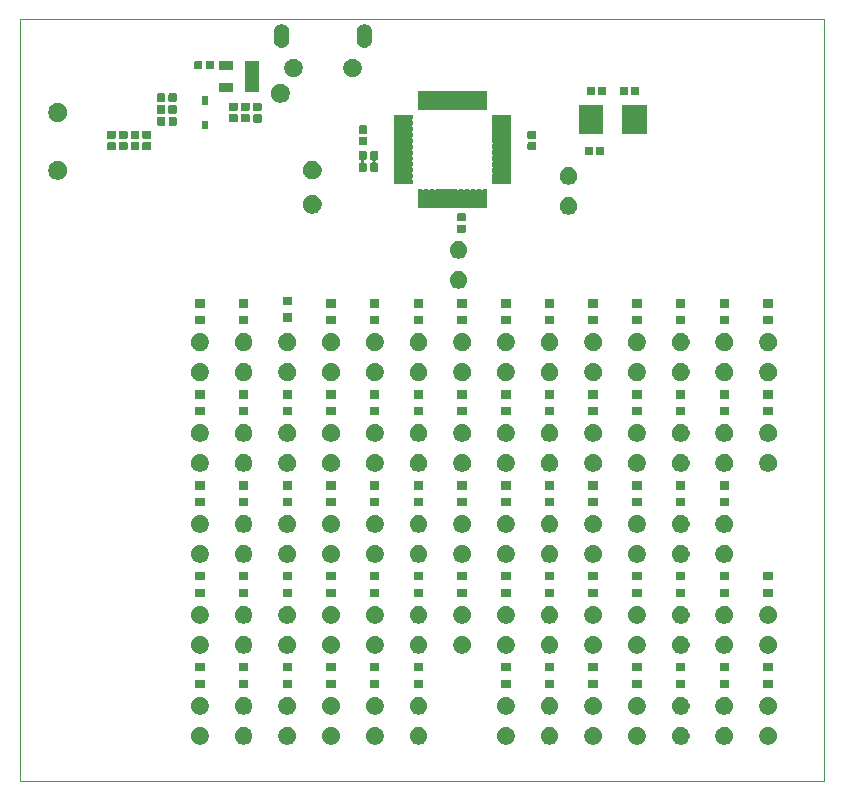
<source format=gbr>
G04 #@! TF.GenerationSoftware,KiCad,Pcbnew,(5.1.5)-3*
G04 #@! TF.CreationDate,2020-01-17T17:17:55-08:00*
G04 #@! TF.ProjectId,testing,74657374-696e-4672-9e6b-696361645f70,rev?*
G04 #@! TF.SameCoordinates,Original*
G04 #@! TF.FileFunction,Soldermask,Top*
G04 #@! TF.FilePolarity,Negative*
%FSLAX46Y46*%
G04 Gerber Fmt 4.6, Leading zero omitted, Abs format (unit mm)*
G04 Created by KiCad (PCBNEW (5.1.5)-3) date 2020-01-17 17:17:55*
%MOMM*%
%LPD*%
G04 APERTURE LIST*
G04 #@! TA.AperFunction,Profile*
%ADD10C,0.050000*%
G04 #@! TD*
%ADD11C,0.150000*%
G04 APERTURE END LIST*
D10*
X161050000Y-112850000D02*
X93050000Y-112850000D01*
X93050000Y-48350000D02*
X93050000Y-112850000D01*
X161050000Y-48350000D02*
X93050000Y-48350000D01*
X161050000Y-112850000D02*
X161050000Y-48350000D01*
D11*
G36*
X149169059Y-108327860D02*
G01*
X149305732Y-108384472D01*
X149428735Y-108466660D01*
X149533340Y-108571265D01*
X149615528Y-108694268D01*
X149672140Y-108830941D01*
X149701000Y-108976033D01*
X149701000Y-109123967D01*
X149672140Y-109269059D01*
X149615528Y-109405732D01*
X149533340Y-109528735D01*
X149428735Y-109633340D01*
X149305732Y-109715528D01*
X149305731Y-109715529D01*
X149305730Y-109715529D01*
X149169059Y-109772140D01*
X149023968Y-109801000D01*
X148876032Y-109801000D01*
X148730941Y-109772140D01*
X148594270Y-109715529D01*
X148594269Y-109715529D01*
X148594268Y-109715528D01*
X148471265Y-109633340D01*
X148366660Y-109528735D01*
X148284472Y-109405732D01*
X148227860Y-109269059D01*
X148199000Y-109123967D01*
X148199000Y-108976033D01*
X148227860Y-108830941D01*
X148284472Y-108694268D01*
X148366660Y-108571265D01*
X148471265Y-108466660D01*
X148594268Y-108384472D01*
X148730941Y-108327860D01*
X148876032Y-108299000D01*
X149023968Y-108299000D01*
X149169059Y-108327860D01*
G37*
G36*
X119569059Y-108327860D02*
G01*
X119705732Y-108384472D01*
X119828735Y-108466660D01*
X119933340Y-108571265D01*
X120015528Y-108694268D01*
X120072140Y-108830941D01*
X120101000Y-108976033D01*
X120101000Y-109123967D01*
X120072140Y-109269059D01*
X120015528Y-109405732D01*
X119933340Y-109528735D01*
X119828735Y-109633340D01*
X119705732Y-109715528D01*
X119705731Y-109715529D01*
X119705730Y-109715529D01*
X119569059Y-109772140D01*
X119423968Y-109801000D01*
X119276032Y-109801000D01*
X119130941Y-109772140D01*
X118994270Y-109715529D01*
X118994269Y-109715529D01*
X118994268Y-109715528D01*
X118871265Y-109633340D01*
X118766660Y-109528735D01*
X118684472Y-109405732D01*
X118627860Y-109269059D01*
X118599000Y-109123967D01*
X118599000Y-108976033D01*
X118627860Y-108830941D01*
X118684472Y-108694268D01*
X118766660Y-108571265D01*
X118871265Y-108466660D01*
X118994268Y-108384472D01*
X119130941Y-108327860D01*
X119276032Y-108299000D01*
X119423968Y-108299000D01*
X119569059Y-108327860D01*
G37*
G36*
X108469059Y-108327860D02*
G01*
X108605732Y-108384472D01*
X108728735Y-108466660D01*
X108833340Y-108571265D01*
X108915528Y-108694268D01*
X108972140Y-108830941D01*
X109001000Y-108976033D01*
X109001000Y-109123967D01*
X108972140Y-109269059D01*
X108915528Y-109405732D01*
X108833340Y-109528735D01*
X108728735Y-109633340D01*
X108605732Y-109715528D01*
X108605731Y-109715529D01*
X108605730Y-109715529D01*
X108469059Y-109772140D01*
X108323968Y-109801000D01*
X108176032Y-109801000D01*
X108030941Y-109772140D01*
X107894270Y-109715529D01*
X107894269Y-109715529D01*
X107894268Y-109715528D01*
X107771265Y-109633340D01*
X107666660Y-109528735D01*
X107584472Y-109405732D01*
X107527860Y-109269059D01*
X107499000Y-109123967D01*
X107499000Y-108976033D01*
X107527860Y-108830941D01*
X107584472Y-108694268D01*
X107666660Y-108571265D01*
X107771265Y-108466660D01*
X107894268Y-108384472D01*
X108030941Y-108327860D01*
X108176032Y-108299000D01*
X108323968Y-108299000D01*
X108469059Y-108327860D01*
G37*
G36*
X112169059Y-108327860D02*
G01*
X112305732Y-108384472D01*
X112428735Y-108466660D01*
X112533340Y-108571265D01*
X112615528Y-108694268D01*
X112672140Y-108830941D01*
X112701000Y-108976033D01*
X112701000Y-109123967D01*
X112672140Y-109269059D01*
X112615528Y-109405732D01*
X112533340Y-109528735D01*
X112428735Y-109633340D01*
X112305732Y-109715528D01*
X112305731Y-109715529D01*
X112305730Y-109715529D01*
X112169059Y-109772140D01*
X112023968Y-109801000D01*
X111876032Y-109801000D01*
X111730941Y-109772140D01*
X111594270Y-109715529D01*
X111594269Y-109715529D01*
X111594268Y-109715528D01*
X111471265Y-109633340D01*
X111366660Y-109528735D01*
X111284472Y-109405732D01*
X111227860Y-109269059D01*
X111199000Y-109123967D01*
X111199000Y-108976033D01*
X111227860Y-108830941D01*
X111284472Y-108694268D01*
X111366660Y-108571265D01*
X111471265Y-108466660D01*
X111594268Y-108384472D01*
X111730941Y-108327860D01*
X111876032Y-108299000D01*
X112023968Y-108299000D01*
X112169059Y-108327860D01*
G37*
G36*
X115869059Y-108327860D02*
G01*
X116005732Y-108384472D01*
X116128735Y-108466660D01*
X116233340Y-108571265D01*
X116315528Y-108694268D01*
X116372140Y-108830941D01*
X116401000Y-108976033D01*
X116401000Y-109123967D01*
X116372140Y-109269059D01*
X116315528Y-109405732D01*
X116233340Y-109528735D01*
X116128735Y-109633340D01*
X116005732Y-109715528D01*
X116005731Y-109715529D01*
X116005730Y-109715529D01*
X115869059Y-109772140D01*
X115723968Y-109801000D01*
X115576032Y-109801000D01*
X115430941Y-109772140D01*
X115294270Y-109715529D01*
X115294269Y-109715529D01*
X115294268Y-109715528D01*
X115171265Y-109633340D01*
X115066660Y-109528735D01*
X114984472Y-109405732D01*
X114927860Y-109269059D01*
X114899000Y-109123967D01*
X114899000Y-108976033D01*
X114927860Y-108830941D01*
X114984472Y-108694268D01*
X115066660Y-108571265D01*
X115171265Y-108466660D01*
X115294268Y-108384472D01*
X115430941Y-108327860D01*
X115576032Y-108299000D01*
X115723968Y-108299000D01*
X115869059Y-108327860D01*
G37*
G36*
X123269059Y-108327860D02*
G01*
X123405732Y-108384472D01*
X123528735Y-108466660D01*
X123633340Y-108571265D01*
X123715528Y-108694268D01*
X123772140Y-108830941D01*
X123801000Y-108976033D01*
X123801000Y-109123967D01*
X123772140Y-109269059D01*
X123715528Y-109405732D01*
X123633340Y-109528735D01*
X123528735Y-109633340D01*
X123405732Y-109715528D01*
X123405731Y-109715529D01*
X123405730Y-109715529D01*
X123269059Y-109772140D01*
X123123968Y-109801000D01*
X122976032Y-109801000D01*
X122830941Y-109772140D01*
X122694270Y-109715529D01*
X122694269Y-109715529D01*
X122694268Y-109715528D01*
X122571265Y-109633340D01*
X122466660Y-109528735D01*
X122384472Y-109405732D01*
X122327860Y-109269059D01*
X122299000Y-109123967D01*
X122299000Y-108976033D01*
X122327860Y-108830941D01*
X122384472Y-108694268D01*
X122466660Y-108571265D01*
X122571265Y-108466660D01*
X122694268Y-108384472D01*
X122830941Y-108327860D01*
X122976032Y-108299000D01*
X123123968Y-108299000D01*
X123269059Y-108327860D01*
G37*
G36*
X126969059Y-108327860D02*
G01*
X127105732Y-108384472D01*
X127228735Y-108466660D01*
X127333340Y-108571265D01*
X127415528Y-108694268D01*
X127472140Y-108830941D01*
X127501000Y-108976033D01*
X127501000Y-109123967D01*
X127472140Y-109269059D01*
X127415528Y-109405732D01*
X127333340Y-109528735D01*
X127228735Y-109633340D01*
X127105732Y-109715528D01*
X127105731Y-109715529D01*
X127105730Y-109715529D01*
X126969059Y-109772140D01*
X126823968Y-109801000D01*
X126676032Y-109801000D01*
X126530941Y-109772140D01*
X126394270Y-109715529D01*
X126394269Y-109715529D01*
X126394268Y-109715528D01*
X126271265Y-109633340D01*
X126166660Y-109528735D01*
X126084472Y-109405732D01*
X126027860Y-109269059D01*
X125999000Y-109123967D01*
X125999000Y-108976033D01*
X126027860Y-108830941D01*
X126084472Y-108694268D01*
X126166660Y-108571265D01*
X126271265Y-108466660D01*
X126394268Y-108384472D01*
X126530941Y-108327860D01*
X126676032Y-108299000D01*
X126823968Y-108299000D01*
X126969059Y-108327860D01*
G37*
G36*
X134369059Y-108327860D02*
G01*
X134505732Y-108384472D01*
X134628735Y-108466660D01*
X134733340Y-108571265D01*
X134815528Y-108694268D01*
X134872140Y-108830941D01*
X134901000Y-108976033D01*
X134901000Y-109123967D01*
X134872140Y-109269059D01*
X134815528Y-109405732D01*
X134733340Y-109528735D01*
X134628735Y-109633340D01*
X134505732Y-109715528D01*
X134505731Y-109715529D01*
X134505730Y-109715529D01*
X134369059Y-109772140D01*
X134223968Y-109801000D01*
X134076032Y-109801000D01*
X133930941Y-109772140D01*
X133794270Y-109715529D01*
X133794269Y-109715529D01*
X133794268Y-109715528D01*
X133671265Y-109633340D01*
X133566660Y-109528735D01*
X133484472Y-109405732D01*
X133427860Y-109269059D01*
X133399000Y-109123967D01*
X133399000Y-108976033D01*
X133427860Y-108830941D01*
X133484472Y-108694268D01*
X133566660Y-108571265D01*
X133671265Y-108466660D01*
X133794268Y-108384472D01*
X133930941Y-108327860D01*
X134076032Y-108299000D01*
X134223968Y-108299000D01*
X134369059Y-108327860D01*
G37*
G36*
X138069059Y-108327860D02*
G01*
X138205732Y-108384472D01*
X138328735Y-108466660D01*
X138433340Y-108571265D01*
X138515528Y-108694268D01*
X138572140Y-108830941D01*
X138601000Y-108976033D01*
X138601000Y-109123967D01*
X138572140Y-109269059D01*
X138515528Y-109405732D01*
X138433340Y-109528735D01*
X138328735Y-109633340D01*
X138205732Y-109715528D01*
X138205731Y-109715529D01*
X138205730Y-109715529D01*
X138069059Y-109772140D01*
X137923968Y-109801000D01*
X137776032Y-109801000D01*
X137630941Y-109772140D01*
X137494270Y-109715529D01*
X137494269Y-109715529D01*
X137494268Y-109715528D01*
X137371265Y-109633340D01*
X137266660Y-109528735D01*
X137184472Y-109405732D01*
X137127860Y-109269059D01*
X137099000Y-109123967D01*
X137099000Y-108976033D01*
X137127860Y-108830941D01*
X137184472Y-108694268D01*
X137266660Y-108571265D01*
X137371265Y-108466660D01*
X137494268Y-108384472D01*
X137630941Y-108327860D01*
X137776032Y-108299000D01*
X137923968Y-108299000D01*
X138069059Y-108327860D01*
G37*
G36*
X141769059Y-108327860D02*
G01*
X141905732Y-108384472D01*
X142028735Y-108466660D01*
X142133340Y-108571265D01*
X142215528Y-108694268D01*
X142272140Y-108830941D01*
X142301000Y-108976033D01*
X142301000Y-109123967D01*
X142272140Y-109269059D01*
X142215528Y-109405732D01*
X142133340Y-109528735D01*
X142028735Y-109633340D01*
X141905732Y-109715528D01*
X141905731Y-109715529D01*
X141905730Y-109715529D01*
X141769059Y-109772140D01*
X141623968Y-109801000D01*
X141476032Y-109801000D01*
X141330941Y-109772140D01*
X141194270Y-109715529D01*
X141194269Y-109715529D01*
X141194268Y-109715528D01*
X141071265Y-109633340D01*
X140966660Y-109528735D01*
X140884472Y-109405732D01*
X140827860Y-109269059D01*
X140799000Y-109123967D01*
X140799000Y-108976033D01*
X140827860Y-108830941D01*
X140884472Y-108694268D01*
X140966660Y-108571265D01*
X141071265Y-108466660D01*
X141194268Y-108384472D01*
X141330941Y-108327860D01*
X141476032Y-108299000D01*
X141623968Y-108299000D01*
X141769059Y-108327860D01*
G37*
G36*
X145469059Y-108327860D02*
G01*
X145605732Y-108384472D01*
X145728735Y-108466660D01*
X145833340Y-108571265D01*
X145915528Y-108694268D01*
X145972140Y-108830941D01*
X146001000Y-108976033D01*
X146001000Y-109123967D01*
X145972140Y-109269059D01*
X145915528Y-109405732D01*
X145833340Y-109528735D01*
X145728735Y-109633340D01*
X145605732Y-109715528D01*
X145605731Y-109715529D01*
X145605730Y-109715529D01*
X145469059Y-109772140D01*
X145323968Y-109801000D01*
X145176032Y-109801000D01*
X145030941Y-109772140D01*
X144894270Y-109715529D01*
X144894269Y-109715529D01*
X144894268Y-109715528D01*
X144771265Y-109633340D01*
X144666660Y-109528735D01*
X144584472Y-109405732D01*
X144527860Y-109269059D01*
X144499000Y-109123967D01*
X144499000Y-108976033D01*
X144527860Y-108830941D01*
X144584472Y-108694268D01*
X144666660Y-108571265D01*
X144771265Y-108466660D01*
X144894268Y-108384472D01*
X145030941Y-108327860D01*
X145176032Y-108299000D01*
X145323968Y-108299000D01*
X145469059Y-108327860D01*
G37*
G36*
X156569059Y-108327860D02*
G01*
X156705732Y-108384472D01*
X156828735Y-108466660D01*
X156933340Y-108571265D01*
X157015528Y-108694268D01*
X157072140Y-108830941D01*
X157101000Y-108976033D01*
X157101000Y-109123967D01*
X157072140Y-109269059D01*
X157015528Y-109405732D01*
X156933340Y-109528735D01*
X156828735Y-109633340D01*
X156705732Y-109715528D01*
X156705731Y-109715529D01*
X156705730Y-109715529D01*
X156569059Y-109772140D01*
X156423968Y-109801000D01*
X156276032Y-109801000D01*
X156130941Y-109772140D01*
X155994270Y-109715529D01*
X155994269Y-109715529D01*
X155994268Y-109715528D01*
X155871265Y-109633340D01*
X155766660Y-109528735D01*
X155684472Y-109405732D01*
X155627860Y-109269059D01*
X155599000Y-109123967D01*
X155599000Y-108976033D01*
X155627860Y-108830941D01*
X155684472Y-108694268D01*
X155766660Y-108571265D01*
X155871265Y-108466660D01*
X155994268Y-108384472D01*
X156130941Y-108327860D01*
X156276032Y-108299000D01*
X156423968Y-108299000D01*
X156569059Y-108327860D01*
G37*
G36*
X152869059Y-108327860D02*
G01*
X153005732Y-108384472D01*
X153128735Y-108466660D01*
X153233340Y-108571265D01*
X153315528Y-108694268D01*
X153372140Y-108830941D01*
X153401000Y-108976033D01*
X153401000Y-109123967D01*
X153372140Y-109269059D01*
X153315528Y-109405732D01*
X153233340Y-109528735D01*
X153128735Y-109633340D01*
X153005732Y-109715528D01*
X153005731Y-109715529D01*
X153005730Y-109715529D01*
X152869059Y-109772140D01*
X152723968Y-109801000D01*
X152576032Y-109801000D01*
X152430941Y-109772140D01*
X152294270Y-109715529D01*
X152294269Y-109715529D01*
X152294268Y-109715528D01*
X152171265Y-109633340D01*
X152066660Y-109528735D01*
X151984472Y-109405732D01*
X151927860Y-109269059D01*
X151899000Y-109123967D01*
X151899000Y-108976033D01*
X151927860Y-108830941D01*
X151984472Y-108694268D01*
X152066660Y-108571265D01*
X152171265Y-108466660D01*
X152294268Y-108384472D01*
X152430941Y-108327860D01*
X152576032Y-108299000D01*
X152723968Y-108299000D01*
X152869059Y-108327860D01*
G37*
G36*
X112169059Y-105787860D02*
G01*
X112305732Y-105844472D01*
X112428735Y-105926660D01*
X112533340Y-106031265D01*
X112615528Y-106154268D01*
X112672140Y-106290941D01*
X112701000Y-106436033D01*
X112701000Y-106583967D01*
X112672140Y-106729059D01*
X112615528Y-106865732D01*
X112533340Y-106988735D01*
X112428735Y-107093340D01*
X112305732Y-107175528D01*
X112305731Y-107175529D01*
X112305730Y-107175529D01*
X112169059Y-107232140D01*
X112023968Y-107261000D01*
X111876032Y-107261000D01*
X111730941Y-107232140D01*
X111594270Y-107175529D01*
X111594269Y-107175529D01*
X111594268Y-107175528D01*
X111471265Y-107093340D01*
X111366660Y-106988735D01*
X111284472Y-106865732D01*
X111227860Y-106729059D01*
X111199000Y-106583967D01*
X111199000Y-106436033D01*
X111227860Y-106290941D01*
X111284472Y-106154268D01*
X111366660Y-106031265D01*
X111471265Y-105926660D01*
X111594268Y-105844472D01*
X111730941Y-105787860D01*
X111876032Y-105759000D01*
X112023968Y-105759000D01*
X112169059Y-105787860D01*
G37*
G36*
X149169059Y-105787860D02*
G01*
X149305732Y-105844472D01*
X149428735Y-105926660D01*
X149533340Y-106031265D01*
X149615528Y-106154268D01*
X149672140Y-106290941D01*
X149701000Y-106436033D01*
X149701000Y-106583967D01*
X149672140Y-106729059D01*
X149615528Y-106865732D01*
X149533340Y-106988735D01*
X149428735Y-107093340D01*
X149305732Y-107175528D01*
X149305731Y-107175529D01*
X149305730Y-107175529D01*
X149169059Y-107232140D01*
X149023968Y-107261000D01*
X148876032Y-107261000D01*
X148730941Y-107232140D01*
X148594270Y-107175529D01*
X148594269Y-107175529D01*
X148594268Y-107175528D01*
X148471265Y-107093340D01*
X148366660Y-106988735D01*
X148284472Y-106865732D01*
X148227860Y-106729059D01*
X148199000Y-106583967D01*
X148199000Y-106436033D01*
X148227860Y-106290941D01*
X148284472Y-106154268D01*
X148366660Y-106031265D01*
X148471265Y-105926660D01*
X148594268Y-105844472D01*
X148730941Y-105787860D01*
X148876032Y-105759000D01*
X149023968Y-105759000D01*
X149169059Y-105787860D01*
G37*
G36*
X156569059Y-105787860D02*
G01*
X156705732Y-105844472D01*
X156828735Y-105926660D01*
X156933340Y-106031265D01*
X157015528Y-106154268D01*
X157072140Y-106290941D01*
X157101000Y-106436033D01*
X157101000Y-106583967D01*
X157072140Y-106729059D01*
X157015528Y-106865732D01*
X156933340Y-106988735D01*
X156828735Y-107093340D01*
X156705732Y-107175528D01*
X156705731Y-107175529D01*
X156705730Y-107175529D01*
X156569059Y-107232140D01*
X156423968Y-107261000D01*
X156276032Y-107261000D01*
X156130941Y-107232140D01*
X155994270Y-107175529D01*
X155994269Y-107175529D01*
X155994268Y-107175528D01*
X155871265Y-107093340D01*
X155766660Y-106988735D01*
X155684472Y-106865732D01*
X155627860Y-106729059D01*
X155599000Y-106583967D01*
X155599000Y-106436033D01*
X155627860Y-106290941D01*
X155684472Y-106154268D01*
X155766660Y-106031265D01*
X155871265Y-105926660D01*
X155994268Y-105844472D01*
X156130941Y-105787860D01*
X156276032Y-105759000D01*
X156423968Y-105759000D01*
X156569059Y-105787860D01*
G37*
G36*
X152869059Y-105787860D02*
G01*
X153005732Y-105844472D01*
X153128735Y-105926660D01*
X153233340Y-106031265D01*
X153315528Y-106154268D01*
X153372140Y-106290941D01*
X153401000Y-106436033D01*
X153401000Y-106583967D01*
X153372140Y-106729059D01*
X153315528Y-106865732D01*
X153233340Y-106988735D01*
X153128735Y-107093340D01*
X153005732Y-107175528D01*
X153005731Y-107175529D01*
X153005730Y-107175529D01*
X152869059Y-107232140D01*
X152723968Y-107261000D01*
X152576032Y-107261000D01*
X152430941Y-107232140D01*
X152294270Y-107175529D01*
X152294269Y-107175529D01*
X152294268Y-107175528D01*
X152171265Y-107093340D01*
X152066660Y-106988735D01*
X151984472Y-106865732D01*
X151927860Y-106729059D01*
X151899000Y-106583967D01*
X151899000Y-106436033D01*
X151927860Y-106290941D01*
X151984472Y-106154268D01*
X152066660Y-106031265D01*
X152171265Y-105926660D01*
X152294268Y-105844472D01*
X152430941Y-105787860D01*
X152576032Y-105759000D01*
X152723968Y-105759000D01*
X152869059Y-105787860D01*
G37*
G36*
X145469059Y-105787860D02*
G01*
X145605732Y-105844472D01*
X145728735Y-105926660D01*
X145833340Y-106031265D01*
X145915528Y-106154268D01*
X145972140Y-106290941D01*
X146001000Y-106436033D01*
X146001000Y-106583967D01*
X145972140Y-106729059D01*
X145915528Y-106865732D01*
X145833340Y-106988735D01*
X145728735Y-107093340D01*
X145605732Y-107175528D01*
X145605731Y-107175529D01*
X145605730Y-107175529D01*
X145469059Y-107232140D01*
X145323968Y-107261000D01*
X145176032Y-107261000D01*
X145030941Y-107232140D01*
X144894270Y-107175529D01*
X144894269Y-107175529D01*
X144894268Y-107175528D01*
X144771265Y-107093340D01*
X144666660Y-106988735D01*
X144584472Y-106865732D01*
X144527860Y-106729059D01*
X144499000Y-106583967D01*
X144499000Y-106436033D01*
X144527860Y-106290941D01*
X144584472Y-106154268D01*
X144666660Y-106031265D01*
X144771265Y-105926660D01*
X144894268Y-105844472D01*
X145030941Y-105787860D01*
X145176032Y-105759000D01*
X145323968Y-105759000D01*
X145469059Y-105787860D01*
G37*
G36*
X115869059Y-105787860D02*
G01*
X116005732Y-105844472D01*
X116128735Y-105926660D01*
X116233340Y-106031265D01*
X116315528Y-106154268D01*
X116372140Y-106290941D01*
X116401000Y-106436033D01*
X116401000Y-106583967D01*
X116372140Y-106729059D01*
X116315528Y-106865732D01*
X116233340Y-106988735D01*
X116128735Y-107093340D01*
X116005732Y-107175528D01*
X116005731Y-107175529D01*
X116005730Y-107175529D01*
X115869059Y-107232140D01*
X115723968Y-107261000D01*
X115576032Y-107261000D01*
X115430941Y-107232140D01*
X115294270Y-107175529D01*
X115294269Y-107175529D01*
X115294268Y-107175528D01*
X115171265Y-107093340D01*
X115066660Y-106988735D01*
X114984472Y-106865732D01*
X114927860Y-106729059D01*
X114899000Y-106583967D01*
X114899000Y-106436033D01*
X114927860Y-106290941D01*
X114984472Y-106154268D01*
X115066660Y-106031265D01*
X115171265Y-105926660D01*
X115294268Y-105844472D01*
X115430941Y-105787860D01*
X115576032Y-105759000D01*
X115723968Y-105759000D01*
X115869059Y-105787860D01*
G37*
G36*
X108469059Y-105787860D02*
G01*
X108605732Y-105844472D01*
X108728735Y-105926660D01*
X108833340Y-106031265D01*
X108915528Y-106154268D01*
X108972140Y-106290941D01*
X109001000Y-106436033D01*
X109001000Y-106583967D01*
X108972140Y-106729059D01*
X108915528Y-106865732D01*
X108833340Y-106988735D01*
X108728735Y-107093340D01*
X108605732Y-107175528D01*
X108605731Y-107175529D01*
X108605730Y-107175529D01*
X108469059Y-107232140D01*
X108323968Y-107261000D01*
X108176032Y-107261000D01*
X108030941Y-107232140D01*
X107894270Y-107175529D01*
X107894269Y-107175529D01*
X107894268Y-107175528D01*
X107771265Y-107093340D01*
X107666660Y-106988735D01*
X107584472Y-106865732D01*
X107527860Y-106729059D01*
X107499000Y-106583967D01*
X107499000Y-106436033D01*
X107527860Y-106290941D01*
X107584472Y-106154268D01*
X107666660Y-106031265D01*
X107771265Y-105926660D01*
X107894268Y-105844472D01*
X108030941Y-105787860D01*
X108176032Y-105759000D01*
X108323968Y-105759000D01*
X108469059Y-105787860D01*
G37*
G36*
X119569059Y-105787860D02*
G01*
X119705732Y-105844472D01*
X119828735Y-105926660D01*
X119933340Y-106031265D01*
X120015528Y-106154268D01*
X120072140Y-106290941D01*
X120101000Y-106436033D01*
X120101000Y-106583967D01*
X120072140Y-106729059D01*
X120015528Y-106865732D01*
X119933340Y-106988735D01*
X119828735Y-107093340D01*
X119705732Y-107175528D01*
X119705731Y-107175529D01*
X119705730Y-107175529D01*
X119569059Y-107232140D01*
X119423968Y-107261000D01*
X119276032Y-107261000D01*
X119130941Y-107232140D01*
X118994270Y-107175529D01*
X118994269Y-107175529D01*
X118994268Y-107175528D01*
X118871265Y-107093340D01*
X118766660Y-106988735D01*
X118684472Y-106865732D01*
X118627860Y-106729059D01*
X118599000Y-106583967D01*
X118599000Y-106436033D01*
X118627860Y-106290941D01*
X118684472Y-106154268D01*
X118766660Y-106031265D01*
X118871265Y-105926660D01*
X118994268Y-105844472D01*
X119130941Y-105787860D01*
X119276032Y-105759000D01*
X119423968Y-105759000D01*
X119569059Y-105787860D01*
G37*
G36*
X126969059Y-105787860D02*
G01*
X127105732Y-105844472D01*
X127228735Y-105926660D01*
X127333340Y-106031265D01*
X127415528Y-106154268D01*
X127472140Y-106290941D01*
X127501000Y-106436033D01*
X127501000Y-106583967D01*
X127472140Y-106729059D01*
X127415528Y-106865732D01*
X127333340Y-106988735D01*
X127228735Y-107093340D01*
X127105732Y-107175528D01*
X127105731Y-107175529D01*
X127105730Y-107175529D01*
X126969059Y-107232140D01*
X126823968Y-107261000D01*
X126676032Y-107261000D01*
X126530941Y-107232140D01*
X126394270Y-107175529D01*
X126394269Y-107175529D01*
X126394268Y-107175528D01*
X126271265Y-107093340D01*
X126166660Y-106988735D01*
X126084472Y-106865732D01*
X126027860Y-106729059D01*
X125999000Y-106583967D01*
X125999000Y-106436033D01*
X126027860Y-106290941D01*
X126084472Y-106154268D01*
X126166660Y-106031265D01*
X126271265Y-105926660D01*
X126394268Y-105844472D01*
X126530941Y-105787860D01*
X126676032Y-105759000D01*
X126823968Y-105759000D01*
X126969059Y-105787860D01*
G37*
G36*
X138069059Y-105787860D02*
G01*
X138205732Y-105844472D01*
X138328735Y-105926660D01*
X138433340Y-106031265D01*
X138515528Y-106154268D01*
X138572140Y-106290941D01*
X138601000Y-106436033D01*
X138601000Y-106583967D01*
X138572140Y-106729059D01*
X138515528Y-106865732D01*
X138433340Y-106988735D01*
X138328735Y-107093340D01*
X138205732Y-107175528D01*
X138205731Y-107175529D01*
X138205730Y-107175529D01*
X138069059Y-107232140D01*
X137923968Y-107261000D01*
X137776032Y-107261000D01*
X137630941Y-107232140D01*
X137494270Y-107175529D01*
X137494269Y-107175529D01*
X137494268Y-107175528D01*
X137371265Y-107093340D01*
X137266660Y-106988735D01*
X137184472Y-106865732D01*
X137127860Y-106729059D01*
X137099000Y-106583967D01*
X137099000Y-106436033D01*
X137127860Y-106290941D01*
X137184472Y-106154268D01*
X137266660Y-106031265D01*
X137371265Y-105926660D01*
X137494268Y-105844472D01*
X137630941Y-105787860D01*
X137776032Y-105759000D01*
X137923968Y-105759000D01*
X138069059Y-105787860D01*
G37*
G36*
X134369059Y-105787860D02*
G01*
X134505732Y-105844472D01*
X134628735Y-105926660D01*
X134733340Y-106031265D01*
X134815528Y-106154268D01*
X134872140Y-106290941D01*
X134901000Y-106436033D01*
X134901000Y-106583967D01*
X134872140Y-106729059D01*
X134815528Y-106865732D01*
X134733340Y-106988735D01*
X134628735Y-107093340D01*
X134505732Y-107175528D01*
X134505731Y-107175529D01*
X134505730Y-107175529D01*
X134369059Y-107232140D01*
X134223968Y-107261000D01*
X134076032Y-107261000D01*
X133930941Y-107232140D01*
X133794270Y-107175529D01*
X133794269Y-107175529D01*
X133794268Y-107175528D01*
X133671265Y-107093340D01*
X133566660Y-106988735D01*
X133484472Y-106865732D01*
X133427860Y-106729059D01*
X133399000Y-106583967D01*
X133399000Y-106436033D01*
X133427860Y-106290941D01*
X133484472Y-106154268D01*
X133566660Y-106031265D01*
X133671265Y-105926660D01*
X133794268Y-105844472D01*
X133930941Y-105787860D01*
X134076032Y-105759000D01*
X134223968Y-105759000D01*
X134369059Y-105787860D01*
G37*
G36*
X123269059Y-105787860D02*
G01*
X123405732Y-105844472D01*
X123528735Y-105926660D01*
X123633340Y-106031265D01*
X123715528Y-106154268D01*
X123772140Y-106290941D01*
X123801000Y-106436033D01*
X123801000Y-106583967D01*
X123772140Y-106729059D01*
X123715528Y-106865732D01*
X123633340Y-106988735D01*
X123528735Y-107093340D01*
X123405732Y-107175528D01*
X123405731Y-107175529D01*
X123405730Y-107175529D01*
X123269059Y-107232140D01*
X123123968Y-107261000D01*
X122976032Y-107261000D01*
X122830941Y-107232140D01*
X122694270Y-107175529D01*
X122694269Y-107175529D01*
X122694268Y-107175528D01*
X122571265Y-107093340D01*
X122466660Y-106988735D01*
X122384472Y-106865732D01*
X122327860Y-106729059D01*
X122299000Y-106583967D01*
X122299000Y-106436033D01*
X122327860Y-106290941D01*
X122384472Y-106154268D01*
X122466660Y-106031265D01*
X122571265Y-105926660D01*
X122694268Y-105844472D01*
X122830941Y-105787860D01*
X122976032Y-105759000D01*
X123123968Y-105759000D01*
X123269059Y-105787860D01*
G37*
G36*
X141769059Y-105787860D02*
G01*
X141905732Y-105844472D01*
X142028735Y-105926660D01*
X142133340Y-106031265D01*
X142215528Y-106154268D01*
X142272140Y-106290941D01*
X142301000Y-106436033D01*
X142301000Y-106583967D01*
X142272140Y-106729059D01*
X142215528Y-106865732D01*
X142133340Y-106988735D01*
X142028735Y-107093340D01*
X141905732Y-107175528D01*
X141905731Y-107175529D01*
X141905730Y-107175529D01*
X141769059Y-107232140D01*
X141623968Y-107261000D01*
X141476032Y-107261000D01*
X141330941Y-107232140D01*
X141194270Y-107175529D01*
X141194269Y-107175529D01*
X141194268Y-107175528D01*
X141071265Y-107093340D01*
X140966660Y-106988735D01*
X140884472Y-106865732D01*
X140827860Y-106729059D01*
X140799000Y-106583967D01*
X140799000Y-106436033D01*
X140827860Y-106290941D01*
X140884472Y-106154268D01*
X140966660Y-106031265D01*
X141071265Y-105926660D01*
X141194268Y-105844472D01*
X141330941Y-105787860D01*
X141476032Y-105759000D01*
X141623968Y-105759000D01*
X141769059Y-105787860D01*
G37*
G36*
X153051000Y-105001000D02*
G01*
X152249000Y-105001000D01*
X152249000Y-104299000D01*
X153051000Y-104299000D01*
X153051000Y-105001000D01*
G37*
G36*
X127151000Y-105001000D02*
G01*
X126349000Y-105001000D01*
X126349000Y-104299000D01*
X127151000Y-104299000D01*
X127151000Y-105001000D01*
G37*
G36*
X134551000Y-105001000D02*
G01*
X133749000Y-105001000D01*
X133749000Y-104299000D01*
X134551000Y-104299000D01*
X134551000Y-105001000D01*
G37*
G36*
X138251000Y-105001000D02*
G01*
X137449000Y-105001000D01*
X137449000Y-104299000D01*
X138251000Y-104299000D01*
X138251000Y-105001000D01*
G37*
G36*
X141951000Y-105001000D02*
G01*
X141149000Y-105001000D01*
X141149000Y-104299000D01*
X141951000Y-104299000D01*
X141951000Y-105001000D01*
G37*
G36*
X145651000Y-105001000D02*
G01*
X144849000Y-105001000D01*
X144849000Y-104299000D01*
X145651000Y-104299000D01*
X145651000Y-105001000D01*
G37*
G36*
X149351000Y-105001000D02*
G01*
X148549000Y-105001000D01*
X148549000Y-104299000D01*
X149351000Y-104299000D01*
X149351000Y-105001000D01*
G37*
G36*
X156751000Y-105001000D02*
G01*
X155949000Y-105001000D01*
X155949000Y-104299000D01*
X156751000Y-104299000D01*
X156751000Y-105001000D01*
G37*
G36*
X108651000Y-105001000D02*
G01*
X107849000Y-105001000D01*
X107849000Y-104299000D01*
X108651000Y-104299000D01*
X108651000Y-105001000D01*
G37*
G36*
X123451000Y-105001000D02*
G01*
X122649000Y-105001000D01*
X122649000Y-104299000D01*
X123451000Y-104299000D01*
X123451000Y-105001000D01*
G37*
G36*
X119751000Y-105001000D02*
G01*
X118949000Y-105001000D01*
X118949000Y-104299000D01*
X119751000Y-104299000D01*
X119751000Y-105001000D01*
G37*
G36*
X116051000Y-105001000D02*
G01*
X115249000Y-105001000D01*
X115249000Y-104299000D01*
X116051000Y-104299000D01*
X116051000Y-105001000D01*
G37*
G36*
X112351000Y-105001000D02*
G01*
X111549000Y-105001000D01*
X111549000Y-104299000D01*
X112351000Y-104299000D01*
X112351000Y-105001000D01*
G37*
G36*
X108651000Y-103601000D02*
G01*
X107849000Y-103601000D01*
X107849000Y-102899000D01*
X108651000Y-102899000D01*
X108651000Y-103601000D01*
G37*
G36*
X123451000Y-103601000D02*
G01*
X122649000Y-103601000D01*
X122649000Y-102899000D01*
X123451000Y-102899000D01*
X123451000Y-103601000D01*
G37*
G36*
X156751000Y-103601000D02*
G01*
X155949000Y-103601000D01*
X155949000Y-102899000D01*
X156751000Y-102899000D01*
X156751000Y-103601000D01*
G37*
G36*
X112351000Y-103601000D02*
G01*
X111549000Y-103601000D01*
X111549000Y-102899000D01*
X112351000Y-102899000D01*
X112351000Y-103601000D01*
G37*
G36*
X153051000Y-103601000D02*
G01*
X152249000Y-103601000D01*
X152249000Y-102899000D01*
X153051000Y-102899000D01*
X153051000Y-103601000D01*
G37*
G36*
X116051000Y-103601000D02*
G01*
X115249000Y-103601000D01*
X115249000Y-102899000D01*
X116051000Y-102899000D01*
X116051000Y-103601000D01*
G37*
G36*
X119751000Y-103601000D02*
G01*
X118949000Y-103601000D01*
X118949000Y-102899000D01*
X119751000Y-102899000D01*
X119751000Y-103601000D01*
G37*
G36*
X127151000Y-103601000D02*
G01*
X126349000Y-103601000D01*
X126349000Y-102899000D01*
X127151000Y-102899000D01*
X127151000Y-103601000D01*
G37*
G36*
X141951000Y-103601000D02*
G01*
X141149000Y-103601000D01*
X141149000Y-102899000D01*
X141951000Y-102899000D01*
X141951000Y-103601000D01*
G37*
G36*
X138251000Y-103601000D02*
G01*
X137449000Y-103601000D01*
X137449000Y-102899000D01*
X138251000Y-102899000D01*
X138251000Y-103601000D01*
G37*
G36*
X134551000Y-103601000D02*
G01*
X133749000Y-103601000D01*
X133749000Y-102899000D01*
X134551000Y-102899000D01*
X134551000Y-103601000D01*
G37*
G36*
X149351000Y-103601000D02*
G01*
X148549000Y-103601000D01*
X148549000Y-102899000D01*
X149351000Y-102899000D01*
X149351000Y-103601000D01*
G37*
G36*
X145651000Y-103601000D02*
G01*
X144849000Y-103601000D01*
X144849000Y-102899000D01*
X145651000Y-102899000D01*
X145651000Y-103601000D01*
G37*
G36*
X134369059Y-100627860D02*
G01*
X134505732Y-100684472D01*
X134628735Y-100766660D01*
X134733340Y-100871265D01*
X134815528Y-100994268D01*
X134872140Y-101130941D01*
X134901000Y-101276033D01*
X134901000Y-101423967D01*
X134872140Y-101569059D01*
X134815528Y-101705732D01*
X134733340Y-101828735D01*
X134628735Y-101933340D01*
X134505732Y-102015528D01*
X134505731Y-102015529D01*
X134505730Y-102015529D01*
X134369059Y-102072140D01*
X134223968Y-102101000D01*
X134076032Y-102101000D01*
X133930941Y-102072140D01*
X133794270Y-102015529D01*
X133794269Y-102015529D01*
X133794268Y-102015528D01*
X133671265Y-101933340D01*
X133566660Y-101828735D01*
X133484472Y-101705732D01*
X133427860Y-101569059D01*
X133399000Y-101423967D01*
X133399000Y-101276033D01*
X133427860Y-101130941D01*
X133484472Y-100994268D01*
X133566660Y-100871265D01*
X133671265Y-100766660D01*
X133794268Y-100684472D01*
X133930941Y-100627860D01*
X134076032Y-100599000D01*
X134223968Y-100599000D01*
X134369059Y-100627860D01*
G37*
G36*
X156569059Y-100627860D02*
G01*
X156705732Y-100684472D01*
X156828735Y-100766660D01*
X156933340Y-100871265D01*
X157015528Y-100994268D01*
X157072140Y-101130941D01*
X157101000Y-101276033D01*
X157101000Y-101423967D01*
X157072140Y-101569059D01*
X157015528Y-101705732D01*
X156933340Y-101828735D01*
X156828735Y-101933340D01*
X156705732Y-102015528D01*
X156705731Y-102015529D01*
X156705730Y-102015529D01*
X156569059Y-102072140D01*
X156423968Y-102101000D01*
X156276032Y-102101000D01*
X156130941Y-102072140D01*
X155994270Y-102015529D01*
X155994269Y-102015529D01*
X155994268Y-102015528D01*
X155871265Y-101933340D01*
X155766660Y-101828735D01*
X155684472Y-101705732D01*
X155627860Y-101569059D01*
X155599000Y-101423967D01*
X155599000Y-101276033D01*
X155627860Y-101130941D01*
X155684472Y-100994268D01*
X155766660Y-100871265D01*
X155871265Y-100766660D01*
X155994268Y-100684472D01*
X156130941Y-100627860D01*
X156276032Y-100599000D01*
X156423968Y-100599000D01*
X156569059Y-100627860D01*
G37*
G36*
X152869059Y-100627860D02*
G01*
X153005732Y-100684472D01*
X153128735Y-100766660D01*
X153233340Y-100871265D01*
X153315528Y-100994268D01*
X153372140Y-101130941D01*
X153401000Y-101276033D01*
X153401000Y-101423967D01*
X153372140Y-101569059D01*
X153315528Y-101705732D01*
X153233340Y-101828735D01*
X153128735Y-101933340D01*
X153005732Y-102015528D01*
X153005731Y-102015529D01*
X153005730Y-102015529D01*
X152869059Y-102072140D01*
X152723968Y-102101000D01*
X152576032Y-102101000D01*
X152430941Y-102072140D01*
X152294270Y-102015529D01*
X152294269Y-102015529D01*
X152294268Y-102015528D01*
X152171265Y-101933340D01*
X152066660Y-101828735D01*
X151984472Y-101705732D01*
X151927860Y-101569059D01*
X151899000Y-101423967D01*
X151899000Y-101276033D01*
X151927860Y-101130941D01*
X151984472Y-100994268D01*
X152066660Y-100871265D01*
X152171265Y-100766660D01*
X152294268Y-100684472D01*
X152430941Y-100627860D01*
X152576032Y-100599000D01*
X152723968Y-100599000D01*
X152869059Y-100627860D01*
G37*
G36*
X149169059Y-100627860D02*
G01*
X149305732Y-100684472D01*
X149428735Y-100766660D01*
X149533340Y-100871265D01*
X149615528Y-100994268D01*
X149672140Y-101130941D01*
X149701000Y-101276033D01*
X149701000Y-101423967D01*
X149672140Y-101569059D01*
X149615528Y-101705732D01*
X149533340Y-101828735D01*
X149428735Y-101933340D01*
X149305732Y-102015528D01*
X149305731Y-102015529D01*
X149305730Y-102015529D01*
X149169059Y-102072140D01*
X149023968Y-102101000D01*
X148876032Y-102101000D01*
X148730941Y-102072140D01*
X148594270Y-102015529D01*
X148594269Y-102015529D01*
X148594268Y-102015528D01*
X148471265Y-101933340D01*
X148366660Y-101828735D01*
X148284472Y-101705732D01*
X148227860Y-101569059D01*
X148199000Y-101423967D01*
X148199000Y-101276033D01*
X148227860Y-101130941D01*
X148284472Y-100994268D01*
X148366660Y-100871265D01*
X148471265Y-100766660D01*
X148594268Y-100684472D01*
X148730941Y-100627860D01*
X148876032Y-100599000D01*
X149023968Y-100599000D01*
X149169059Y-100627860D01*
G37*
G36*
X145469059Y-100627860D02*
G01*
X145605732Y-100684472D01*
X145728735Y-100766660D01*
X145833340Y-100871265D01*
X145915528Y-100994268D01*
X145972140Y-101130941D01*
X146001000Y-101276033D01*
X146001000Y-101423967D01*
X145972140Y-101569059D01*
X145915528Y-101705732D01*
X145833340Y-101828735D01*
X145728735Y-101933340D01*
X145605732Y-102015528D01*
X145605731Y-102015529D01*
X145605730Y-102015529D01*
X145469059Y-102072140D01*
X145323968Y-102101000D01*
X145176032Y-102101000D01*
X145030941Y-102072140D01*
X144894270Y-102015529D01*
X144894269Y-102015529D01*
X144894268Y-102015528D01*
X144771265Y-101933340D01*
X144666660Y-101828735D01*
X144584472Y-101705732D01*
X144527860Y-101569059D01*
X144499000Y-101423967D01*
X144499000Y-101276033D01*
X144527860Y-101130941D01*
X144584472Y-100994268D01*
X144666660Y-100871265D01*
X144771265Y-100766660D01*
X144894268Y-100684472D01*
X145030941Y-100627860D01*
X145176032Y-100599000D01*
X145323968Y-100599000D01*
X145469059Y-100627860D01*
G37*
G36*
X130669059Y-100627860D02*
G01*
X130805732Y-100684472D01*
X130928735Y-100766660D01*
X131033340Y-100871265D01*
X131115528Y-100994268D01*
X131172140Y-101130941D01*
X131201000Y-101276033D01*
X131201000Y-101423967D01*
X131172140Y-101569059D01*
X131115528Y-101705732D01*
X131033340Y-101828735D01*
X130928735Y-101933340D01*
X130805732Y-102015528D01*
X130805731Y-102015529D01*
X130805730Y-102015529D01*
X130669059Y-102072140D01*
X130523968Y-102101000D01*
X130376032Y-102101000D01*
X130230941Y-102072140D01*
X130094270Y-102015529D01*
X130094269Y-102015529D01*
X130094268Y-102015528D01*
X129971265Y-101933340D01*
X129866660Y-101828735D01*
X129784472Y-101705732D01*
X129727860Y-101569059D01*
X129699000Y-101423967D01*
X129699000Y-101276033D01*
X129727860Y-101130941D01*
X129784472Y-100994268D01*
X129866660Y-100871265D01*
X129971265Y-100766660D01*
X130094268Y-100684472D01*
X130230941Y-100627860D01*
X130376032Y-100599000D01*
X130523968Y-100599000D01*
X130669059Y-100627860D01*
G37*
G36*
X108469059Y-100627860D02*
G01*
X108605732Y-100684472D01*
X108728735Y-100766660D01*
X108833340Y-100871265D01*
X108915528Y-100994268D01*
X108972140Y-101130941D01*
X109001000Y-101276033D01*
X109001000Y-101423967D01*
X108972140Y-101569059D01*
X108915528Y-101705732D01*
X108833340Y-101828735D01*
X108728735Y-101933340D01*
X108605732Y-102015528D01*
X108605731Y-102015529D01*
X108605730Y-102015529D01*
X108469059Y-102072140D01*
X108323968Y-102101000D01*
X108176032Y-102101000D01*
X108030941Y-102072140D01*
X107894270Y-102015529D01*
X107894269Y-102015529D01*
X107894268Y-102015528D01*
X107771265Y-101933340D01*
X107666660Y-101828735D01*
X107584472Y-101705732D01*
X107527860Y-101569059D01*
X107499000Y-101423967D01*
X107499000Y-101276033D01*
X107527860Y-101130941D01*
X107584472Y-100994268D01*
X107666660Y-100871265D01*
X107771265Y-100766660D01*
X107894268Y-100684472D01*
X108030941Y-100627860D01*
X108176032Y-100599000D01*
X108323968Y-100599000D01*
X108469059Y-100627860D01*
G37*
G36*
X141769059Y-100627860D02*
G01*
X141905732Y-100684472D01*
X142028735Y-100766660D01*
X142133340Y-100871265D01*
X142215528Y-100994268D01*
X142272140Y-101130941D01*
X142301000Y-101276033D01*
X142301000Y-101423967D01*
X142272140Y-101569059D01*
X142215528Y-101705732D01*
X142133340Y-101828735D01*
X142028735Y-101933340D01*
X141905732Y-102015528D01*
X141905731Y-102015529D01*
X141905730Y-102015529D01*
X141769059Y-102072140D01*
X141623968Y-102101000D01*
X141476032Y-102101000D01*
X141330941Y-102072140D01*
X141194270Y-102015529D01*
X141194269Y-102015529D01*
X141194268Y-102015528D01*
X141071265Y-101933340D01*
X140966660Y-101828735D01*
X140884472Y-101705732D01*
X140827860Y-101569059D01*
X140799000Y-101423967D01*
X140799000Y-101276033D01*
X140827860Y-101130941D01*
X140884472Y-100994268D01*
X140966660Y-100871265D01*
X141071265Y-100766660D01*
X141194268Y-100684472D01*
X141330941Y-100627860D01*
X141476032Y-100599000D01*
X141623968Y-100599000D01*
X141769059Y-100627860D01*
G37*
G36*
X126969059Y-100627860D02*
G01*
X127105732Y-100684472D01*
X127228735Y-100766660D01*
X127333340Y-100871265D01*
X127415528Y-100994268D01*
X127472140Y-101130941D01*
X127501000Y-101276033D01*
X127501000Y-101423967D01*
X127472140Y-101569059D01*
X127415528Y-101705732D01*
X127333340Y-101828735D01*
X127228735Y-101933340D01*
X127105732Y-102015528D01*
X127105731Y-102015529D01*
X127105730Y-102015529D01*
X126969059Y-102072140D01*
X126823968Y-102101000D01*
X126676032Y-102101000D01*
X126530941Y-102072140D01*
X126394270Y-102015529D01*
X126394269Y-102015529D01*
X126394268Y-102015528D01*
X126271265Y-101933340D01*
X126166660Y-101828735D01*
X126084472Y-101705732D01*
X126027860Y-101569059D01*
X125999000Y-101423967D01*
X125999000Y-101276033D01*
X126027860Y-101130941D01*
X126084472Y-100994268D01*
X126166660Y-100871265D01*
X126271265Y-100766660D01*
X126394268Y-100684472D01*
X126530941Y-100627860D01*
X126676032Y-100599000D01*
X126823968Y-100599000D01*
X126969059Y-100627860D01*
G37*
G36*
X112169059Y-100627860D02*
G01*
X112305732Y-100684472D01*
X112428735Y-100766660D01*
X112533340Y-100871265D01*
X112615528Y-100994268D01*
X112672140Y-101130941D01*
X112701000Y-101276033D01*
X112701000Y-101423967D01*
X112672140Y-101569059D01*
X112615528Y-101705732D01*
X112533340Y-101828735D01*
X112428735Y-101933340D01*
X112305732Y-102015528D01*
X112305731Y-102015529D01*
X112305730Y-102015529D01*
X112169059Y-102072140D01*
X112023968Y-102101000D01*
X111876032Y-102101000D01*
X111730941Y-102072140D01*
X111594270Y-102015529D01*
X111594269Y-102015529D01*
X111594268Y-102015528D01*
X111471265Y-101933340D01*
X111366660Y-101828735D01*
X111284472Y-101705732D01*
X111227860Y-101569059D01*
X111199000Y-101423967D01*
X111199000Y-101276033D01*
X111227860Y-101130941D01*
X111284472Y-100994268D01*
X111366660Y-100871265D01*
X111471265Y-100766660D01*
X111594268Y-100684472D01*
X111730941Y-100627860D01*
X111876032Y-100599000D01*
X112023968Y-100599000D01*
X112169059Y-100627860D01*
G37*
G36*
X138069059Y-100627860D02*
G01*
X138205732Y-100684472D01*
X138328735Y-100766660D01*
X138433340Y-100871265D01*
X138515528Y-100994268D01*
X138572140Y-101130941D01*
X138601000Y-101276033D01*
X138601000Y-101423967D01*
X138572140Y-101569059D01*
X138515528Y-101705732D01*
X138433340Y-101828735D01*
X138328735Y-101933340D01*
X138205732Y-102015528D01*
X138205731Y-102015529D01*
X138205730Y-102015529D01*
X138069059Y-102072140D01*
X137923968Y-102101000D01*
X137776032Y-102101000D01*
X137630941Y-102072140D01*
X137494270Y-102015529D01*
X137494269Y-102015529D01*
X137494268Y-102015528D01*
X137371265Y-101933340D01*
X137266660Y-101828735D01*
X137184472Y-101705732D01*
X137127860Y-101569059D01*
X137099000Y-101423967D01*
X137099000Y-101276033D01*
X137127860Y-101130941D01*
X137184472Y-100994268D01*
X137266660Y-100871265D01*
X137371265Y-100766660D01*
X137494268Y-100684472D01*
X137630941Y-100627860D01*
X137776032Y-100599000D01*
X137923968Y-100599000D01*
X138069059Y-100627860D01*
G37*
G36*
X115869059Y-100627860D02*
G01*
X116005732Y-100684472D01*
X116128735Y-100766660D01*
X116233340Y-100871265D01*
X116315528Y-100994268D01*
X116372140Y-101130941D01*
X116401000Y-101276033D01*
X116401000Y-101423967D01*
X116372140Y-101569059D01*
X116315528Y-101705732D01*
X116233340Y-101828735D01*
X116128735Y-101933340D01*
X116005732Y-102015528D01*
X116005731Y-102015529D01*
X116005730Y-102015529D01*
X115869059Y-102072140D01*
X115723968Y-102101000D01*
X115576032Y-102101000D01*
X115430941Y-102072140D01*
X115294270Y-102015529D01*
X115294269Y-102015529D01*
X115294268Y-102015528D01*
X115171265Y-101933340D01*
X115066660Y-101828735D01*
X114984472Y-101705732D01*
X114927860Y-101569059D01*
X114899000Y-101423967D01*
X114899000Y-101276033D01*
X114927860Y-101130941D01*
X114984472Y-100994268D01*
X115066660Y-100871265D01*
X115171265Y-100766660D01*
X115294268Y-100684472D01*
X115430941Y-100627860D01*
X115576032Y-100599000D01*
X115723968Y-100599000D01*
X115869059Y-100627860D01*
G37*
G36*
X123269059Y-100627860D02*
G01*
X123405732Y-100684472D01*
X123528735Y-100766660D01*
X123633340Y-100871265D01*
X123715528Y-100994268D01*
X123772140Y-101130941D01*
X123801000Y-101276033D01*
X123801000Y-101423967D01*
X123772140Y-101569059D01*
X123715528Y-101705732D01*
X123633340Y-101828735D01*
X123528735Y-101933340D01*
X123405732Y-102015528D01*
X123405731Y-102015529D01*
X123405730Y-102015529D01*
X123269059Y-102072140D01*
X123123968Y-102101000D01*
X122976032Y-102101000D01*
X122830941Y-102072140D01*
X122694270Y-102015529D01*
X122694269Y-102015529D01*
X122694268Y-102015528D01*
X122571265Y-101933340D01*
X122466660Y-101828735D01*
X122384472Y-101705732D01*
X122327860Y-101569059D01*
X122299000Y-101423967D01*
X122299000Y-101276033D01*
X122327860Y-101130941D01*
X122384472Y-100994268D01*
X122466660Y-100871265D01*
X122571265Y-100766660D01*
X122694268Y-100684472D01*
X122830941Y-100627860D01*
X122976032Y-100599000D01*
X123123968Y-100599000D01*
X123269059Y-100627860D01*
G37*
G36*
X119569059Y-100627860D02*
G01*
X119705732Y-100684472D01*
X119828735Y-100766660D01*
X119933340Y-100871265D01*
X120015528Y-100994268D01*
X120072140Y-101130941D01*
X120101000Y-101276033D01*
X120101000Y-101423967D01*
X120072140Y-101569059D01*
X120015528Y-101705732D01*
X119933340Y-101828735D01*
X119828735Y-101933340D01*
X119705732Y-102015528D01*
X119705731Y-102015529D01*
X119705730Y-102015529D01*
X119569059Y-102072140D01*
X119423968Y-102101000D01*
X119276032Y-102101000D01*
X119130941Y-102072140D01*
X118994270Y-102015529D01*
X118994269Y-102015529D01*
X118994268Y-102015528D01*
X118871265Y-101933340D01*
X118766660Y-101828735D01*
X118684472Y-101705732D01*
X118627860Y-101569059D01*
X118599000Y-101423967D01*
X118599000Y-101276033D01*
X118627860Y-101130941D01*
X118684472Y-100994268D01*
X118766660Y-100871265D01*
X118871265Y-100766660D01*
X118994268Y-100684472D01*
X119130941Y-100627860D01*
X119276032Y-100599000D01*
X119423968Y-100599000D01*
X119569059Y-100627860D01*
G37*
G36*
X130669059Y-98087860D02*
G01*
X130805732Y-98144472D01*
X130928735Y-98226660D01*
X131033340Y-98331265D01*
X131115528Y-98454268D01*
X131172140Y-98590941D01*
X131201000Y-98736033D01*
X131201000Y-98883967D01*
X131172140Y-99029059D01*
X131115528Y-99165732D01*
X131033340Y-99288735D01*
X130928735Y-99393340D01*
X130805732Y-99475528D01*
X130805731Y-99475529D01*
X130805730Y-99475529D01*
X130669059Y-99532140D01*
X130523968Y-99561000D01*
X130376032Y-99561000D01*
X130230941Y-99532140D01*
X130094270Y-99475529D01*
X130094269Y-99475529D01*
X130094268Y-99475528D01*
X129971265Y-99393340D01*
X129866660Y-99288735D01*
X129784472Y-99165732D01*
X129727860Y-99029059D01*
X129699000Y-98883967D01*
X129699000Y-98736033D01*
X129727860Y-98590941D01*
X129784472Y-98454268D01*
X129866660Y-98331265D01*
X129971265Y-98226660D01*
X130094268Y-98144472D01*
X130230941Y-98087860D01*
X130376032Y-98059000D01*
X130523968Y-98059000D01*
X130669059Y-98087860D01*
G37*
G36*
X134369059Y-98087860D02*
G01*
X134505732Y-98144472D01*
X134628735Y-98226660D01*
X134733340Y-98331265D01*
X134815528Y-98454268D01*
X134872140Y-98590941D01*
X134901000Y-98736033D01*
X134901000Y-98883967D01*
X134872140Y-99029059D01*
X134815528Y-99165732D01*
X134733340Y-99288735D01*
X134628735Y-99393340D01*
X134505732Y-99475528D01*
X134505731Y-99475529D01*
X134505730Y-99475529D01*
X134369059Y-99532140D01*
X134223968Y-99561000D01*
X134076032Y-99561000D01*
X133930941Y-99532140D01*
X133794270Y-99475529D01*
X133794269Y-99475529D01*
X133794268Y-99475528D01*
X133671265Y-99393340D01*
X133566660Y-99288735D01*
X133484472Y-99165732D01*
X133427860Y-99029059D01*
X133399000Y-98883967D01*
X133399000Y-98736033D01*
X133427860Y-98590941D01*
X133484472Y-98454268D01*
X133566660Y-98331265D01*
X133671265Y-98226660D01*
X133794268Y-98144472D01*
X133930941Y-98087860D01*
X134076032Y-98059000D01*
X134223968Y-98059000D01*
X134369059Y-98087860D01*
G37*
G36*
X138069059Y-98087860D02*
G01*
X138205732Y-98144472D01*
X138328735Y-98226660D01*
X138433340Y-98331265D01*
X138515528Y-98454268D01*
X138572140Y-98590941D01*
X138601000Y-98736033D01*
X138601000Y-98883967D01*
X138572140Y-99029059D01*
X138515528Y-99165732D01*
X138433340Y-99288735D01*
X138328735Y-99393340D01*
X138205732Y-99475528D01*
X138205731Y-99475529D01*
X138205730Y-99475529D01*
X138069059Y-99532140D01*
X137923968Y-99561000D01*
X137776032Y-99561000D01*
X137630941Y-99532140D01*
X137494270Y-99475529D01*
X137494269Y-99475529D01*
X137494268Y-99475528D01*
X137371265Y-99393340D01*
X137266660Y-99288735D01*
X137184472Y-99165732D01*
X137127860Y-99029059D01*
X137099000Y-98883967D01*
X137099000Y-98736033D01*
X137127860Y-98590941D01*
X137184472Y-98454268D01*
X137266660Y-98331265D01*
X137371265Y-98226660D01*
X137494268Y-98144472D01*
X137630941Y-98087860D01*
X137776032Y-98059000D01*
X137923968Y-98059000D01*
X138069059Y-98087860D01*
G37*
G36*
X145469059Y-98087860D02*
G01*
X145605732Y-98144472D01*
X145728735Y-98226660D01*
X145833340Y-98331265D01*
X145915528Y-98454268D01*
X145972140Y-98590941D01*
X146001000Y-98736033D01*
X146001000Y-98883967D01*
X145972140Y-99029059D01*
X145915528Y-99165732D01*
X145833340Y-99288735D01*
X145728735Y-99393340D01*
X145605732Y-99475528D01*
X145605731Y-99475529D01*
X145605730Y-99475529D01*
X145469059Y-99532140D01*
X145323968Y-99561000D01*
X145176032Y-99561000D01*
X145030941Y-99532140D01*
X144894270Y-99475529D01*
X144894269Y-99475529D01*
X144894268Y-99475528D01*
X144771265Y-99393340D01*
X144666660Y-99288735D01*
X144584472Y-99165732D01*
X144527860Y-99029059D01*
X144499000Y-98883967D01*
X144499000Y-98736033D01*
X144527860Y-98590941D01*
X144584472Y-98454268D01*
X144666660Y-98331265D01*
X144771265Y-98226660D01*
X144894268Y-98144472D01*
X145030941Y-98087860D01*
X145176032Y-98059000D01*
X145323968Y-98059000D01*
X145469059Y-98087860D01*
G37*
G36*
X126969059Y-98087860D02*
G01*
X127105732Y-98144472D01*
X127228735Y-98226660D01*
X127333340Y-98331265D01*
X127415528Y-98454268D01*
X127472140Y-98590941D01*
X127501000Y-98736033D01*
X127501000Y-98883967D01*
X127472140Y-99029059D01*
X127415528Y-99165732D01*
X127333340Y-99288735D01*
X127228735Y-99393340D01*
X127105732Y-99475528D01*
X127105731Y-99475529D01*
X127105730Y-99475529D01*
X126969059Y-99532140D01*
X126823968Y-99561000D01*
X126676032Y-99561000D01*
X126530941Y-99532140D01*
X126394270Y-99475529D01*
X126394269Y-99475529D01*
X126394268Y-99475528D01*
X126271265Y-99393340D01*
X126166660Y-99288735D01*
X126084472Y-99165732D01*
X126027860Y-99029059D01*
X125999000Y-98883967D01*
X125999000Y-98736033D01*
X126027860Y-98590941D01*
X126084472Y-98454268D01*
X126166660Y-98331265D01*
X126271265Y-98226660D01*
X126394268Y-98144472D01*
X126530941Y-98087860D01*
X126676032Y-98059000D01*
X126823968Y-98059000D01*
X126969059Y-98087860D01*
G37*
G36*
X141769059Y-98087860D02*
G01*
X141905732Y-98144472D01*
X142028735Y-98226660D01*
X142133340Y-98331265D01*
X142215528Y-98454268D01*
X142272140Y-98590941D01*
X142301000Y-98736033D01*
X142301000Y-98883967D01*
X142272140Y-99029059D01*
X142215528Y-99165732D01*
X142133340Y-99288735D01*
X142028735Y-99393340D01*
X141905732Y-99475528D01*
X141905731Y-99475529D01*
X141905730Y-99475529D01*
X141769059Y-99532140D01*
X141623968Y-99561000D01*
X141476032Y-99561000D01*
X141330941Y-99532140D01*
X141194270Y-99475529D01*
X141194269Y-99475529D01*
X141194268Y-99475528D01*
X141071265Y-99393340D01*
X140966660Y-99288735D01*
X140884472Y-99165732D01*
X140827860Y-99029059D01*
X140799000Y-98883967D01*
X140799000Y-98736033D01*
X140827860Y-98590941D01*
X140884472Y-98454268D01*
X140966660Y-98331265D01*
X141071265Y-98226660D01*
X141194268Y-98144472D01*
X141330941Y-98087860D01*
X141476032Y-98059000D01*
X141623968Y-98059000D01*
X141769059Y-98087860D01*
G37*
G36*
X149169059Y-98087860D02*
G01*
X149305732Y-98144472D01*
X149428735Y-98226660D01*
X149533340Y-98331265D01*
X149615528Y-98454268D01*
X149672140Y-98590941D01*
X149701000Y-98736033D01*
X149701000Y-98883967D01*
X149672140Y-99029059D01*
X149615528Y-99165732D01*
X149533340Y-99288735D01*
X149428735Y-99393340D01*
X149305732Y-99475528D01*
X149305731Y-99475529D01*
X149305730Y-99475529D01*
X149169059Y-99532140D01*
X149023968Y-99561000D01*
X148876032Y-99561000D01*
X148730941Y-99532140D01*
X148594270Y-99475529D01*
X148594269Y-99475529D01*
X148594268Y-99475528D01*
X148471265Y-99393340D01*
X148366660Y-99288735D01*
X148284472Y-99165732D01*
X148227860Y-99029059D01*
X148199000Y-98883967D01*
X148199000Y-98736033D01*
X148227860Y-98590941D01*
X148284472Y-98454268D01*
X148366660Y-98331265D01*
X148471265Y-98226660D01*
X148594268Y-98144472D01*
X148730941Y-98087860D01*
X148876032Y-98059000D01*
X149023968Y-98059000D01*
X149169059Y-98087860D01*
G37*
G36*
X119569059Y-98087860D02*
G01*
X119705732Y-98144472D01*
X119828735Y-98226660D01*
X119933340Y-98331265D01*
X120015528Y-98454268D01*
X120072140Y-98590941D01*
X120101000Y-98736033D01*
X120101000Y-98883967D01*
X120072140Y-99029059D01*
X120015528Y-99165732D01*
X119933340Y-99288735D01*
X119828735Y-99393340D01*
X119705732Y-99475528D01*
X119705731Y-99475529D01*
X119705730Y-99475529D01*
X119569059Y-99532140D01*
X119423968Y-99561000D01*
X119276032Y-99561000D01*
X119130941Y-99532140D01*
X118994270Y-99475529D01*
X118994269Y-99475529D01*
X118994268Y-99475528D01*
X118871265Y-99393340D01*
X118766660Y-99288735D01*
X118684472Y-99165732D01*
X118627860Y-99029059D01*
X118599000Y-98883967D01*
X118599000Y-98736033D01*
X118627860Y-98590941D01*
X118684472Y-98454268D01*
X118766660Y-98331265D01*
X118871265Y-98226660D01*
X118994268Y-98144472D01*
X119130941Y-98087860D01*
X119276032Y-98059000D01*
X119423968Y-98059000D01*
X119569059Y-98087860D01*
G37*
G36*
X108469059Y-98087860D02*
G01*
X108605732Y-98144472D01*
X108728735Y-98226660D01*
X108833340Y-98331265D01*
X108915528Y-98454268D01*
X108972140Y-98590941D01*
X109001000Y-98736033D01*
X109001000Y-98883967D01*
X108972140Y-99029059D01*
X108915528Y-99165732D01*
X108833340Y-99288735D01*
X108728735Y-99393340D01*
X108605732Y-99475528D01*
X108605731Y-99475529D01*
X108605730Y-99475529D01*
X108469059Y-99532140D01*
X108323968Y-99561000D01*
X108176032Y-99561000D01*
X108030941Y-99532140D01*
X107894270Y-99475529D01*
X107894269Y-99475529D01*
X107894268Y-99475528D01*
X107771265Y-99393340D01*
X107666660Y-99288735D01*
X107584472Y-99165732D01*
X107527860Y-99029059D01*
X107499000Y-98883967D01*
X107499000Y-98736033D01*
X107527860Y-98590941D01*
X107584472Y-98454268D01*
X107666660Y-98331265D01*
X107771265Y-98226660D01*
X107894268Y-98144472D01*
X108030941Y-98087860D01*
X108176032Y-98059000D01*
X108323968Y-98059000D01*
X108469059Y-98087860D01*
G37*
G36*
X152869059Y-98087860D02*
G01*
X153005732Y-98144472D01*
X153128735Y-98226660D01*
X153233340Y-98331265D01*
X153315528Y-98454268D01*
X153372140Y-98590941D01*
X153401000Y-98736033D01*
X153401000Y-98883967D01*
X153372140Y-99029059D01*
X153315528Y-99165732D01*
X153233340Y-99288735D01*
X153128735Y-99393340D01*
X153005732Y-99475528D01*
X153005731Y-99475529D01*
X153005730Y-99475529D01*
X152869059Y-99532140D01*
X152723968Y-99561000D01*
X152576032Y-99561000D01*
X152430941Y-99532140D01*
X152294270Y-99475529D01*
X152294269Y-99475529D01*
X152294268Y-99475528D01*
X152171265Y-99393340D01*
X152066660Y-99288735D01*
X151984472Y-99165732D01*
X151927860Y-99029059D01*
X151899000Y-98883967D01*
X151899000Y-98736033D01*
X151927860Y-98590941D01*
X151984472Y-98454268D01*
X152066660Y-98331265D01*
X152171265Y-98226660D01*
X152294268Y-98144472D01*
X152430941Y-98087860D01*
X152576032Y-98059000D01*
X152723968Y-98059000D01*
X152869059Y-98087860D01*
G37*
G36*
X115869059Y-98087860D02*
G01*
X116005732Y-98144472D01*
X116128735Y-98226660D01*
X116233340Y-98331265D01*
X116315528Y-98454268D01*
X116372140Y-98590941D01*
X116401000Y-98736033D01*
X116401000Y-98883967D01*
X116372140Y-99029059D01*
X116315528Y-99165732D01*
X116233340Y-99288735D01*
X116128735Y-99393340D01*
X116005732Y-99475528D01*
X116005731Y-99475529D01*
X116005730Y-99475529D01*
X115869059Y-99532140D01*
X115723968Y-99561000D01*
X115576032Y-99561000D01*
X115430941Y-99532140D01*
X115294270Y-99475529D01*
X115294269Y-99475529D01*
X115294268Y-99475528D01*
X115171265Y-99393340D01*
X115066660Y-99288735D01*
X114984472Y-99165732D01*
X114927860Y-99029059D01*
X114899000Y-98883967D01*
X114899000Y-98736033D01*
X114927860Y-98590941D01*
X114984472Y-98454268D01*
X115066660Y-98331265D01*
X115171265Y-98226660D01*
X115294268Y-98144472D01*
X115430941Y-98087860D01*
X115576032Y-98059000D01*
X115723968Y-98059000D01*
X115869059Y-98087860D01*
G37*
G36*
X112169059Y-98087860D02*
G01*
X112305732Y-98144472D01*
X112428735Y-98226660D01*
X112533340Y-98331265D01*
X112615528Y-98454268D01*
X112672140Y-98590941D01*
X112701000Y-98736033D01*
X112701000Y-98883967D01*
X112672140Y-99029059D01*
X112615528Y-99165732D01*
X112533340Y-99288735D01*
X112428735Y-99393340D01*
X112305732Y-99475528D01*
X112305731Y-99475529D01*
X112305730Y-99475529D01*
X112169059Y-99532140D01*
X112023968Y-99561000D01*
X111876032Y-99561000D01*
X111730941Y-99532140D01*
X111594270Y-99475529D01*
X111594269Y-99475529D01*
X111594268Y-99475528D01*
X111471265Y-99393340D01*
X111366660Y-99288735D01*
X111284472Y-99165732D01*
X111227860Y-99029059D01*
X111199000Y-98883967D01*
X111199000Y-98736033D01*
X111227860Y-98590941D01*
X111284472Y-98454268D01*
X111366660Y-98331265D01*
X111471265Y-98226660D01*
X111594268Y-98144472D01*
X111730941Y-98087860D01*
X111876032Y-98059000D01*
X112023968Y-98059000D01*
X112169059Y-98087860D01*
G37*
G36*
X156569059Y-98087860D02*
G01*
X156705732Y-98144472D01*
X156828735Y-98226660D01*
X156933340Y-98331265D01*
X157015528Y-98454268D01*
X157072140Y-98590941D01*
X157101000Y-98736033D01*
X157101000Y-98883967D01*
X157072140Y-99029059D01*
X157015528Y-99165732D01*
X156933340Y-99288735D01*
X156828735Y-99393340D01*
X156705732Y-99475528D01*
X156705731Y-99475529D01*
X156705730Y-99475529D01*
X156569059Y-99532140D01*
X156423968Y-99561000D01*
X156276032Y-99561000D01*
X156130941Y-99532140D01*
X155994270Y-99475529D01*
X155994269Y-99475529D01*
X155994268Y-99475528D01*
X155871265Y-99393340D01*
X155766660Y-99288735D01*
X155684472Y-99165732D01*
X155627860Y-99029059D01*
X155599000Y-98883967D01*
X155599000Y-98736033D01*
X155627860Y-98590941D01*
X155684472Y-98454268D01*
X155766660Y-98331265D01*
X155871265Y-98226660D01*
X155994268Y-98144472D01*
X156130941Y-98087860D01*
X156276032Y-98059000D01*
X156423968Y-98059000D01*
X156569059Y-98087860D01*
G37*
G36*
X123269059Y-98087860D02*
G01*
X123405732Y-98144472D01*
X123528735Y-98226660D01*
X123633340Y-98331265D01*
X123715528Y-98454268D01*
X123772140Y-98590941D01*
X123801000Y-98736033D01*
X123801000Y-98883967D01*
X123772140Y-99029059D01*
X123715528Y-99165732D01*
X123633340Y-99288735D01*
X123528735Y-99393340D01*
X123405732Y-99475528D01*
X123405731Y-99475529D01*
X123405730Y-99475529D01*
X123269059Y-99532140D01*
X123123968Y-99561000D01*
X122976032Y-99561000D01*
X122830941Y-99532140D01*
X122694270Y-99475529D01*
X122694269Y-99475529D01*
X122694268Y-99475528D01*
X122571265Y-99393340D01*
X122466660Y-99288735D01*
X122384472Y-99165732D01*
X122327860Y-99029059D01*
X122299000Y-98883967D01*
X122299000Y-98736033D01*
X122327860Y-98590941D01*
X122384472Y-98454268D01*
X122466660Y-98331265D01*
X122571265Y-98226660D01*
X122694268Y-98144472D01*
X122830941Y-98087860D01*
X122976032Y-98059000D01*
X123123968Y-98059000D01*
X123269059Y-98087860D01*
G37*
G36*
X119751000Y-97301000D02*
G01*
X118949000Y-97301000D01*
X118949000Y-96599000D01*
X119751000Y-96599000D01*
X119751000Y-97301000D01*
G37*
G36*
X108651000Y-97301000D02*
G01*
X107849000Y-97301000D01*
X107849000Y-96599000D01*
X108651000Y-96599000D01*
X108651000Y-97301000D01*
G37*
G36*
X156751000Y-97301000D02*
G01*
X155949000Y-97301000D01*
X155949000Y-96599000D01*
X156751000Y-96599000D01*
X156751000Y-97301000D01*
G37*
G36*
X127151000Y-97301000D02*
G01*
X126349000Y-97301000D01*
X126349000Y-96599000D01*
X127151000Y-96599000D01*
X127151000Y-97301000D01*
G37*
G36*
X130851000Y-97301000D02*
G01*
X130049000Y-97301000D01*
X130049000Y-96599000D01*
X130851000Y-96599000D01*
X130851000Y-97301000D01*
G37*
G36*
X153051000Y-97301000D02*
G01*
X152249000Y-97301000D01*
X152249000Y-96599000D01*
X153051000Y-96599000D01*
X153051000Y-97301000D01*
G37*
G36*
X116051000Y-97301000D02*
G01*
X115249000Y-97301000D01*
X115249000Y-96599000D01*
X116051000Y-96599000D01*
X116051000Y-97301000D01*
G37*
G36*
X123451000Y-97301000D02*
G01*
X122649000Y-97301000D01*
X122649000Y-96599000D01*
X123451000Y-96599000D01*
X123451000Y-97301000D01*
G37*
G36*
X134551000Y-97301000D02*
G01*
X133749000Y-97301000D01*
X133749000Y-96599000D01*
X134551000Y-96599000D01*
X134551000Y-97301000D01*
G37*
G36*
X149351000Y-97301000D02*
G01*
X148549000Y-97301000D01*
X148549000Y-96599000D01*
X149351000Y-96599000D01*
X149351000Y-97301000D01*
G37*
G36*
X145651000Y-97301000D02*
G01*
X144849000Y-97301000D01*
X144849000Y-96599000D01*
X145651000Y-96599000D01*
X145651000Y-97301000D01*
G37*
G36*
X141951000Y-97301000D02*
G01*
X141149000Y-97301000D01*
X141149000Y-96599000D01*
X141951000Y-96599000D01*
X141951000Y-97301000D01*
G37*
G36*
X138251000Y-97301000D02*
G01*
X137449000Y-97301000D01*
X137449000Y-96599000D01*
X138251000Y-96599000D01*
X138251000Y-97301000D01*
G37*
G36*
X112351000Y-97301000D02*
G01*
X111549000Y-97301000D01*
X111549000Y-96599000D01*
X112351000Y-96599000D01*
X112351000Y-97301000D01*
G37*
G36*
X156751000Y-95901000D02*
G01*
X155949000Y-95901000D01*
X155949000Y-95199000D01*
X156751000Y-95199000D01*
X156751000Y-95901000D01*
G37*
G36*
X123451000Y-95901000D02*
G01*
X122649000Y-95901000D01*
X122649000Y-95199000D01*
X123451000Y-95199000D01*
X123451000Y-95901000D01*
G37*
G36*
X127151000Y-95901000D02*
G01*
X126349000Y-95901000D01*
X126349000Y-95199000D01*
X127151000Y-95199000D01*
X127151000Y-95901000D01*
G37*
G36*
X130851000Y-95901000D02*
G01*
X130049000Y-95901000D01*
X130049000Y-95199000D01*
X130851000Y-95199000D01*
X130851000Y-95901000D01*
G37*
G36*
X116051000Y-95901000D02*
G01*
X115249000Y-95901000D01*
X115249000Y-95199000D01*
X116051000Y-95199000D01*
X116051000Y-95901000D01*
G37*
G36*
X112351000Y-95901000D02*
G01*
X111549000Y-95901000D01*
X111549000Y-95199000D01*
X112351000Y-95199000D01*
X112351000Y-95901000D01*
G37*
G36*
X134551000Y-95901000D02*
G01*
X133749000Y-95901000D01*
X133749000Y-95199000D01*
X134551000Y-95199000D01*
X134551000Y-95901000D01*
G37*
G36*
X145651000Y-95901000D02*
G01*
X144849000Y-95901000D01*
X144849000Y-95199000D01*
X145651000Y-95199000D01*
X145651000Y-95901000D01*
G37*
G36*
X153051000Y-95901000D02*
G01*
X152249000Y-95901000D01*
X152249000Y-95199000D01*
X153051000Y-95199000D01*
X153051000Y-95901000D01*
G37*
G36*
X108651000Y-95901000D02*
G01*
X107849000Y-95901000D01*
X107849000Y-95199000D01*
X108651000Y-95199000D01*
X108651000Y-95901000D01*
G37*
G36*
X138251000Y-95901000D02*
G01*
X137449000Y-95901000D01*
X137449000Y-95199000D01*
X138251000Y-95199000D01*
X138251000Y-95901000D01*
G37*
G36*
X149351000Y-95901000D02*
G01*
X148549000Y-95901000D01*
X148549000Y-95199000D01*
X149351000Y-95199000D01*
X149351000Y-95901000D01*
G37*
G36*
X119751000Y-95901000D02*
G01*
X118949000Y-95901000D01*
X118949000Y-95199000D01*
X119751000Y-95199000D01*
X119751000Y-95901000D01*
G37*
G36*
X141951000Y-95901000D02*
G01*
X141149000Y-95901000D01*
X141149000Y-95199000D01*
X141951000Y-95199000D01*
X141951000Y-95901000D01*
G37*
G36*
X119569059Y-92927860D02*
G01*
X119705732Y-92984472D01*
X119828735Y-93066660D01*
X119933340Y-93171265D01*
X120015528Y-93294268D01*
X120072140Y-93430941D01*
X120101000Y-93576033D01*
X120101000Y-93723967D01*
X120072140Y-93869059D01*
X120015528Y-94005732D01*
X119933340Y-94128735D01*
X119828735Y-94233340D01*
X119705732Y-94315528D01*
X119705731Y-94315529D01*
X119705730Y-94315529D01*
X119569059Y-94372140D01*
X119423968Y-94401000D01*
X119276032Y-94401000D01*
X119130941Y-94372140D01*
X118994270Y-94315529D01*
X118994269Y-94315529D01*
X118994268Y-94315528D01*
X118871265Y-94233340D01*
X118766660Y-94128735D01*
X118684472Y-94005732D01*
X118627860Y-93869059D01*
X118599000Y-93723967D01*
X118599000Y-93576033D01*
X118627860Y-93430941D01*
X118684472Y-93294268D01*
X118766660Y-93171265D01*
X118871265Y-93066660D01*
X118994268Y-92984472D01*
X119130941Y-92927860D01*
X119276032Y-92899000D01*
X119423968Y-92899000D01*
X119569059Y-92927860D01*
G37*
G36*
X145469059Y-92927860D02*
G01*
X145605732Y-92984472D01*
X145728735Y-93066660D01*
X145833340Y-93171265D01*
X145915528Y-93294268D01*
X145972140Y-93430941D01*
X146001000Y-93576033D01*
X146001000Y-93723967D01*
X145972140Y-93869059D01*
X145915528Y-94005732D01*
X145833340Y-94128735D01*
X145728735Y-94233340D01*
X145605732Y-94315528D01*
X145605731Y-94315529D01*
X145605730Y-94315529D01*
X145469059Y-94372140D01*
X145323968Y-94401000D01*
X145176032Y-94401000D01*
X145030941Y-94372140D01*
X144894270Y-94315529D01*
X144894269Y-94315529D01*
X144894268Y-94315528D01*
X144771265Y-94233340D01*
X144666660Y-94128735D01*
X144584472Y-94005732D01*
X144527860Y-93869059D01*
X144499000Y-93723967D01*
X144499000Y-93576033D01*
X144527860Y-93430941D01*
X144584472Y-93294268D01*
X144666660Y-93171265D01*
X144771265Y-93066660D01*
X144894268Y-92984472D01*
X145030941Y-92927860D01*
X145176032Y-92899000D01*
X145323968Y-92899000D01*
X145469059Y-92927860D01*
G37*
G36*
X152869059Y-92927860D02*
G01*
X153005732Y-92984472D01*
X153128735Y-93066660D01*
X153233340Y-93171265D01*
X153315528Y-93294268D01*
X153372140Y-93430941D01*
X153401000Y-93576033D01*
X153401000Y-93723967D01*
X153372140Y-93869059D01*
X153315528Y-94005732D01*
X153233340Y-94128735D01*
X153128735Y-94233340D01*
X153005732Y-94315528D01*
X153005731Y-94315529D01*
X153005730Y-94315529D01*
X152869059Y-94372140D01*
X152723968Y-94401000D01*
X152576032Y-94401000D01*
X152430941Y-94372140D01*
X152294270Y-94315529D01*
X152294269Y-94315529D01*
X152294268Y-94315528D01*
X152171265Y-94233340D01*
X152066660Y-94128735D01*
X151984472Y-94005732D01*
X151927860Y-93869059D01*
X151899000Y-93723967D01*
X151899000Y-93576033D01*
X151927860Y-93430941D01*
X151984472Y-93294268D01*
X152066660Y-93171265D01*
X152171265Y-93066660D01*
X152294268Y-92984472D01*
X152430941Y-92927860D01*
X152576032Y-92899000D01*
X152723968Y-92899000D01*
X152869059Y-92927860D01*
G37*
G36*
X112169059Y-92927860D02*
G01*
X112305732Y-92984472D01*
X112428735Y-93066660D01*
X112533340Y-93171265D01*
X112615528Y-93294268D01*
X112672140Y-93430941D01*
X112701000Y-93576033D01*
X112701000Y-93723967D01*
X112672140Y-93869059D01*
X112615528Y-94005732D01*
X112533340Y-94128735D01*
X112428735Y-94233340D01*
X112305732Y-94315528D01*
X112305731Y-94315529D01*
X112305730Y-94315529D01*
X112169059Y-94372140D01*
X112023968Y-94401000D01*
X111876032Y-94401000D01*
X111730941Y-94372140D01*
X111594270Y-94315529D01*
X111594269Y-94315529D01*
X111594268Y-94315528D01*
X111471265Y-94233340D01*
X111366660Y-94128735D01*
X111284472Y-94005732D01*
X111227860Y-93869059D01*
X111199000Y-93723967D01*
X111199000Y-93576033D01*
X111227860Y-93430941D01*
X111284472Y-93294268D01*
X111366660Y-93171265D01*
X111471265Y-93066660D01*
X111594268Y-92984472D01*
X111730941Y-92927860D01*
X111876032Y-92899000D01*
X112023968Y-92899000D01*
X112169059Y-92927860D01*
G37*
G36*
X108469059Y-92927860D02*
G01*
X108605732Y-92984472D01*
X108728735Y-93066660D01*
X108833340Y-93171265D01*
X108915528Y-93294268D01*
X108972140Y-93430941D01*
X109001000Y-93576033D01*
X109001000Y-93723967D01*
X108972140Y-93869059D01*
X108915528Y-94005732D01*
X108833340Y-94128735D01*
X108728735Y-94233340D01*
X108605732Y-94315528D01*
X108605731Y-94315529D01*
X108605730Y-94315529D01*
X108469059Y-94372140D01*
X108323968Y-94401000D01*
X108176032Y-94401000D01*
X108030941Y-94372140D01*
X107894270Y-94315529D01*
X107894269Y-94315529D01*
X107894268Y-94315528D01*
X107771265Y-94233340D01*
X107666660Y-94128735D01*
X107584472Y-94005732D01*
X107527860Y-93869059D01*
X107499000Y-93723967D01*
X107499000Y-93576033D01*
X107527860Y-93430941D01*
X107584472Y-93294268D01*
X107666660Y-93171265D01*
X107771265Y-93066660D01*
X107894268Y-92984472D01*
X108030941Y-92927860D01*
X108176032Y-92899000D01*
X108323968Y-92899000D01*
X108469059Y-92927860D01*
G37*
G36*
X134369059Y-92927860D02*
G01*
X134505732Y-92984472D01*
X134628735Y-93066660D01*
X134733340Y-93171265D01*
X134815528Y-93294268D01*
X134872140Y-93430941D01*
X134901000Y-93576033D01*
X134901000Y-93723967D01*
X134872140Y-93869059D01*
X134815528Y-94005732D01*
X134733340Y-94128735D01*
X134628735Y-94233340D01*
X134505732Y-94315528D01*
X134505731Y-94315529D01*
X134505730Y-94315529D01*
X134369059Y-94372140D01*
X134223968Y-94401000D01*
X134076032Y-94401000D01*
X133930941Y-94372140D01*
X133794270Y-94315529D01*
X133794269Y-94315529D01*
X133794268Y-94315528D01*
X133671265Y-94233340D01*
X133566660Y-94128735D01*
X133484472Y-94005732D01*
X133427860Y-93869059D01*
X133399000Y-93723967D01*
X133399000Y-93576033D01*
X133427860Y-93430941D01*
X133484472Y-93294268D01*
X133566660Y-93171265D01*
X133671265Y-93066660D01*
X133794268Y-92984472D01*
X133930941Y-92927860D01*
X134076032Y-92899000D01*
X134223968Y-92899000D01*
X134369059Y-92927860D01*
G37*
G36*
X138069059Y-92927860D02*
G01*
X138205732Y-92984472D01*
X138328735Y-93066660D01*
X138433340Y-93171265D01*
X138515528Y-93294268D01*
X138572140Y-93430941D01*
X138601000Y-93576033D01*
X138601000Y-93723967D01*
X138572140Y-93869059D01*
X138515528Y-94005732D01*
X138433340Y-94128735D01*
X138328735Y-94233340D01*
X138205732Y-94315528D01*
X138205731Y-94315529D01*
X138205730Y-94315529D01*
X138069059Y-94372140D01*
X137923968Y-94401000D01*
X137776032Y-94401000D01*
X137630941Y-94372140D01*
X137494270Y-94315529D01*
X137494269Y-94315529D01*
X137494268Y-94315528D01*
X137371265Y-94233340D01*
X137266660Y-94128735D01*
X137184472Y-94005732D01*
X137127860Y-93869059D01*
X137099000Y-93723967D01*
X137099000Y-93576033D01*
X137127860Y-93430941D01*
X137184472Y-93294268D01*
X137266660Y-93171265D01*
X137371265Y-93066660D01*
X137494268Y-92984472D01*
X137630941Y-92927860D01*
X137776032Y-92899000D01*
X137923968Y-92899000D01*
X138069059Y-92927860D01*
G37*
G36*
X130669059Y-92927860D02*
G01*
X130805732Y-92984472D01*
X130928735Y-93066660D01*
X131033340Y-93171265D01*
X131115528Y-93294268D01*
X131172140Y-93430941D01*
X131201000Y-93576033D01*
X131201000Y-93723967D01*
X131172140Y-93869059D01*
X131115528Y-94005732D01*
X131033340Y-94128735D01*
X130928735Y-94233340D01*
X130805732Y-94315528D01*
X130805731Y-94315529D01*
X130805730Y-94315529D01*
X130669059Y-94372140D01*
X130523968Y-94401000D01*
X130376032Y-94401000D01*
X130230941Y-94372140D01*
X130094270Y-94315529D01*
X130094269Y-94315529D01*
X130094268Y-94315528D01*
X129971265Y-94233340D01*
X129866660Y-94128735D01*
X129784472Y-94005732D01*
X129727860Y-93869059D01*
X129699000Y-93723967D01*
X129699000Y-93576033D01*
X129727860Y-93430941D01*
X129784472Y-93294268D01*
X129866660Y-93171265D01*
X129971265Y-93066660D01*
X130094268Y-92984472D01*
X130230941Y-92927860D01*
X130376032Y-92899000D01*
X130523968Y-92899000D01*
X130669059Y-92927860D01*
G37*
G36*
X126969059Y-92927860D02*
G01*
X127105732Y-92984472D01*
X127228735Y-93066660D01*
X127333340Y-93171265D01*
X127415528Y-93294268D01*
X127472140Y-93430941D01*
X127501000Y-93576033D01*
X127501000Y-93723967D01*
X127472140Y-93869059D01*
X127415528Y-94005732D01*
X127333340Y-94128735D01*
X127228735Y-94233340D01*
X127105732Y-94315528D01*
X127105731Y-94315529D01*
X127105730Y-94315529D01*
X126969059Y-94372140D01*
X126823968Y-94401000D01*
X126676032Y-94401000D01*
X126530941Y-94372140D01*
X126394270Y-94315529D01*
X126394269Y-94315529D01*
X126394268Y-94315528D01*
X126271265Y-94233340D01*
X126166660Y-94128735D01*
X126084472Y-94005732D01*
X126027860Y-93869059D01*
X125999000Y-93723967D01*
X125999000Y-93576033D01*
X126027860Y-93430941D01*
X126084472Y-93294268D01*
X126166660Y-93171265D01*
X126271265Y-93066660D01*
X126394268Y-92984472D01*
X126530941Y-92927860D01*
X126676032Y-92899000D01*
X126823968Y-92899000D01*
X126969059Y-92927860D01*
G37*
G36*
X141769059Y-92927860D02*
G01*
X141905732Y-92984472D01*
X142028735Y-93066660D01*
X142133340Y-93171265D01*
X142215528Y-93294268D01*
X142272140Y-93430941D01*
X142301000Y-93576033D01*
X142301000Y-93723967D01*
X142272140Y-93869059D01*
X142215528Y-94005732D01*
X142133340Y-94128735D01*
X142028735Y-94233340D01*
X141905732Y-94315528D01*
X141905731Y-94315529D01*
X141905730Y-94315529D01*
X141769059Y-94372140D01*
X141623968Y-94401000D01*
X141476032Y-94401000D01*
X141330941Y-94372140D01*
X141194270Y-94315529D01*
X141194269Y-94315529D01*
X141194268Y-94315528D01*
X141071265Y-94233340D01*
X140966660Y-94128735D01*
X140884472Y-94005732D01*
X140827860Y-93869059D01*
X140799000Y-93723967D01*
X140799000Y-93576033D01*
X140827860Y-93430941D01*
X140884472Y-93294268D01*
X140966660Y-93171265D01*
X141071265Y-93066660D01*
X141194268Y-92984472D01*
X141330941Y-92927860D01*
X141476032Y-92899000D01*
X141623968Y-92899000D01*
X141769059Y-92927860D01*
G37*
G36*
X149169059Y-92927860D02*
G01*
X149305732Y-92984472D01*
X149428735Y-93066660D01*
X149533340Y-93171265D01*
X149615528Y-93294268D01*
X149672140Y-93430941D01*
X149701000Y-93576033D01*
X149701000Y-93723967D01*
X149672140Y-93869059D01*
X149615528Y-94005732D01*
X149533340Y-94128735D01*
X149428735Y-94233340D01*
X149305732Y-94315528D01*
X149305731Y-94315529D01*
X149305730Y-94315529D01*
X149169059Y-94372140D01*
X149023968Y-94401000D01*
X148876032Y-94401000D01*
X148730941Y-94372140D01*
X148594270Y-94315529D01*
X148594269Y-94315529D01*
X148594268Y-94315528D01*
X148471265Y-94233340D01*
X148366660Y-94128735D01*
X148284472Y-94005732D01*
X148227860Y-93869059D01*
X148199000Y-93723967D01*
X148199000Y-93576033D01*
X148227860Y-93430941D01*
X148284472Y-93294268D01*
X148366660Y-93171265D01*
X148471265Y-93066660D01*
X148594268Y-92984472D01*
X148730941Y-92927860D01*
X148876032Y-92899000D01*
X149023968Y-92899000D01*
X149169059Y-92927860D01*
G37*
G36*
X115869059Y-92927860D02*
G01*
X116005732Y-92984472D01*
X116128735Y-93066660D01*
X116233340Y-93171265D01*
X116315528Y-93294268D01*
X116372140Y-93430941D01*
X116401000Y-93576033D01*
X116401000Y-93723967D01*
X116372140Y-93869059D01*
X116315528Y-94005732D01*
X116233340Y-94128735D01*
X116128735Y-94233340D01*
X116005732Y-94315528D01*
X116005731Y-94315529D01*
X116005730Y-94315529D01*
X115869059Y-94372140D01*
X115723968Y-94401000D01*
X115576032Y-94401000D01*
X115430941Y-94372140D01*
X115294270Y-94315529D01*
X115294269Y-94315529D01*
X115294268Y-94315528D01*
X115171265Y-94233340D01*
X115066660Y-94128735D01*
X114984472Y-94005732D01*
X114927860Y-93869059D01*
X114899000Y-93723967D01*
X114899000Y-93576033D01*
X114927860Y-93430941D01*
X114984472Y-93294268D01*
X115066660Y-93171265D01*
X115171265Y-93066660D01*
X115294268Y-92984472D01*
X115430941Y-92927860D01*
X115576032Y-92899000D01*
X115723968Y-92899000D01*
X115869059Y-92927860D01*
G37*
G36*
X123269059Y-92927860D02*
G01*
X123405732Y-92984472D01*
X123528735Y-93066660D01*
X123633340Y-93171265D01*
X123715528Y-93294268D01*
X123772140Y-93430941D01*
X123801000Y-93576033D01*
X123801000Y-93723967D01*
X123772140Y-93869059D01*
X123715528Y-94005732D01*
X123633340Y-94128735D01*
X123528735Y-94233340D01*
X123405732Y-94315528D01*
X123405731Y-94315529D01*
X123405730Y-94315529D01*
X123269059Y-94372140D01*
X123123968Y-94401000D01*
X122976032Y-94401000D01*
X122830941Y-94372140D01*
X122694270Y-94315529D01*
X122694269Y-94315529D01*
X122694268Y-94315528D01*
X122571265Y-94233340D01*
X122466660Y-94128735D01*
X122384472Y-94005732D01*
X122327860Y-93869059D01*
X122299000Y-93723967D01*
X122299000Y-93576033D01*
X122327860Y-93430941D01*
X122384472Y-93294268D01*
X122466660Y-93171265D01*
X122571265Y-93066660D01*
X122694268Y-92984472D01*
X122830941Y-92927860D01*
X122976032Y-92899000D01*
X123123968Y-92899000D01*
X123269059Y-92927860D01*
G37*
G36*
X138069059Y-90387860D02*
G01*
X138205732Y-90444472D01*
X138328735Y-90526660D01*
X138433340Y-90631265D01*
X138515528Y-90754268D01*
X138572140Y-90890941D01*
X138601000Y-91036033D01*
X138601000Y-91183967D01*
X138572140Y-91329059D01*
X138515528Y-91465732D01*
X138433340Y-91588735D01*
X138328735Y-91693340D01*
X138205732Y-91775528D01*
X138205731Y-91775529D01*
X138205730Y-91775529D01*
X138069059Y-91832140D01*
X137923968Y-91861000D01*
X137776032Y-91861000D01*
X137630941Y-91832140D01*
X137494270Y-91775529D01*
X137494269Y-91775529D01*
X137494268Y-91775528D01*
X137371265Y-91693340D01*
X137266660Y-91588735D01*
X137184472Y-91465732D01*
X137127860Y-91329059D01*
X137099000Y-91183967D01*
X137099000Y-91036033D01*
X137127860Y-90890941D01*
X137184472Y-90754268D01*
X137266660Y-90631265D01*
X137371265Y-90526660D01*
X137494268Y-90444472D01*
X137630941Y-90387860D01*
X137776032Y-90359000D01*
X137923968Y-90359000D01*
X138069059Y-90387860D01*
G37*
G36*
X126969059Y-90387860D02*
G01*
X127105732Y-90444472D01*
X127228735Y-90526660D01*
X127333340Y-90631265D01*
X127415528Y-90754268D01*
X127472140Y-90890941D01*
X127501000Y-91036033D01*
X127501000Y-91183967D01*
X127472140Y-91329059D01*
X127415528Y-91465732D01*
X127333340Y-91588735D01*
X127228735Y-91693340D01*
X127105732Y-91775528D01*
X127105731Y-91775529D01*
X127105730Y-91775529D01*
X126969059Y-91832140D01*
X126823968Y-91861000D01*
X126676032Y-91861000D01*
X126530941Y-91832140D01*
X126394270Y-91775529D01*
X126394269Y-91775529D01*
X126394268Y-91775528D01*
X126271265Y-91693340D01*
X126166660Y-91588735D01*
X126084472Y-91465732D01*
X126027860Y-91329059D01*
X125999000Y-91183967D01*
X125999000Y-91036033D01*
X126027860Y-90890941D01*
X126084472Y-90754268D01*
X126166660Y-90631265D01*
X126271265Y-90526660D01*
X126394268Y-90444472D01*
X126530941Y-90387860D01*
X126676032Y-90359000D01*
X126823968Y-90359000D01*
X126969059Y-90387860D01*
G37*
G36*
X141769059Y-90387860D02*
G01*
X141905732Y-90444472D01*
X142028735Y-90526660D01*
X142133340Y-90631265D01*
X142215528Y-90754268D01*
X142272140Y-90890941D01*
X142301000Y-91036033D01*
X142301000Y-91183967D01*
X142272140Y-91329059D01*
X142215528Y-91465732D01*
X142133340Y-91588735D01*
X142028735Y-91693340D01*
X141905732Y-91775528D01*
X141905731Y-91775529D01*
X141905730Y-91775529D01*
X141769059Y-91832140D01*
X141623968Y-91861000D01*
X141476032Y-91861000D01*
X141330941Y-91832140D01*
X141194270Y-91775529D01*
X141194269Y-91775529D01*
X141194268Y-91775528D01*
X141071265Y-91693340D01*
X140966660Y-91588735D01*
X140884472Y-91465732D01*
X140827860Y-91329059D01*
X140799000Y-91183967D01*
X140799000Y-91036033D01*
X140827860Y-90890941D01*
X140884472Y-90754268D01*
X140966660Y-90631265D01*
X141071265Y-90526660D01*
X141194268Y-90444472D01*
X141330941Y-90387860D01*
X141476032Y-90359000D01*
X141623968Y-90359000D01*
X141769059Y-90387860D01*
G37*
G36*
X145469059Y-90387860D02*
G01*
X145605732Y-90444472D01*
X145728735Y-90526660D01*
X145833340Y-90631265D01*
X145915528Y-90754268D01*
X145972140Y-90890941D01*
X146001000Y-91036033D01*
X146001000Y-91183967D01*
X145972140Y-91329059D01*
X145915528Y-91465732D01*
X145833340Y-91588735D01*
X145728735Y-91693340D01*
X145605732Y-91775528D01*
X145605731Y-91775529D01*
X145605730Y-91775529D01*
X145469059Y-91832140D01*
X145323968Y-91861000D01*
X145176032Y-91861000D01*
X145030941Y-91832140D01*
X144894270Y-91775529D01*
X144894269Y-91775529D01*
X144894268Y-91775528D01*
X144771265Y-91693340D01*
X144666660Y-91588735D01*
X144584472Y-91465732D01*
X144527860Y-91329059D01*
X144499000Y-91183967D01*
X144499000Y-91036033D01*
X144527860Y-90890941D01*
X144584472Y-90754268D01*
X144666660Y-90631265D01*
X144771265Y-90526660D01*
X144894268Y-90444472D01*
X145030941Y-90387860D01*
X145176032Y-90359000D01*
X145323968Y-90359000D01*
X145469059Y-90387860D01*
G37*
G36*
X123269059Y-90387860D02*
G01*
X123405732Y-90444472D01*
X123528735Y-90526660D01*
X123633340Y-90631265D01*
X123715528Y-90754268D01*
X123772140Y-90890941D01*
X123801000Y-91036033D01*
X123801000Y-91183967D01*
X123772140Y-91329059D01*
X123715528Y-91465732D01*
X123633340Y-91588735D01*
X123528735Y-91693340D01*
X123405732Y-91775528D01*
X123405731Y-91775529D01*
X123405730Y-91775529D01*
X123269059Y-91832140D01*
X123123968Y-91861000D01*
X122976032Y-91861000D01*
X122830941Y-91832140D01*
X122694270Y-91775529D01*
X122694269Y-91775529D01*
X122694268Y-91775528D01*
X122571265Y-91693340D01*
X122466660Y-91588735D01*
X122384472Y-91465732D01*
X122327860Y-91329059D01*
X122299000Y-91183967D01*
X122299000Y-91036033D01*
X122327860Y-90890941D01*
X122384472Y-90754268D01*
X122466660Y-90631265D01*
X122571265Y-90526660D01*
X122694268Y-90444472D01*
X122830941Y-90387860D01*
X122976032Y-90359000D01*
X123123968Y-90359000D01*
X123269059Y-90387860D01*
G37*
G36*
X119569059Y-90387860D02*
G01*
X119705732Y-90444472D01*
X119828735Y-90526660D01*
X119933340Y-90631265D01*
X120015528Y-90754268D01*
X120072140Y-90890941D01*
X120101000Y-91036033D01*
X120101000Y-91183967D01*
X120072140Y-91329059D01*
X120015528Y-91465732D01*
X119933340Y-91588735D01*
X119828735Y-91693340D01*
X119705732Y-91775528D01*
X119705731Y-91775529D01*
X119705730Y-91775529D01*
X119569059Y-91832140D01*
X119423968Y-91861000D01*
X119276032Y-91861000D01*
X119130941Y-91832140D01*
X118994270Y-91775529D01*
X118994269Y-91775529D01*
X118994268Y-91775528D01*
X118871265Y-91693340D01*
X118766660Y-91588735D01*
X118684472Y-91465732D01*
X118627860Y-91329059D01*
X118599000Y-91183967D01*
X118599000Y-91036033D01*
X118627860Y-90890941D01*
X118684472Y-90754268D01*
X118766660Y-90631265D01*
X118871265Y-90526660D01*
X118994268Y-90444472D01*
X119130941Y-90387860D01*
X119276032Y-90359000D01*
X119423968Y-90359000D01*
X119569059Y-90387860D01*
G37*
G36*
X112169059Y-90387860D02*
G01*
X112305732Y-90444472D01*
X112428735Y-90526660D01*
X112533340Y-90631265D01*
X112615528Y-90754268D01*
X112672140Y-90890941D01*
X112701000Y-91036033D01*
X112701000Y-91183967D01*
X112672140Y-91329059D01*
X112615528Y-91465732D01*
X112533340Y-91588735D01*
X112428735Y-91693340D01*
X112305732Y-91775528D01*
X112305731Y-91775529D01*
X112305730Y-91775529D01*
X112169059Y-91832140D01*
X112023968Y-91861000D01*
X111876032Y-91861000D01*
X111730941Y-91832140D01*
X111594270Y-91775529D01*
X111594269Y-91775529D01*
X111594268Y-91775528D01*
X111471265Y-91693340D01*
X111366660Y-91588735D01*
X111284472Y-91465732D01*
X111227860Y-91329059D01*
X111199000Y-91183967D01*
X111199000Y-91036033D01*
X111227860Y-90890941D01*
X111284472Y-90754268D01*
X111366660Y-90631265D01*
X111471265Y-90526660D01*
X111594268Y-90444472D01*
X111730941Y-90387860D01*
X111876032Y-90359000D01*
X112023968Y-90359000D01*
X112169059Y-90387860D01*
G37*
G36*
X115869059Y-90387860D02*
G01*
X116005732Y-90444472D01*
X116128735Y-90526660D01*
X116233340Y-90631265D01*
X116315528Y-90754268D01*
X116372140Y-90890941D01*
X116401000Y-91036033D01*
X116401000Y-91183967D01*
X116372140Y-91329059D01*
X116315528Y-91465732D01*
X116233340Y-91588735D01*
X116128735Y-91693340D01*
X116005732Y-91775528D01*
X116005731Y-91775529D01*
X116005730Y-91775529D01*
X115869059Y-91832140D01*
X115723968Y-91861000D01*
X115576032Y-91861000D01*
X115430941Y-91832140D01*
X115294270Y-91775529D01*
X115294269Y-91775529D01*
X115294268Y-91775528D01*
X115171265Y-91693340D01*
X115066660Y-91588735D01*
X114984472Y-91465732D01*
X114927860Y-91329059D01*
X114899000Y-91183967D01*
X114899000Y-91036033D01*
X114927860Y-90890941D01*
X114984472Y-90754268D01*
X115066660Y-90631265D01*
X115171265Y-90526660D01*
X115294268Y-90444472D01*
X115430941Y-90387860D01*
X115576032Y-90359000D01*
X115723968Y-90359000D01*
X115869059Y-90387860D01*
G37*
G36*
X134369059Y-90387860D02*
G01*
X134505732Y-90444472D01*
X134628735Y-90526660D01*
X134733340Y-90631265D01*
X134815528Y-90754268D01*
X134872140Y-90890941D01*
X134901000Y-91036033D01*
X134901000Y-91183967D01*
X134872140Y-91329059D01*
X134815528Y-91465732D01*
X134733340Y-91588735D01*
X134628735Y-91693340D01*
X134505732Y-91775528D01*
X134505731Y-91775529D01*
X134505730Y-91775529D01*
X134369059Y-91832140D01*
X134223968Y-91861000D01*
X134076032Y-91861000D01*
X133930941Y-91832140D01*
X133794270Y-91775529D01*
X133794269Y-91775529D01*
X133794268Y-91775528D01*
X133671265Y-91693340D01*
X133566660Y-91588735D01*
X133484472Y-91465732D01*
X133427860Y-91329059D01*
X133399000Y-91183967D01*
X133399000Y-91036033D01*
X133427860Y-90890941D01*
X133484472Y-90754268D01*
X133566660Y-90631265D01*
X133671265Y-90526660D01*
X133794268Y-90444472D01*
X133930941Y-90387860D01*
X134076032Y-90359000D01*
X134223968Y-90359000D01*
X134369059Y-90387860D01*
G37*
G36*
X108469059Y-90387860D02*
G01*
X108605732Y-90444472D01*
X108728735Y-90526660D01*
X108833340Y-90631265D01*
X108915528Y-90754268D01*
X108972140Y-90890941D01*
X109001000Y-91036033D01*
X109001000Y-91183967D01*
X108972140Y-91329059D01*
X108915528Y-91465732D01*
X108833340Y-91588735D01*
X108728735Y-91693340D01*
X108605732Y-91775528D01*
X108605731Y-91775529D01*
X108605730Y-91775529D01*
X108469059Y-91832140D01*
X108323968Y-91861000D01*
X108176032Y-91861000D01*
X108030941Y-91832140D01*
X107894270Y-91775529D01*
X107894269Y-91775529D01*
X107894268Y-91775528D01*
X107771265Y-91693340D01*
X107666660Y-91588735D01*
X107584472Y-91465732D01*
X107527860Y-91329059D01*
X107499000Y-91183967D01*
X107499000Y-91036033D01*
X107527860Y-90890941D01*
X107584472Y-90754268D01*
X107666660Y-90631265D01*
X107771265Y-90526660D01*
X107894268Y-90444472D01*
X108030941Y-90387860D01*
X108176032Y-90359000D01*
X108323968Y-90359000D01*
X108469059Y-90387860D01*
G37*
G36*
X152869059Y-90387860D02*
G01*
X153005732Y-90444472D01*
X153128735Y-90526660D01*
X153233340Y-90631265D01*
X153315528Y-90754268D01*
X153372140Y-90890941D01*
X153401000Y-91036033D01*
X153401000Y-91183967D01*
X153372140Y-91329059D01*
X153315528Y-91465732D01*
X153233340Y-91588735D01*
X153128735Y-91693340D01*
X153005732Y-91775528D01*
X153005731Y-91775529D01*
X153005730Y-91775529D01*
X152869059Y-91832140D01*
X152723968Y-91861000D01*
X152576032Y-91861000D01*
X152430941Y-91832140D01*
X152294270Y-91775529D01*
X152294269Y-91775529D01*
X152294268Y-91775528D01*
X152171265Y-91693340D01*
X152066660Y-91588735D01*
X151984472Y-91465732D01*
X151927860Y-91329059D01*
X151899000Y-91183967D01*
X151899000Y-91036033D01*
X151927860Y-90890941D01*
X151984472Y-90754268D01*
X152066660Y-90631265D01*
X152171265Y-90526660D01*
X152294268Y-90444472D01*
X152430941Y-90387860D01*
X152576032Y-90359000D01*
X152723968Y-90359000D01*
X152869059Y-90387860D01*
G37*
G36*
X149169059Y-90387860D02*
G01*
X149305732Y-90444472D01*
X149428735Y-90526660D01*
X149533340Y-90631265D01*
X149615528Y-90754268D01*
X149672140Y-90890941D01*
X149701000Y-91036033D01*
X149701000Y-91183967D01*
X149672140Y-91329059D01*
X149615528Y-91465732D01*
X149533340Y-91588735D01*
X149428735Y-91693340D01*
X149305732Y-91775528D01*
X149305731Y-91775529D01*
X149305730Y-91775529D01*
X149169059Y-91832140D01*
X149023968Y-91861000D01*
X148876032Y-91861000D01*
X148730941Y-91832140D01*
X148594270Y-91775529D01*
X148594269Y-91775529D01*
X148594268Y-91775528D01*
X148471265Y-91693340D01*
X148366660Y-91588735D01*
X148284472Y-91465732D01*
X148227860Y-91329059D01*
X148199000Y-91183967D01*
X148199000Y-91036033D01*
X148227860Y-90890941D01*
X148284472Y-90754268D01*
X148366660Y-90631265D01*
X148471265Y-90526660D01*
X148594268Y-90444472D01*
X148730941Y-90387860D01*
X148876032Y-90359000D01*
X149023968Y-90359000D01*
X149169059Y-90387860D01*
G37*
G36*
X130669059Y-90387860D02*
G01*
X130805732Y-90444472D01*
X130928735Y-90526660D01*
X131033340Y-90631265D01*
X131115528Y-90754268D01*
X131172140Y-90890941D01*
X131201000Y-91036033D01*
X131201000Y-91183967D01*
X131172140Y-91329059D01*
X131115528Y-91465732D01*
X131033340Y-91588735D01*
X130928735Y-91693340D01*
X130805732Y-91775528D01*
X130805731Y-91775529D01*
X130805730Y-91775529D01*
X130669059Y-91832140D01*
X130523968Y-91861000D01*
X130376032Y-91861000D01*
X130230941Y-91832140D01*
X130094270Y-91775529D01*
X130094269Y-91775529D01*
X130094268Y-91775528D01*
X129971265Y-91693340D01*
X129866660Y-91588735D01*
X129784472Y-91465732D01*
X129727860Y-91329059D01*
X129699000Y-91183967D01*
X129699000Y-91036033D01*
X129727860Y-90890941D01*
X129784472Y-90754268D01*
X129866660Y-90631265D01*
X129971265Y-90526660D01*
X130094268Y-90444472D01*
X130230941Y-90387860D01*
X130376032Y-90359000D01*
X130523968Y-90359000D01*
X130669059Y-90387860D01*
G37*
G36*
X127151000Y-89601000D02*
G01*
X126349000Y-89601000D01*
X126349000Y-88899000D01*
X127151000Y-88899000D01*
X127151000Y-89601000D01*
G37*
G36*
X134551000Y-89601000D02*
G01*
X133749000Y-89601000D01*
X133749000Y-88899000D01*
X134551000Y-88899000D01*
X134551000Y-89601000D01*
G37*
G36*
X116051000Y-89601000D02*
G01*
X115249000Y-89601000D01*
X115249000Y-88899000D01*
X116051000Y-88899000D01*
X116051000Y-89601000D01*
G37*
G36*
X108651000Y-89601000D02*
G01*
X107849000Y-89601000D01*
X107849000Y-88899000D01*
X108651000Y-88899000D01*
X108651000Y-89601000D01*
G37*
G36*
X138251000Y-89601000D02*
G01*
X137449000Y-89601000D01*
X137449000Y-88899000D01*
X138251000Y-88899000D01*
X138251000Y-89601000D01*
G37*
G36*
X141951000Y-89601000D02*
G01*
X141149000Y-89601000D01*
X141149000Y-88899000D01*
X141951000Y-88899000D01*
X141951000Y-89601000D01*
G37*
G36*
X145651000Y-89601000D02*
G01*
X144849000Y-89601000D01*
X144849000Y-88899000D01*
X145651000Y-88899000D01*
X145651000Y-89601000D01*
G37*
G36*
X130851000Y-89601000D02*
G01*
X130049000Y-89601000D01*
X130049000Y-88899000D01*
X130851000Y-88899000D01*
X130851000Y-89601000D01*
G37*
G36*
X149351000Y-89601000D02*
G01*
X148549000Y-89601000D01*
X148549000Y-88899000D01*
X149351000Y-88899000D01*
X149351000Y-89601000D01*
G37*
G36*
X153051000Y-89601000D02*
G01*
X152249000Y-89601000D01*
X152249000Y-88899000D01*
X153051000Y-88899000D01*
X153051000Y-89601000D01*
G37*
G36*
X123451000Y-89601000D02*
G01*
X122649000Y-89601000D01*
X122649000Y-88899000D01*
X123451000Y-88899000D01*
X123451000Y-89601000D01*
G37*
G36*
X112351000Y-89601000D02*
G01*
X111549000Y-89601000D01*
X111549000Y-88899000D01*
X112351000Y-88899000D01*
X112351000Y-89601000D01*
G37*
G36*
X119751000Y-89601000D02*
G01*
X118949000Y-89601000D01*
X118949000Y-88899000D01*
X119751000Y-88899000D01*
X119751000Y-89601000D01*
G37*
G36*
X127151000Y-88201000D02*
G01*
X126349000Y-88201000D01*
X126349000Y-87499000D01*
X127151000Y-87499000D01*
X127151000Y-88201000D01*
G37*
G36*
X153051000Y-88201000D02*
G01*
X152249000Y-88201000D01*
X152249000Y-87499000D01*
X153051000Y-87499000D01*
X153051000Y-88201000D01*
G37*
G36*
X116051000Y-88201000D02*
G01*
X115249000Y-88201000D01*
X115249000Y-87499000D01*
X116051000Y-87499000D01*
X116051000Y-88201000D01*
G37*
G36*
X112351000Y-88201000D02*
G01*
X111549000Y-88201000D01*
X111549000Y-87499000D01*
X112351000Y-87499000D01*
X112351000Y-88201000D01*
G37*
G36*
X130851000Y-88201000D02*
G01*
X130049000Y-88201000D01*
X130049000Y-87499000D01*
X130851000Y-87499000D01*
X130851000Y-88201000D01*
G37*
G36*
X149351000Y-88201000D02*
G01*
X148549000Y-88201000D01*
X148549000Y-87499000D01*
X149351000Y-87499000D01*
X149351000Y-88201000D01*
G37*
G36*
X119751000Y-88201000D02*
G01*
X118949000Y-88201000D01*
X118949000Y-87499000D01*
X119751000Y-87499000D01*
X119751000Y-88201000D01*
G37*
G36*
X145651000Y-88201000D02*
G01*
X144849000Y-88201000D01*
X144849000Y-87499000D01*
X145651000Y-87499000D01*
X145651000Y-88201000D01*
G37*
G36*
X123451000Y-88201000D02*
G01*
X122649000Y-88201000D01*
X122649000Y-87499000D01*
X123451000Y-87499000D01*
X123451000Y-88201000D01*
G37*
G36*
X134551000Y-88201000D02*
G01*
X133749000Y-88201000D01*
X133749000Y-87499000D01*
X134551000Y-87499000D01*
X134551000Y-88201000D01*
G37*
G36*
X108651000Y-88201000D02*
G01*
X107849000Y-88201000D01*
X107849000Y-87499000D01*
X108651000Y-87499000D01*
X108651000Y-88201000D01*
G37*
G36*
X141951000Y-88201000D02*
G01*
X141149000Y-88201000D01*
X141149000Y-87499000D01*
X141951000Y-87499000D01*
X141951000Y-88201000D01*
G37*
G36*
X138251000Y-88201000D02*
G01*
X137449000Y-88201000D01*
X137449000Y-87499000D01*
X138251000Y-87499000D01*
X138251000Y-88201000D01*
G37*
G36*
X156569059Y-85227860D02*
G01*
X156705732Y-85284472D01*
X156828735Y-85366660D01*
X156933340Y-85471265D01*
X157015528Y-85594268D01*
X157072140Y-85730941D01*
X157101000Y-85876033D01*
X157101000Y-86023967D01*
X157072140Y-86169059D01*
X157015528Y-86305732D01*
X156933340Y-86428735D01*
X156828735Y-86533340D01*
X156705732Y-86615528D01*
X156705731Y-86615529D01*
X156705730Y-86615529D01*
X156569059Y-86672140D01*
X156423968Y-86701000D01*
X156276032Y-86701000D01*
X156130941Y-86672140D01*
X155994270Y-86615529D01*
X155994269Y-86615529D01*
X155994268Y-86615528D01*
X155871265Y-86533340D01*
X155766660Y-86428735D01*
X155684472Y-86305732D01*
X155627860Y-86169059D01*
X155599000Y-86023967D01*
X155599000Y-85876033D01*
X155627860Y-85730941D01*
X155684472Y-85594268D01*
X155766660Y-85471265D01*
X155871265Y-85366660D01*
X155994268Y-85284472D01*
X156130941Y-85227860D01*
X156276032Y-85199000D01*
X156423968Y-85199000D01*
X156569059Y-85227860D01*
G37*
G36*
X130669059Y-85227860D02*
G01*
X130805732Y-85284472D01*
X130928735Y-85366660D01*
X131033340Y-85471265D01*
X131115528Y-85594268D01*
X131172140Y-85730941D01*
X131201000Y-85876033D01*
X131201000Y-86023967D01*
X131172140Y-86169059D01*
X131115528Y-86305732D01*
X131033340Y-86428735D01*
X130928735Y-86533340D01*
X130805732Y-86615528D01*
X130805731Y-86615529D01*
X130805730Y-86615529D01*
X130669059Y-86672140D01*
X130523968Y-86701000D01*
X130376032Y-86701000D01*
X130230941Y-86672140D01*
X130094270Y-86615529D01*
X130094269Y-86615529D01*
X130094268Y-86615528D01*
X129971265Y-86533340D01*
X129866660Y-86428735D01*
X129784472Y-86305732D01*
X129727860Y-86169059D01*
X129699000Y-86023967D01*
X129699000Y-85876033D01*
X129727860Y-85730941D01*
X129784472Y-85594268D01*
X129866660Y-85471265D01*
X129971265Y-85366660D01*
X130094268Y-85284472D01*
X130230941Y-85227860D01*
X130376032Y-85199000D01*
X130523968Y-85199000D01*
X130669059Y-85227860D01*
G37*
G36*
X123269059Y-85227860D02*
G01*
X123405732Y-85284472D01*
X123528735Y-85366660D01*
X123633340Y-85471265D01*
X123715528Y-85594268D01*
X123772140Y-85730941D01*
X123801000Y-85876033D01*
X123801000Y-86023967D01*
X123772140Y-86169059D01*
X123715528Y-86305732D01*
X123633340Y-86428735D01*
X123528735Y-86533340D01*
X123405732Y-86615528D01*
X123405731Y-86615529D01*
X123405730Y-86615529D01*
X123269059Y-86672140D01*
X123123968Y-86701000D01*
X122976032Y-86701000D01*
X122830941Y-86672140D01*
X122694270Y-86615529D01*
X122694269Y-86615529D01*
X122694268Y-86615528D01*
X122571265Y-86533340D01*
X122466660Y-86428735D01*
X122384472Y-86305732D01*
X122327860Y-86169059D01*
X122299000Y-86023967D01*
X122299000Y-85876033D01*
X122327860Y-85730941D01*
X122384472Y-85594268D01*
X122466660Y-85471265D01*
X122571265Y-85366660D01*
X122694268Y-85284472D01*
X122830941Y-85227860D01*
X122976032Y-85199000D01*
X123123968Y-85199000D01*
X123269059Y-85227860D01*
G37*
G36*
X138069059Y-85227860D02*
G01*
X138205732Y-85284472D01*
X138328735Y-85366660D01*
X138433340Y-85471265D01*
X138515528Y-85594268D01*
X138572140Y-85730941D01*
X138601000Y-85876033D01*
X138601000Y-86023967D01*
X138572140Y-86169059D01*
X138515528Y-86305732D01*
X138433340Y-86428735D01*
X138328735Y-86533340D01*
X138205732Y-86615528D01*
X138205731Y-86615529D01*
X138205730Y-86615529D01*
X138069059Y-86672140D01*
X137923968Y-86701000D01*
X137776032Y-86701000D01*
X137630941Y-86672140D01*
X137494270Y-86615529D01*
X137494269Y-86615529D01*
X137494268Y-86615528D01*
X137371265Y-86533340D01*
X137266660Y-86428735D01*
X137184472Y-86305732D01*
X137127860Y-86169059D01*
X137099000Y-86023967D01*
X137099000Y-85876033D01*
X137127860Y-85730941D01*
X137184472Y-85594268D01*
X137266660Y-85471265D01*
X137371265Y-85366660D01*
X137494268Y-85284472D01*
X137630941Y-85227860D01*
X137776032Y-85199000D01*
X137923968Y-85199000D01*
X138069059Y-85227860D01*
G37*
G36*
X119569059Y-85227860D02*
G01*
X119705732Y-85284472D01*
X119828735Y-85366660D01*
X119933340Y-85471265D01*
X120015528Y-85594268D01*
X120072140Y-85730941D01*
X120101000Y-85876033D01*
X120101000Y-86023967D01*
X120072140Y-86169059D01*
X120015528Y-86305732D01*
X119933340Y-86428735D01*
X119828735Y-86533340D01*
X119705732Y-86615528D01*
X119705731Y-86615529D01*
X119705730Y-86615529D01*
X119569059Y-86672140D01*
X119423968Y-86701000D01*
X119276032Y-86701000D01*
X119130941Y-86672140D01*
X118994270Y-86615529D01*
X118994269Y-86615529D01*
X118994268Y-86615528D01*
X118871265Y-86533340D01*
X118766660Y-86428735D01*
X118684472Y-86305732D01*
X118627860Y-86169059D01*
X118599000Y-86023967D01*
X118599000Y-85876033D01*
X118627860Y-85730941D01*
X118684472Y-85594268D01*
X118766660Y-85471265D01*
X118871265Y-85366660D01*
X118994268Y-85284472D01*
X119130941Y-85227860D01*
X119276032Y-85199000D01*
X119423968Y-85199000D01*
X119569059Y-85227860D01*
G37*
G36*
X141769059Y-85227860D02*
G01*
X141905732Y-85284472D01*
X142028735Y-85366660D01*
X142133340Y-85471265D01*
X142215528Y-85594268D01*
X142272140Y-85730941D01*
X142301000Y-85876033D01*
X142301000Y-86023967D01*
X142272140Y-86169059D01*
X142215528Y-86305732D01*
X142133340Y-86428735D01*
X142028735Y-86533340D01*
X141905732Y-86615528D01*
X141905731Y-86615529D01*
X141905730Y-86615529D01*
X141769059Y-86672140D01*
X141623968Y-86701000D01*
X141476032Y-86701000D01*
X141330941Y-86672140D01*
X141194270Y-86615529D01*
X141194269Y-86615529D01*
X141194268Y-86615528D01*
X141071265Y-86533340D01*
X140966660Y-86428735D01*
X140884472Y-86305732D01*
X140827860Y-86169059D01*
X140799000Y-86023967D01*
X140799000Y-85876033D01*
X140827860Y-85730941D01*
X140884472Y-85594268D01*
X140966660Y-85471265D01*
X141071265Y-85366660D01*
X141194268Y-85284472D01*
X141330941Y-85227860D01*
X141476032Y-85199000D01*
X141623968Y-85199000D01*
X141769059Y-85227860D01*
G37*
G36*
X115869059Y-85227860D02*
G01*
X116005732Y-85284472D01*
X116128735Y-85366660D01*
X116233340Y-85471265D01*
X116315528Y-85594268D01*
X116372140Y-85730941D01*
X116401000Y-85876033D01*
X116401000Y-86023967D01*
X116372140Y-86169059D01*
X116315528Y-86305732D01*
X116233340Y-86428735D01*
X116128735Y-86533340D01*
X116005732Y-86615528D01*
X116005731Y-86615529D01*
X116005730Y-86615529D01*
X115869059Y-86672140D01*
X115723968Y-86701000D01*
X115576032Y-86701000D01*
X115430941Y-86672140D01*
X115294270Y-86615529D01*
X115294269Y-86615529D01*
X115294268Y-86615528D01*
X115171265Y-86533340D01*
X115066660Y-86428735D01*
X114984472Y-86305732D01*
X114927860Y-86169059D01*
X114899000Y-86023967D01*
X114899000Y-85876033D01*
X114927860Y-85730941D01*
X114984472Y-85594268D01*
X115066660Y-85471265D01*
X115171265Y-85366660D01*
X115294268Y-85284472D01*
X115430941Y-85227860D01*
X115576032Y-85199000D01*
X115723968Y-85199000D01*
X115869059Y-85227860D01*
G37*
G36*
X152869059Y-85227860D02*
G01*
X153005732Y-85284472D01*
X153128735Y-85366660D01*
X153233340Y-85471265D01*
X153315528Y-85594268D01*
X153372140Y-85730941D01*
X153401000Y-85876033D01*
X153401000Y-86023967D01*
X153372140Y-86169059D01*
X153315528Y-86305732D01*
X153233340Y-86428735D01*
X153128735Y-86533340D01*
X153005732Y-86615528D01*
X153005731Y-86615529D01*
X153005730Y-86615529D01*
X152869059Y-86672140D01*
X152723968Y-86701000D01*
X152576032Y-86701000D01*
X152430941Y-86672140D01*
X152294270Y-86615529D01*
X152294269Y-86615529D01*
X152294268Y-86615528D01*
X152171265Y-86533340D01*
X152066660Y-86428735D01*
X151984472Y-86305732D01*
X151927860Y-86169059D01*
X151899000Y-86023967D01*
X151899000Y-85876033D01*
X151927860Y-85730941D01*
X151984472Y-85594268D01*
X152066660Y-85471265D01*
X152171265Y-85366660D01*
X152294268Y-85284472D01*
X152430941Y-85227860D01*
X152576032Y-85199000D01*
X152723968Y-85199000D01*
X152869059Y-85227860D01*
G37*
G36*
X149169059Y-85227860D02*
G01*
X149305732Y-85284472D01*
X149428735Y-85366660D01*
X149533340Y-85471265D01*
X149615528Y-85594268D01*
X149672140Y-85730941D01*
X149701000Y-85876033D01*
X149701000Y-86023967D01*
X149672140Y-86169059D01*
X149615528Y-86305732D01*
X149533340Y-86428735D01*
X149428735Y-86533340D01*
X149305732Y-86615528D01*
X149305731Y-86615529D01*
X149305730Y-86615529D01*
X149169059Y-86672140D01*
X149023968Y-86701000D01*
X148876032Y-86701000D01*
X148730941Y-86672140D01*
X148594270Y-86615529D01*
X148594269Y-86615529D01*
X148594268Y-86615528D01*
X148471265Y-86533340D01*
X148366660Y-86428735D01*
X148284472Y-86305732D01*
X148227860Y-86169059D01*
X148199000Y-86023967D01*
X148199000Y-85876033D01*
X148227860Y-85730941D01*
X148284472Y-85594268D01*
X148366660Y-85471265D01*
X148471265Y-85366660D01*
X148594268Y-85284472D01*
X148730941Y-85227860D01*
X148876032Y-85199000D01*
X149023968Y-85199000D01*
X149169059Y-85227860D01*
G37*
G36*
X145469059Y-85227860D02*
G01*
X145605732Y-85284472D01*
X145728735Y-85366660D01*
X145833340Y-85471265D01*
X145915528Y-85594268D01*
X145972140Y-85730941D01*
X146001000Y-85876033D01*
X146001000Y-86023967D01*
X145972140Y-86169059D01*
X145915528Y-86305732D01*
X145833340Y-86428735D01*
X145728735Y-86533340D01*
X145605732Y-86615528D01*
X145605731Y-86615529D01*
X145605730Y-86615529D01*
X145469059Y-86672140D01*
X145323968Y-86701000D01*
X145176032Y-86701000D01*
X145030941Y-86672140D01*
X144894270Y-86615529D01*
X144894269Y-86615529D01*
X144894268Y-86615528D01*
X144771265Y-86533340D01*
X144666660Y-86428735D01*
X144584472Y-86305732D01*
X144527860Y-86169059D01*
X144499000Y-86023967D01*
X144499000Y-85876033D01*
X144527860Y-85730941D01*
X144584472Y-85594268D01*
X144666660Y-85471265D01*
X144771265Y-85366660D01*
X144894268Y-85284472D01*
X145030941Y-85227860D01*
X145176032Y-85199000D01*
X145323968Y-85199000D01*
X145469059Y-85227860D01*
G37*
G36*
X126969059Y-85227860D02*
G01*
X127105732Y-85284472D01*
X127228735Y-85366660D01*
X127333340Y-85471265D01*
X127415528Y-85594268D01*
X127472140Y-85730941D01*
X127501000Y-85876033D01*
X127501000Y-86023967D01*
X127472140Y-86169059D01*
X127415528Y-86305732D01*
X127333340Y-86428735D01*
X127228735Y-86533340D01*
X127105732Y-86615528D01*
X127105731Y-86615529D01*
X127105730Y-86615529D01*
X126969059Y-86672140D01*
X126823968Y-86701000D01*
X126676032Y-86701000D01*
X126530941Y-86672140D01*
X126394270Y-86615529D01*
X126394269Y-86615529D01*
X126394268Y-86615528D01*
X126271265Y-86533340D01*
X126166660Y-86428735D01*
X126084472Y-86305732D01*
X126027860Y-86169059D01*
X125999000Y-86023967D01*
X125999000Y-85876033D01*
X126027860Y-85730941D01*
X126084472Y-85594268D01*
X126166660Y-85471265D01*
X126271265Y-85366660D01*
X126394268Y-85284472D01*
X126530941Y-85227860D01*
X126676032Y-85199000D01*
X126823968Y-85199000D01*
X126969059Y-85227860D01*
G37*
G36*
X112169059Y-85227860D02*
G01*
X112305732Y-85284472D01*
X112428735Y-85366660D01*
X112533340Y-85471265D01*
X112615528Y-85594268D01*
X112672140Y-85730941D01*
X112701000Y-85876033D01*
X112701000Y-86023967D01*
X112672140Y-86169059D01*
X112615528Y-86305732D01*
X112533340Y-86428735D01*
X112428735Y-86533340D01*
X112305732Y-86615528D01*
X112305731Y-86615529D01*
X112305730Y-86615529D01*
X112169059Y-86672140D01*
X112023968Y-86701000D01*
X111876032Y-86701000D01*
X111730941Y-86672140D01*
X111594270Y-86615529D01*
X111594269Y-86615529D01*
X111594268Y-86615528D01*
X111471265Y-86533340D01*
X111366660Y-86428735D01*
X111284472Y-86305732D01*
X111227860Y-86169059D01*
X111199000Y-86023967D01*
X111199000Y-85876033D01*
X111227860Y-85730941D01*
X111284472Y-85594268D01*
X111366660Y-85471265D01*
X111471265Y-85366660D01*
X111594268Y-85284472D01*
X111730941Y-85227860D01*
X111876032Y-85199000D01*
X112023968Y-85199000D01*
X112169059Y-85227860D01*
G37*
G36*
X108469059Y-85227860D02*
G01*
X108605732Y-85284472D01*
X108728735Y-85366660D01*
X108833340Y-85471265D01*
X108915528Y-85594268D01*
X108972140Y-85730941D01*
X109001000Y-85876033D01*
X109001000Y-86023967D01*
X108972140Y-86169059D01*
X108915528Y-86305732D01*
X108833340Y-86428735D01*
X108728735Y-86533340D01*
X108605732Y-86615528D01*
X108605731Y-86615529D01*
X108605730Y-86615529D01*
X108469059Y-86672140D01*
X108323968Y-86701000D01*
X108176032Y-86701000D01*
X108030941Y-86672140D01*
X107894270Y-86615529D01*
X107894269Y-86615529D01*
X107894268Y-86615528D01*
X107771265Y-86533340D01*
X107666660Y-86428735D01*
X107584472Y-86305732D01*
X107527860Y-86169059D01*
X107499000Y-86023967D01*
X107499000Y-85876033D01*
X107527860Y-85730941D01*
X107584472Y-85594268D01*
X107666660Y-85471265D01*
X107771265Y-85366660D01*
X107894268Y-85284472D01*
X108030941Y-85227860D01*
X108176032Y-85199000D01*
X108323968Y-85199000D01*
X108469059Y-85227860D01*
G37*
G36*
X134369059Y-85227860D02*
G01*
X134505732Y-85284472D01*
X134628735Y-85366660D01*
X134733340Y-85471265D01*
X134815528Y-85594268D01*
X134872140Y-85730941D01*
X134901000Y-85876033D01*
X134901000Y-86023967D01*
X134872140Y-86169059D01*
X134815528Y-86305732D01*
X134733340Y-86428735D01*
X134628735Y-86533340D01*
X134505732Y-86615528D01*
X134505731Y-86615529D01*
X134505730Y-86615529D01*
X134369059Y-86672140D01*
X134223968Y-86701000D01*
X134076032Y-86701000D01*
X133930941Y-86672140D01*
X133794270Y-86615529D01*
X133794269Y-86615529D01*
X133794268Y-86615528D01*
X133671265Y-86533340D01*
X133566660Y-86428735D01*
X133484472Y-86305732D01*
X133427860Y-86169059D01*
X133399000Y-86023967D01*
X133399000Y-85876033D01*
X133427860Y-85730941D01*
X133484472Y-85594268D01*
X133566660Y-85471265D01*
X133671265Y-85366660D01*
X133794268Y-85284472D01*
X133930941Y-85227860D01*
X134076032Y-85199000D01*
X134223968Y-85199000D01*
X134369059Y-85227860D01*
G37*
G36*
X108469059Y-82687860D02*
G01*
X108605732Y-82744472D01*
X108728735Y-82826660D01*
X108833340Y-82931265D01*
X108915528Y-83054268D01*
X108972140Y-83190941D01*
X109001000Y-83336033D01*
X109001000Y-83483967D01*
X108972140Y-83629059D01*
X108915528Y-83765732D01*
X108833340Y-83888735D01*
X108728735Y-83993340D01*
X108605732Y-84075528D01*
X108605731Y-84075529D01*
X108605730Y-84075529D01*
X108469059Y-84132140D01*
X108323968Y-84161000D01*
X108176032Y-84161000D01*
X108030941Y-84132140D01*
X107894270Y-84075529D01*
X107894269Y-84075529D01*
X107894268Y-84075528D01*
X107771265Y-83993340D01*
X107666660Y-83888735D01*
X107584472Y-83765732D01*
X107527860Y-83629059D01*
X107499000Y-83483967D01*
X107499000Y-83336033D01*
X107527860Y-83190941D01*
X107584472Y-83054268D01*
X107666660Y-82931265D01*
X107771265Y-82826660D01*
X107894268Y-82744472D01*
X108030941Y-82687860D01*
X108176032Y-82659000D01*
X108323968Y-82659000D01*
X108469059Y-82687860D01*
G37*
G36*
X112169059Y-82687860D02*
G01*
X112305732Y-82744472D01*
X112428735Y-82826660D01*
X112533340Y-82931265D01*
X112615528Y-83054268D01*
X112672140Y-83190941D01*
X112701000Y-83336033D01*
X112701000Y-83483967D01*
X112672140Y-83629059D01*
X112615528Y-83765732D01*
X112533340Y-83888735D01*
X112428735Y-83993340D01*
X112305732Y-84075528D01*
X112305731Y-84075529D01*
X112305730Y-84075529D01*
X112169059Y-84132140D01*
X112023968Y-84161000D01*
X111876032Y-84161000D01*
X111730941Y-84132140D01*
X111594270Y-84075529D01*
X111594269Y-84075529D01*
X111594268Y-84075528D01*
X111471265Y-83993340D01*
X111366660Y-83888735D01*
X111284472Y-83765732D01*
X111227860Y-83629059D01*
X111199000Y-83483967D01*
X111199000Y-83336033D01*
X111227860Y-83190941D01*
X111284472Y-83054268D01*
X111366660Y-82931265D01*
X111471265Y-82826660D01*
X111594268Y-82744472D01*
X111730941Y-82687860D01*
X111876032Y-82659000D01*
X112023968Y-82659000D01*
X112169059Y-82687860D01*
G37*
G36*
X152869059Y-82687860D02*
G01*
X153005732Y-82744472D01*
X153128735Y-82826660D01*
X153233340Y-82931265D01*
X153315528Y-83054268D01*
X153372140Y-83190941D01*
X153401000Y-83336033D01*
X153401000Y-83483967D01*
X153372140Y-83629059D01*
X153315528Y-83765732D01*
X153233340Y-83888735D01*
X153128735Y-83993340D01*
X153005732Y-84075528D01*
X153005731Y-84075529D01*
X153005730Y-84075529D01*
X152869059Y-84132140D01*
X152723968Y-84161000D01*
X152576032Y-84161000D01*
X152430941Y-84132140D01*
X152294270Y-84075529D01*
X152294269Y-84075529D01*
X152294268Y-84075528D01*
X152171265Y-83993340D01*
X152066660Y-83888735D01*
X151984472Y-83765732D01*
X151927860Y-83629059D01*
X151899000Y-83483967D01*
X151899000Y-83336033D01*
X151927860Y-83190941D01*
X151984472Y-83054268D01*
X152066660Y-82931265D01*
X152171265Y-82826660D01*
X152294268Y-82744472D01*
X152430941Y-82687860D01*
X152576032Y-82659000D01*
X152723968Y-82659000D01*
X152869059Y-82687860D01*
G37*
G36*
X149169059Y-82687860D02*
G01*
X149305732Y-82744472D01*
X149428735Y-82826660D01*
X149533340Y-82931265D01*
X149615528Y-83054268D01*
X149672140Y-83190941D01*
X149701000Y-83336033D01*
X149701000Y-83483967D01*
X149672140Y-83629059D01*
X149615528Y-83765732D01*
X149533340Y-83888735D01*
X149428735Y-83993340D01*
X149305732Y-84075528D01*
X149305731Y-84075529D01*
X149305730Y-84075529D01*
X149169059Y-84132140D01*
X149023968Y-84161000D01*
X148876032Y-84161000D01*
X148730941Y-84132140D01*
X148594270Y-84075529D01*
X148594269Y-84075529D01*
X148594268Y-84075528D01*
X148471265Y-83993340D01*
X148366660Y-83888735D01*
X148284472Y-83765732D01*
X148227860Y-83629059D01*
X148199000Y-83483967D01*
X148199000Y-83336033D01*
X148227860Y-83190941D01*
X148284472Y-83054268D01*
X148366660Y-82931265D01*
X148471265Y-82826660D01*
X148594268Y-82744472D01*
X148730941Y-82687860D01*
X148876032Y-82659000D01*
X149023968Y-82659000D01*
X149169059Y-82687860D01*
G37*
G36*
X145469059Y-82687860D02*
G01*
X145605732Y-82744472D01*
X145728735Y-82826660D01*
X145833340Y-82931265D01*
X145915528Y-83054268D01*
X145972140Y-83190941D01*
X146001000Y-83336033D01*
X146001000Y-83483967D01*
X145972140Y-83629059D01*
X145915528Y-83765732D01*
X145833340Y-83888735D01*
X145728735Y-83993340D01*
X145605732Y-84075528D01*
X145605731Y-84075529D01*
X145605730Y-84075529D01*
X145469059Y-84132140D01*
X145323968Y-84161000D01*
X145176032Y-84161000D01*
X145030941Y-84132140D01*
X144894270Y-84075529D01*
X144894269Y-84075529D01*
X144894268Y-84075528D01*
X144771265Y-83993340D01*
X144666660Y-83888735D01*
X144584472Y-83765732D01*
X144527860Y-83629059D01*
X144499000Y-83483967D01*
X144499000Y-83336033D01*
X144527860Y-83190941D01*
X144584472Y-83054268D01*
X144666660Y-82931265D01*
X144771265Y-82826660D01*
X144894268Y-82744472D01*
X145030941Y-82687860D01*
X145176032Y-82659000D01*
X145323968Y-82659000D01*
X145469059Y-82687860D01*
G37*
G36*
X141769059Y-82687860D02*
G01*
X141905732Y-82744472D01*
X142028735Y-82826660D01*
X142133340Y-82931265D01*
X142215528Y-83054268D01*
X142272140Y-83190941D01*
X142301000Y-83336033D01*
X142301000Y-83483967D01*
X142272140Y-83629059D01*
X142215528Y-83765732D01*
X142133340Y-83888735D01*
X142028735Y-83993340D01*
X141905732Y-84075528D01*
X141905731Y-84075529D01*
X141905730Y-84075529D01*
X141769059Y-84132140D01*
X141623968Y-84161000D01*
X141476032Y-84161000D01*
X141330941Y-84132140D01*
X141194270Y-84075529D01*
X141194269Y-84075529D01*
X141194268Y-84075528D01*
X141071265Y-83993340D01*
X140966660Y-83888735D01*
X140884472Y-83765732D01*
X140827860Y-83629059D01*
X140799000Y-83483967D01*
X140799000Y-83336033D01*
X140827860Y-83190941D01*
X140884472Y-83054268D01*
X140966660Y-82931265D01*
X141071265Y-82826660D01*
X141194268Y-82744472D01*
X141330941Y-82687860D01*
X141476032Y-82659000D01*
X141623968Y-82659000D01*
X141769059Y-82687860D01*
G37*
G36*
X138069059Y-82687860D02*
G01*
X138205732Y-82744472D01*
X138328735Y-82826660D01*
X138433340Y-82931265D01*
X138515528Y-83054268D01*
X138572140Y-83190941D01*
X138601000Y-83336033D01*
X138601000Y-83483967D01*
X138572140Y-83629059D01*
X138515528Y-83765732D01*
X138433340Y-83888735D01*
X138328735Y-83993340D01*
X138205732Y-84075528D01*
X138205731Y-84075529D01*
X138205730Y-84075529D01*
X138069059Y-84132140D01*
X137923968Y-84161000D01*
X137776032Y-84161000D01*
X137630941Y-84132140D01*
X137494270Y-84075529D01*
X137494269Y-84075529D01*
X137494268Y-84075528D01*
X137371265Y-83993340D01*
X137266660Y-83888735D01*
X137184472Y-83765732D01*
X137127860Y-83629059D01*
X137099000Y-83483967D01*
X137099000Y-83336033D01*
X137127860Y-83190941D01*
X137184472Y-83054268D01*
X137266660Y-82931265D01*
X137371265Y-82826660D01*
X137494268Y-82744472D01*
X137630941Y-82687860D01*
X137776032Y-82659000D01*
X137923968Y-82659000D01*
X138069059Y-82687860D01*
G37*
G36*
X134369059Y-82687860D02*
G01*
X134505732Y-82744472D01*
X134628735Y-82826660D01*
X134733340Y-82931265D01*
X134815528Y-83054268D01*
X134872140Y-83190941D01*
X134901000Y-83336033D01*
X134901000Y-83483967D01*
X134872140Y-83629059D01*
X134815528Y-83765732D01*
X134733340Y-83888735D01*
X134628735Y-83993340D01*
X134505732Y-84075528D01*
X134505731Y-84075529D01*
X134505730Y-84075529D01*
X134369059Y-84132140D01*
X134223968Y-84161000D01*
X134076032Y-84161000D01*
X133930941Y-84132140D01*
X133794270Y-84075529D01*
X133794269Y-84075529D01*
X133794268Y-84075528D01*
X133671265Y-83993340D01*
X133566660Y-83888735D01*
X133484472Y-83765732D01*
X133427860Y-83629059D01*
X133399000Y-83483967D01*
X133399000Y-83336033D01*
X133427860Y-83190941D01*
X133484472Y-83054268D01*
X133566660Y-82931265D01*
X133671265Y-82826660D01*
X133794268Y-82744472D01*
X133930941Y-82687860D01*
X134076032Y-82659000D01*
X134223968Y-82659000D01*
X134369059Y-82687860D01*
G37*
G36*
X130669059Y-82687860D02*
G01*
X130805732Y-82744472D01*
X130928735Y-82826660D01*
X131033340Y-82931265D01*
X131115528Y-83054268D01*
X131172140Y-83190941D01*
X131201000Y-83336033D01*
X131201000Y-83483967D01*
X131172140Y-83629059D01*
X131115528Y-83765732D01*
X131033340Y-83888735D01*
X130928735Y-83993340D01*
X130805732Y-84075528D01*
X130805731Y-84075529D01*
X130805730Y-84075529D01*
X130669059Y-84132140D01*
X130523968Y-84161000D01*
X130376032Y-84161000D01*
X130230941Y-84132140D01*
X130094270Y-84075529D01*
X130094269Y-84075529D01*
X130094268Y-84075528D01*
X129971265Y-83993340D01*
X129866660Y-83888735D01*
X129784472Y-83765732D01*
X129727860Y-83629059D01*
X129699000Y-83483967D01*
X129699000Y-83336033D01*
X129727860Y-83190941D01*
X129784472Y-83054268D01*
X129866660Y-82931265D01*
X129971265Y-82826660D01*
X130094268Y-82744472D01*
X130230941Y-82687860D01*
X130376032Y-82659000D01*
X130523968Y-82659000D01*
X130669059Y-82687860D01*
G37*
G36*
X126969059Y-82687860D02*
G01*
X127105732Y-82744472D01*
X127228735Y-82826660D01*
X127333340Y-82931265D01*
X127415528Y-83054268D01*
X127472140Y-83190941D01*
X127501000Y-83336033D01*
X127501000Y-83483967D01*
X127472140Y-83629059D01*
X127415528Y-83765732D01*
X127333340Y-83888735D01*
X127228735Y-83993340D01*
X127105732Y-84075528D01*
X127105731Y-84075529D01*
X127105730Y-84075529D01*
X126969059Y-84132140D01*
X126823968Y-84161000D01*
X126676032Y-84161000D01*
X126530941Y-84132140D01*
X126394270Y-84075529D01*
X126394269Y-84075529D01*
X126394268Y-84075528D01*
X126271265Y-83993340D01*
X126166660Y-83888735D01*
X126084472Y-83765732D01*
X126027860Y-83629059D01*
X125999000Y-83483967D01*
X125999000Y-83336033D01*
X126027860Y-83190941D01*
X126084472Y-83054268D01*
X126166660Y-82931265D01*
X126271265Y-82826660D01*
X126394268Y-82744472D01*
X126530941Y-82687860D01*
X126676032Y-82659000D01*
X126823968Y-82659000D01*
X126969059Y-82687860D01*
G37*
G36*
X123269059Y-82687860D02*
G01*
X123405732Y-82744472D01*
X123528735Y-82826660D01*
X123633340Y-82931265D01*
X123715528Y-83054268D01*
X123772140Y-83190941D01*
X123801000Y-83336033D01*
X123801000Y-83483967D01*
X123772140Y-83629059D01*
X123715528Y-83765732D01*
X123633340Y-83888735D01*
X123528735Y-83993340D01*
X123405732Y-84075528D01*
X123405731Y-84075529D01*
X123405730Y-84075529D01*
X123269059Y-84132140D01*
X123123968Y-84161000D01*
X122976032Y-84161000D01*
X122830941Y-84132140D01*
X122694270Y-84075529D01*
X122694269Y-84075529D01*
X122694268Y-84075528D01*
X122571265Y-83993340D01*
X122466660Y-83888735D01*
X122384472Y-83765732D01*
X122327860Y-83629059D01*
X122299000Y-83483967D01*
X122299000Y-83336033D01*
X122327860Y-83190941D01*
X122384472Y-83054268D01*
X122466660Y-82931265D01*
X122571265Y-82826660D01*
X122694268Y-82744472D01*
X122830941Y-82687860D01*
X122976032Y-82659000D01*
X123123968Y-82659000D01*
X123269059Y-82687860D01*
G37*
G36*
X119569059Y-82687860D02*
G01*
X119705732Y-82744472D01*
X119828735Y-82826660D01*
X119933340Y-82931265D01*
X120015528Y-83054268D01*
X120072140Y-83190941D01*
X120101000Y-83336033D01*
X120101000Y-83483967D01*
X120072140Y-83629059D01*
X120015528Y-83765732D01*
X119933340Y-83888735D01*
X119828735Y-83993340D01*
X119705732Y-84075528D01*
X119705731Y-84075529D01*
X119705730Y-84075529D01*
X119569059Y-84132140D01*
X119423968Y-84161000D01*
X119276032Y-84161000D01*
X119130941Y-84132140D01*
X118994270Y-84075529D01*
X118994269Y-84075529D01*
X118994268Y-84075528D01*
X118871265Y-83993340D01*
X118766660Y-83888735D01*
X118684472Y-83765732D01*
X118627860Y-83629059D01*
X118599000Y-83483967D01*
X118599000Y-83336033D01*
X118627860Y-83190941D01*
X118684472Y-83054268D01*
X118766660Y-82931265D01*
X118871265Y-82826660D01*
X118994268Y-82744472D01*
X119130941Y-82687860D01*
X119276032Y-82659000D01*
X119423968Y-82659000D01*
X119569059Y-82687860D01*
G37*
G36*
X115869059Y-82687860D02*
G01*
X116005732Y-82744472D01*
X116128735Y-82826660D01*
X116233340Y-82931265D01*
X116315528Y-83054268D01*
X116372140Y-83190941D01*
X116401000Y-83336033D01*
X116401000Y-83483967D01*
X116372140Y-83629059D01*
X116315528Y-83765732D01*
X116233340Y-83888735D01*
X116128735Y-83993340D01*
X116005732Y-84075528D01*
X116005731Y-84075529D01*
X116005730Y-84075529D01*
X115869059Y-84132140D01*
X115723968Y-84161000D01*
X115576032Y-84161000D01*
X115430941Y-84132140D01*
X115294270Y-84075529D01*
X115294269Y-84075529D01*
X115294268Y-84075528D01*
X115171265Y-83993340D01*
X115066660Y-83888735D01*
X114984472Y-83765732D01*
X114927860Y-83629059D01*
X114899000Y-83483967D01*
X114899000Y-83336033D01*
X114927860Y-83190941D01*
X114984472Y-83054268D01*
X115066660Y-82931265D01*
X115171265Y-82826660D01*
X115294268Y-82744472D01*
X115430941Y-82687860D01*
X115576032Y-82659000D01*
X115723968Y-82659000D01*
X115869059Y-82687860D01*
G37*
G36*
X156569059Y-82687860D02*
G01*
X156705732Y-82744472D01*
X156828735Y-82826660D01*
X156933340Y-82931265D01*
X157015528Y-83054268D01*
X157072140Y-83190941D01*
X157101000Y-83336033D01*
X157101000Y-83483967D01*
X157072140Y-83629059D01*
X157015528Y-83765732D01*
X156933340Y-83888735D01*
X156828735Y-83993340D01*
X156705732Y-84075528D01*
X156705731Y-84075529D01*
X156705730Y-84075529D01*
X156569059Y-84132140D01*
X156423968Y-84161000D01*
X156276032Y-84161000D01*
X156130941Y-84132140D01*
X155994270Y-84075529D01*
X155994269Y-84075529D01*
X155994268Y-84075528D01*
X155871265Y-83993340D01*
X155766660Y-83888735D01*
X155684472Y-83765732D01*
X155627860Y-83629059D01*
X155599000Y-83483967D01*
X155599000Y-83336033D01*
X155627860Y-83190941D01*
X155684472Y-83054268D01*
X155766660Y-82931265D01*
X155871265Y-82826660D01*
X155994268Y-82744472D01*
X156130941Y-82687860D01*
X156276032Y-82659000D01*
X156423968Y-82659000D01*
X156569059Y-82687860D01*
G37*
G36*
X153051000Y-81901000D02*
G01*
X152249000Y-81901000D01*
X152249000Y-81199000D01*
X153051000Y-81199000D01*
X153051000Y-81901000D01*
G37*
G36*
X127151000Y-81901000D02*
G01*
X126349000Y-81901000D01*
X126349000Y-81199000D01*
X127151000Y-81199000D01*
X127151000Y-81901000D01*
G37*
G36*
X123451000Y-81901000D02*
G01*
X122649000Y-81901000D01*
X122649000Y-81199000D01*
X123451000Y-81199000D01*
X123451000Y-81901000D01*
G37*
G36*
X119751000Y-81901000D02*
G01*
X118949000Y-81901000D01*
X118949000Y-81199000D01*
X119751000Y-81199000D01*
X119751000Y-81901000D01*
G37*
G36*
X116051000Y-81901000D02*
G01*
X115249000Y-81901000D01*
X115249000Y-81199000D01*
X116051000Y-81199000D01*
X116051000Y-81901000D01*
G37*
G36*
X130851000Y-81901000D02*
G01*
X130049000Y-81901000D01*
X130049000Y-81199000D01*
X130851000Y-81199000D01*
X130851000Y-81901000D01*
G37*
G36*
X134551000Y-81901000D02*
G01*
X133749000Y-81901000D01*
X133749000Y-81199000D01*
X134551000Y-81199000D01*
X134551000Y-81901000D01*
G37*
G36*
X112351000Y-81901000D02*
G01*
X111549000Y-81901000D01*
X111549000Y-81199000D01*
X112351000Y-81199000D01*
X112351000Y-81901000D01*
G37*
G36*
X108651000Y-81901000D02*
G01*
X107849000Y-81901000D01*
X107849000Y-81199000D01*
X108651000Y-81199000D01*
X108651000Y-81901000D01*
G37*
G36*
X145651000Y-81901000D02*
G01*
X144849000Y-81901000D01*
X144849000Y-81199000D01*
X145651000Y-81199000D01*
X145651000Y-81901000D01*
G37*
G36*
X138251000Y-81901000D02*
G01*
X137449000Y-81901000D01*
X137449000Y-81199000D01*
X138251000Y-81199000D01*
X138251000Y-81901000D01*
G37*
G36*
X141951000Y-81901000D02*
G01*
X141149000Y-81901000D01*
X141149000Y-81199000D01*
X141951000Y-81199000D01*
X141951000Y-81901000D01*
G37*
G36*
X156751000Y-81901000D02*
G01*
X155949000Y-81901000D01*
X155949000Y-81199000D01*
X156751000Y-81199000D01*
X156751000Y-81901000D01*
G37*
G36*
X149351000Y-81901000D02*
G01*
X148549000Y-81901000D01*
X148549000Y-81199000D01*
X149351000Y-81199000D01*
X149351000Y-81901000D01*
G37*
G36*
X153051000Y-80501000D02*
G01*
X152249000Y-80501000D01*
X152249000Y-79799000D01*
X153051000Y-79799000D01*
X153051000Y-80501000D01*
G37*
G36*
X156751000Y-80501000D02*
G01*
X155949000Y-80501000D01*
X155949000Y-79799000D01*
X156751000Y-79799000D01*
X156751000Y-80501000D01*
G37*
G36*
X141951000Y-80501000D02*
G01*
X141149000Y-80501000D01*
X141149000Y-79799000D01*
X141951000Y-79799000D01*
X141951000Y-80501000D01*
G37*
G36*
X138251000Y-80501000D02*
G01*
X137449000Y-80501000D01*
X137449000Y-79799000D01*
X138251000Y-79799000D01*
X138251000Y-80501000D01*
G37*
G36*
X108651000Y-80501000D02*
G01*
X107849000Y-80501000D01*
X107849000Y-79799000D01*
X108651000Y-79799000D01*
X108651000Y-80501000D01*
G37*
G36*
X145651000Y-80501000D02*
G01*
X144849000Y-80501000D01*
X144849000Y-79799000D01*
X145651000Y-79799000D01*
X145651000Y-80501000D01*
G37*
G36*
X112351000Y-80501000D02*
G01*
X111549000Y-80501000D01*
X111549000Y-79799000D01*
X112351000Y-79799000D01*
X112351000Y-80501000D01*
G37*
G36*
X134551000Y-80501000D02*
G01*
X133749000Y-80501000D01*
X133749000Y-79799000D01*
X134551000Y-79799000D01*
X134551000Y-80501000D01*
G37*
G36*
X130851000Y-80501000D02*
G01*
X130049000Y-80501000D01*
X130049000Y-79799000D01*
X130851000Y-79799000D01*
X130851000Y-80501000D01*
G37*
G36*
X127151000Y-80501000D02*
G01*
X126349000Y-80501000D01*
X126349000Y-79799000D01*
X127151000Y-79799000D01*
X127151000Y-80501000D01*
G37*
G36*
X123451000Y-80501000D02*
G01*
X122649000Y-80501000D01*
X122649000Y-79799000D01*
X123451000Y-79799000D01*
X123451000Y-80501000D01*
G37*
G36*
X119751000Y-80501000D02*
G01*
X118949000Y-80501000D01*
X118949000Y-79799000D01*
X119751000Y-79799000D01*
X119751000Y-80501000D01*
G37*
G36*
X149351000Y-80501000D02*
G01*
X148549000Y-80501000D01*
X148549000Y-79799000D01*
X149351000Y-79799000D01*
X149351000Y-80501000D01*
G37*
G36*
X116051000Y-80501000D02*
G01*
X115249000Y-80501000D01*
X115249000Y-79799000D01*
X116051000Y-79799000D01*
X116051000Y-80501000D01*
G37*
G36*
X126969059Y-77527860D02*
G01*
X127105732Y-77584472D01*
X127228735Y-77666660D01*
X127333340Y-77771265D01*
X127415528Y-77894268D01*
X127472140Y-78030941D01*
X127501000Y-78176033D01*
X127501000Y-78323967D01*
X127472140Y-78469059D01*
X127415528Y-78605732D01*
X127333340Y-78728735D01*
X127228735Y-78833340D01*
X127105732Y-78915528D01*
X127105731Y-78915529D01*
X127105730Y-78915529D01*
X126969059Y-78972140D01*
X126823968Y-79001000D01*
X126676032Y-79001000D01*
X126530941Y-78972140D01*
X126394270Y-78915529D01*
X126394269Y-78915529D01*
X126394268Y-78915528D01*
X126271265Y-78833340D01*
X126166660Y-78728735D01*
X126084472Y-78605732D01*
X126027860Y-78469059D01*
X125999000Y-78323967D01*
X125999000Y-78176033D01*
X126027860Y-78030941D01*
X126084472Y-77894268D01*
X126166660Y-77771265D01*
X126271265Y-77666660D01*
X126394268Y-77584472D01*
X126530941Y-77527860D01*
X126676032Y-77499000D01*
X126823968Y-77499000D01*
X126969059Y-77527860D01*
G37*
G36*
X149169059Y-77527860D02*
G01*
X149305732Y-77584472D01*
X149428735Y-77666660D01*
X149533340Y-77771265D01*
X149615528Y-77894268D01*
X149672140Y-78030941D01*
X149701000Y-78176033D01*
X149701000Y-78323967D01*
X149672140Y-78469059D01*
X149615528Y-78605732D01*
X149533340Y-78728735D01*
X149428735Y-78833340D01*
X149305732Y-78915528D01*
X149305731Y-78915529D01*
X149305730Y-78915529D01*
X149169059Y-78972140D01*
X149023968Y-79001000D01*
X148876032Y-79001000D01*
X148730941Y-78972140D01*
X148594270Y-78915529D01*
X148594269Y-78915529D01*
X148594268Y-78915528D01*
X148471265Y-78833340D01*
X148366660Y-78728735D01*
X148284472Y-78605732D01*
X148227860Y-78469059D01*
X148199000Y-78323967D01*
X148199000Y-78176033D01*
X148227860Y-78030941D01*
X148284472Y-77894268D01*
X148366660Y-77771265D01*
X148471265Y-77666660D01*
X148594268Y-77584472D01*
X148730941Y-77527860D01*
X148876032Y-77499000D01*
X149023968Y-77499000D01*
X149169059Y-77527860D01*
G37*
G36*
X145469059Y-77527860D02*
G01*
X145605732Y-77584472D01*
X145728735Y-77666660D01*
X145833340Y-77771265D01*
X145915528Y-77894268D01*
X145972140Y-78030941D01*
X146001000Y-78176033D01*
X146001000Y-78323967D01*
X145972140Y-78469059D01*
X145915528Y-78605732D01*
X145833340Y-78728735D01*
X145728735Y-78833340D01*
X145605732Y-78915528D01*
X145605731Y-78915529D01*
X145605730Y-78915529D01*
X145469059Y-78972140D01*
X145323968Y-79001000D01*
X145176032Y-79001000D01*
X145030941Y-78972140D01*
X144894270Y-78915529D01*
X144894269Y-78915529D01*
X144894268Y-78915528D01*
X144771265Y-78833340D01*
X144666660Y-78728735D01*
X144584472Y-78605732D01*
X144527860Y-78469059D01*
X144499000Y-78323967D01*
X144499000Y-78176033D01*
X144527860Y-78030941D01*
X144584472Y-77894268D01*
X144666660Y-77771265D01*
X144771265Y-77666660D01*
X144894268Y-77584472D01*
X145030941Y-77527860D01*
X145176032Y-77499000D01*
X145323968Y-77499000D01*
X145469059Y-77527860D01*
G37*
G36*
X141769059Y-77527860D02*
G01*
X141905732Y-77584472D01*
X142028735Y-77666660D01*
X142133340Y-77771265D01*
X142215528Y-77894268D01*
X142272140Y-78030941D01*
X142301000Y-78176033D01*
X142301000Y-78323967D01*
X142272140Y-78469059D01*
X142215528Y-78605732D01*
X142133340Y-78728735D01*
X142028735Y-78833340D01*
X141905732Y-78915528D01*
X141905731Y-78915529D01*
X141905730Y-78915529D01*
X141769059Y-78972140D01*
X141623968Y-79001000D01*
X141476032Y-79001000D01*
X141330941Y-78972140D01*
X141194270Y-78915529D01*
X141194269Y-78915529D01*
X141194268Y-78915528D01*
X141071265Y-78833340D01*
X140966660Y-78728735D01*
X140884472Y-78605732D01*
X140827860Y-78469059D01*
X140799000Y-78323967D01*
X140799000Y-78176033D01*
X140827860Y-78030941D01*
X140884472Y-77894268D01*
X140966660Y-77771265D01*
X141071265Y-77666660D01*
X141194268Y-77584472D01*
X141330941Y-77527860D01*
X141476032Y-77499000D01*
X141623968Y-77499000D01*
X141769059Y-77527860D01*
G37*
G36*
X152869059Y-77527860D02*
G01*
X153005732Y-77584472D01*
X153128735Y-77666660D01*
X153233340Y-77771265D01*
X153315528Y-77894268D01*
X153372140Y-78030941D01*
X153401000Y-78176033D01*
X153401000Y-78323967D01*
X153372140Y-78469059D01*
X153315528Y-78605732D01*
X153233340Y-78728735D01*
X153128735Y-78833340D01*
X153005732Y-78915528D01*
X153005731Y-78915529D01*
X153005730Y-78915529D01*
X152869059Y-78972140D01*
X152723968Y-79001000D01*
X152576032Y-79001000D01*
X152430941Y-78972140D01*
X152294270Y-78915529D01*
X152294269Y-78915529D01*
X152294268Y-78915528D01*
X152171265Y-78833340D01*
X152066660Y-78728735D01*
X151984472Y-78605732D01*
X151927860Y-78469059D01*
X151899000Y-78323967D01*
X151899000Y-78176033D01*
X151927860Y-78030941D01*
X151984472Y-77894268D01*
X152066660Y-77771265D01*
X152171265Y-77666660D01*
X152294268Y-77584472D01*
X152430941Y-77527860D01*
X152576032Y-77499000D01*
X152723968Y-77499000D01*
X152869059Y-77527860D01*
G37*
G36*
X156569059Y-77527860D02*
G01*
X156705732Y-77584472D01*
X156828735Y-77666660D01*
X156933340Y-77771265D01*
X157015528Y-77894268D01*
X157072140Y-78030941D01*
X157101000Y-78176033D01*
X157101000Y-78323967D01*
X157072140Y-78469059D01*
X157015528Y-78605732D01*
X156933340Y-78728735D01*
X156828735Y-78833340D01*
X156705732Y-78915528D01*
X156705731Y-78915529D01*
X156705730Y-78915529D01*
X156569059Y-78972140D01*
X156423968Y-79001000D01*
X156276032Y-79001000D01*
X156130941Y-78972140D01*
X155994270Y-78915529D01*
X155994269Y-78915529D01*
X155994268Y-78915528D01*
X155871265Y-78833340D01*
X155766660Y-78728735D01*
X155684472Y-78605732D01*
X155627860Y-78469059D01*
X155599000Y-78323967D01*
X155599000Y-78176033D01*
X155627860Y-78030941D01*
X155684472Y-77894268D01*
X155766660Y-77771265D01*
X155871265Y-77666660D01*
X155994268Y-77584472D01*
X156130941Y-77527860D01*
X156276032Y-77499000D01*
X156423968Y-77499000D01*
X156569059Y-77527860D01*
G37*
G36*
X138069059Y-77527860D02*
G01*
X138205732Y-77584472D01*
X138328735Y-77666660D01*
X138433340Y-77771265D01*
X138515528Y-77894268D01*
X138572140Y-78030941D01*
X138601000Y-78176033D01*
X138601000Y-78323967D01*
X138572140Y-78469059D01*
X138515528Y-78605732D01*
X138433340Y-78728735D01*
X138328735Y-78833340D01*
X138205732Y-78915528D01*
X138205731Y-78915529D01*
X138205730Y-78915529D01*
X138069059Y-78972140D01*
X137923968Y-79001000D01*
X137776032Y-79001000D01*
X137630941Y-78972140D01*
X137494270Y-78915529D01*
X137494269Y-78915529D01*
X137494268Y-78915528D01*
X137371265Y-78833340D01*
X137266660Y-78728735D01*
X137184472Y-78605732D01*
X137127860Y-78469059D01*
X137099000Y-78323967D01*
X137099000Y-78176033D01*
X137127860Y-78030941D01*
X137184472Y-77894268D01*
X137266660Y-77771265D01*
X137371265Y-77666660D01*
X137494268Y-77584472D01*
X137630941Y-77527860D01*
X137776032Y-77499000D01*
X137923968Y-77499000D01*
X138069059Y-77527860D01*
G37*
G36*
X134369059Y-77527860D02*
G01*
X134505732Y-77584472D01*
X134628735Y-77666660D01*
X134733340Y-77771265D01*
X134815528Y-77894268D01*
X134872140Y-78030941D01*
X134901000Y-78176033D01*
X134901000Y-78323967D01*
X134872140Y-78469059D01*
X134815528Y-78605732D01*
X134733340Y-78728735D01*
X134628735Y-78833340D01*
X134505732Y-78915528D01*
X134505731Y-78915529D01*
X134505730Y-78915529D01*
X134369059Y-78972140D01*
X134223968Y-79001000D01*
X134076032Y-79001000D01*
X133930941Y-78972140D01*
X133794270Y-78915529D01*
X133794269Y-78915529D01*
X133794268Y-78915528D01*
X133671265Y-78833340D01*
X133566660Y-78728735D01*
X133484472Y-78605732D01*
X133427860Y-78469059D01*
X133399000Y-78323967D01*
X133399000Y-78176033D01*
X133427860Y-78030941D01*
X133484472Y-77894268D01*
X133566660Y-77771265D01*
X133671265Y-77666660D01*
X133794268Y-77584472D01*
X133930941Y-77527860D01*
X134076032Y-77499000D01*
X134223968Y-77499000D01*
X134369059Y-77527860D01*
G37*
G36*
X130669059Y-77527860D02*
G01*
X130805732Y-77584472D01*
X130928735Y-77666660D01*
X131033340Y-77771265D01*
X131115528Y-77894268D01*
X131172140Y-78030941D01*
X131201000Y-78176033D01*
X131201000Y-78323967D01*
X131172140Y-78469059D01*
X131115528Y-78605732D01*
X131033340Y-78728735D01*
X130928735Y-78833340D01*
X130805732Y-78915528D01*
X130805731Y-78915529D01*
X130805730Y-78915529D01*
X130669059Y-78972140D01*
X130523968Y-79001000D01*
X130376032Y-79001000D01*
X130230941Y-78972140D01*
X130094270Y-78915529D01*
X130094269Y-78915529D01*
X130094268Y-78915528D01*
X129971265Y-78833340D01*
X129866660Y-78728735D01*
X129784472Y-78605732D01*
X129727860Y-78469059D01*
X129699000Y-78323967D01*
X129699000Y-78176033D01*
X129727860Y-78030941D01*
X129784472Y-77894268D01*
X129866660Y-77771265D01*
X129971265Y-77666660D01*
X130094268Y-77584472D01*
X130230941Y-77527860D01*
X130376032Y-77499000D01*
X130523968Y-77499000D01*
X130669059Y-77527860D01*
G37*
G36*
X123269059Y-77527860D02*
G01*
X123405732Y-77584472D01*
X123528735Y-77666660D01*
X123633340Y-77771265D01*
X123715528Y-77894268D01*
X123772140Y-78030941D01*
X123801000Y-78176033D01*
X123801000Y-78323967D01*
X123772140Y-78469059D01*
X123715528Y-78605732D01*
X123633340Y-78728735D01*
X123528735Y-78833340D01*
X123405732Y-78915528D01*
X123405731Y-78915529D01*
X123405730Y-78915529D01*
X123269059Y-78972140D01*
X123123968Y-79001000D01*
X122976032Y-79001000D01*
X122830941Y-78972140D01*
X122694270Y-78915529D01*
X122694269Y-78915529D01*
X122694268Y-78915528D01*
X122571265Y-78833340D01*
X122466660Y-78728735D01*
X122384472Y-78605732D01*
X122327860Y-78469059D01*
X122299000Y-78323967D01*
X122299000Y-78176033D01*
X122327860Y-78030941D01*
X122384472Y-77894268D01*
X122466660Y-77771265D01*
X122571265Y-77666660D01*
X122694268Y-77584472D01*
X122830941Y-77527860D01*
X122976032Y-77499000D01*
X123123968Y-77499000D01*
X123269059Y-77527860D01*
G37*
G36*
X108469059Y-77527860D02*
G01*
X108605732Y-77584472D01*
X108728735Y-77666660D01*
X108833340Y-77771265D01*
X108915528Y-77894268D01*
X108972140Y-78030941D01*
X109001000Y-78176033D01*
X109001000Y-78323967D01*
X108972140Y-78469059D01*
X108915528Y-78605732D01*
X108833340Y-78728735D01*
X108728735Y-78833340D01*
X108605732Y-78915528D01*
X108605731Y-78915529D01*
X108605730Y-78915529D01*
X108469059Y-78972140D01*
X108323968Y-79001000D01*
X108176032Y-79001000D01*
X108030941Y-78972140D01*
X107894270Y-78915529D01*
X107894269Y-78915529D01*
X107894268Y-78915528D01*
X107771265Y-78833340D01*
X107666660Y-78728735D01*
X107584472Y-78605732D01*
X107527860Y-78469059D01*
X107499000Y-78323967D01*
X107499000Y-78176033D01*
X107527860Y-78030941D01*
X107584472Y-77894268D01*
X107666660Y-77771265D01*
X107771265Y-77666660D01*
X107894268Y-77584472D01*
X108030941Y-77527860D01*
X108176032Y-77499000D01*
X108323968Y-77499000D01*
X108469059Y-77527860D01*
G37*
G36*
X119569059Y-77527860D02*
G01*
X119705732Y-77584472D01*
X119828735Y-77666660D01*
X119933340Y-77771265D01*
X120015528Y-77894268D01*
X120072140Y-78030941D01*
X120101000Y-78176033D01*
X120101000Y-78323967D01*
X120072140Y-78469059D01*
X120015528Y-78605732D01*
X119933340Y-78728735D01*
X119828735Y-78833340D01*
X119705732Y-78915528D01*
X119705731Y-78915529D01*
X119705730Y-78915529D01*
X119569059Y-78972140D01*
X119423968Y-79001000D01*
X119276032Y-79001000D01*
X119130941Y-78972140D01*
X118994270Y-78915529D01*
X118994269Y-78915529D01*
X118994268Y-78915528D01*
X118871265Y-78833340D01*
X118766660Y-78728735D01*
X118684472Y-78605732D01*
X118627860Y-78469059D01*
X118599000Y-78323967D01*
X118599000Y-78176033D01*
X118627860Y-78030941D01*
X118684472Y-77894268D01*
X118766660Y-77771265D01*
X118871265Y-77666660D01*
X118994268Y-77584472D01*
X119130941Y-77527860D01*
X119276032Y-77499000D01*
X119423968Y-77499000D01*
X119569059Y-77527860D01*
G37*
G36*
X115869059Y-77527860D02*
G01*
X116005732Y-77584472D01*
X116128735Y-77666660D01*
X116233340Y-77771265D01*
X116315528Y-77894268D01*
X116372140Y-78030941D01*
X116401000Y-78176033D01*
X116401000Y-78323967D01*
X116372140Y-78469059D01*
X116315528Y-78605732D01*
X116233340Y-78728735D01*
X116128735Y-78833340D01*
X116005732Y-78915528D01*
X116005731Y-78915529D01*
X116005730Y-78915529D01*
X115869059Y-78972140D01*
X115723968Y-79001000D01*
X115576032Y-79001000D01*
X115430941Y-78972140D01*
X115294270Y-78915529D01*
X115294269Y-78915529D01*
X115294268Y-78915528D01*
X115171265Y-78833340D01*
X115066660Y-78728735D01*
X114984472Y-78605732D01*
X114927860Y-78469059D01*
X114899000Y-78323967D01*
X114899000Y-78176033D01*
X114927860Y-78030941D01*
X114984472Y-77894268D01*
X115066660Y-77771265D01*
X115171265Y-77666660D01*
X115294268Y-77584472D01*
X115430941Y-77527860D01*
X115576032Y-77499000D01*
X115723968Y-77499000D01*
X115869059Y-77527860D01*
G37*
G36*
X112169059Y-77527860D02*
G01*
X112305732Y-77584472D01*
X112428735Y-77666660D01*
X112533340Y-77771265D01*
X112615528Y-77894268D01*
X112672140Y-78030941D01*
X112701000Y-78176033D01*
X112701000Y-78323967D01*
X112672140Y-78469059D01*
X112615528Y-78605732D01*
X112533340Y-78728735D01*
X112428735Y-78833340D01*
X112305732Y-78915528D01*
X112305731Y-78915529D01*
X112305730Y-78915529D01*
X112169059Y-78972140D01*
X112023968Y-79001000D01*
X111876032Y-79001000D01*
X111730941Y-78972140D01*
X111594270Y-78915529D01*
X111594269Y-78915529D01*
X111594268Y-78915528D01*
X111471265Y-78833340D01*
X111366660Y-78728735D01*
X111284472Y-78605732D01*
X111227860Y-78469059D01*
X111199000Y-78323967D01*
X111199000Y-78176033D01*
X111227860Y-78030941D01*
X111284472Y-77894268D01*
X111366660Y-77771265D01*
X111471265Y-77666660D01*
X111594268Y-77584472D01*
X111730941Y-77527860D01*
X111876032Y-77499000D01*
X112023968Y-77499000D01*
X112169059Y-77527860D01*
G37*
G36*
X152869059Y-74987860D02*
G01*
X153005732Y-75044472D01*
X153128735Y-75126660D01*
X153233340Y-75231265D01*
X153315528Y-75354268D01*
X153372140Y-75490941D01*
X153401000Y-75636033D01*
X153401000Y-75783967D01*
X153372140Y-75929059D01*
X153315528Y-76065732D01*
X153233340Y-76188735D01*
X153128735Y-76293340D01*
X153005732Y-76375528D01*
X153005731Y-76375529D01*
X153005730Y-76375529D01*
X152869059Y-76432140D01*
X152723968Y-76461000D01*
X152576032Y-76461000D01*
X152430941Y-76432140D01*
X152294270Y-76375529D01*
X152294269Y-76375529D01*
X152294268Y-76375528D01*
X152171265Y-76293340D01*
X152066660Y-76188735D01*
X151984472Y-76065732D01*
X151927860Y-75929059D01*
X151899000Y-75783967D01*
X151899000Y-75636033D01*
X151927860Y-75490941D01*
X151984472Y-75354268D01*
X152066660Y-75231265D01*
X152171265Y-75126660D01*
X152294268Y-75044472D01*
X152430941Y-74987860D01*
X152576032Y-74959000D01*
X152723968Y-74959000D01*
X152869059Y-74987860D01*
G37*
G36*
X145469059Y-74987860D02*
G01*
X145605732Y-75044472D01*
X145728735Y-75126660D01*
X145833340Y-75231265D01*
X145915528Y-75354268D01*
X145972140Y-75490941D01*
X146001000Y-75636033D01*
X146001000Y-75783967D01*
X145972140Y-75929059D01*
X145915528Y-76065732D01*
X145833340Y-76188735D01*
X145728735Y-76293340D01*
X145605732Y-76375528D01*
X145605731Y-76375529D01*
X145605730Y-76375529D01*
X145469059Y-76432140D01*
X145323968Y-76461000D01*
X145176032Y-76461000D01*
X145030941Y-76432140D01*
X144894270Y-76375529D01*
X144894269Y-76375529D01*
X144894268Y-76375528D01*
X144771265Y-76293340D01*
X144666660Y-76188735D01*
X144584472Y-76065732D01*
X144527860Y-75929059D01*
X144499000Y-75783967D01*
X144499000Y-75636033D01*
X144527860Y-75490941D01*
X144584472Y-75354268D01*
X144666660Y-75231265D01*
X144771265Y-75126660D01*
X144894268Y-75044472D01*
X145030941Y-74987860D01*
X145176032Y-74959000D01*
X145323968Y-74959000D01*
X145469059Y-74987860D01*
G37*
G36*
X141769059Y-74987860D02*
G01*
X141905732Y-75044472D01*
X142028735Y-75126660D01*
X142133340Y-75231265D01*
X142215528Y-75354268D01*
X142272140Y-75490941D01*
X142301000Y-75636033D01*
X142301000Y-75783967D01*
X142272140Y-75929059D01*
X142215528Y-76065732D01*
X142133340Y-76188735D01*
X142028735Y-76293340D01*
X141905732Y-76375528D01*
X141905731Y-76375529D01*
X141905730Y-76375529D01*
X141769059Y-76432140D01*
X141623968Y-76461000D01*
X141476032Y-76461000D01*
X141330941Y-76432140D01*
X141194270Y-76375529D01*
X141194269Y-76375529D01*
X141194268Y-76375528D01*
X141071265Y-76293340D01*
X140966660Y-76188735D01*
X140884472Y-76065732D01*
X140827860Y-75929059D01*
X140799000Y-75783967D01*
X140799000Y-75636033D01*
X140827860Y-75490941D01*
X140884472Y-75354268D01*
X140966660Y-75231265D01*
X141071265Y-75126660D01*
X141194268Y-75044472D01*
X141330941Y-74987860D01*
X141476032Y-74959000D01*
X141623968Y-74959000D01*
X141769059Y-74987860D01*
G37*
G36*
X149169059Y-74987860D02*
G01*
X149305732Y-75044472D01*
X149428735Y-75126660D01*
X149533340Y-75231265D01*
X149615528Y-75354268D01*
X149672140Y-75490941D01*
X149701000Y-75636033D01*
X149701000Y-75783967D01*
X149672140Y-75929059D01*
X149615528Y-76065732D01*
X149533340Y-76188735D01*
X149428735Y-76293340D01*
X149305732Y-76375528D01*
X149305731Y-76375529D01*
X149305730Y-76375529D01*
X149169059Y-76432140D01*
X149023968Y-76461000D01*
X148876032Y-76461000D01*
X148730941Y-76432140D01*
X148594270Y-76375529D01*
X148594269Y-76375529D01*
X148594268Y-76375528D01*
X148471265Y-76293340D01*
X148366660Y-76188735D01*
X148284472Y-76065732D01*
X148227860Y-75929059D01*
X148199000Y-75783967D01*
X148199000Y-75636033D01*
X148227860Y-75490941D01*
X148284472Y-75354268D01*
X148366660Y-75231265D01*
X148471265Y-75126660D01*
X148594268Y-75044472D01*
X148730941Y-74987860D01*
X148876032Y-74959000D01*
X149023968Y-74959000D01*
X149169059Y-74987860D01*
G37*
G36*
X138069059Y-74987860D02*
G01*
X138205732Y-75044472D01*
X138328735Y-75126660D01*
X138433340Y-75231265D01*
X138515528Y-75354268D01*
X138572140Y-75490941D01*
X138601000Y-75636033D01*
X138601000Y-75783967D01*
X138572140Y-75929059D01*
X138515528Y-76065732D01*
X138433340Y-76188735D01*
X138328735Y-76293340D01*
X138205732Y-76375528D01*
X138205731Y-76375529D01*
X138205730Y-76375529D01*
X138069059Y-76432140D01*
X137923968Y-76461000D01*
X137776032Y-76461000D01*
X137630941Y-76432140D01*
X137494270Y-76375529D01*
X137494269Y-76375529D01*
X137494268Y-76375528D01*
X137371265Y-76293340D01*
X137266660Y-76188735D01*
X137184472Y-76065732D01*
X137127860Y-75929059D01*
X137099000Y-75783967D01*
X137099000Y-75636033D01*
X137127860Y-75490941D01*
X137184472Y-75354268D01*
X137266660Y-75231265D01*
X137371265Y-75126660D01*
X137494268Y-75044472D01*
X137630941Y-74987860D01*
X137776032Y-74959000D01*
X137923968Y-74959000D01*
X138069059Y-74987860D01*
G37*
G36*
X134369059Y-74987860D02*
G01*
X134505732Y-75044472D01*
X134628735Y-75126660D01*
X134733340Y-75231265D01*
X134815528Y-75354268D01*
X134872140Y-75490941D01*
X134901000Y-75636033D01*
X134901000Y-75783967D01*
X134872140Y-75929059D01*
X134815528Y-76065732D01*
X134733340Y-76188735D01*
X134628735Y-76293340D01*
X134505732Y-76375528D01*
X134505731Y-76375529D01*
X134505730Y-76375529D01*
X134369059Y-76432140D01*
X134223968Y-76461000D01*
X134076032Y-76461000D01*
X133930941Y-76432140D01*
X133794270Y-76375529D01*
X133794269Y-76375529D01*
X133794268Y-76375528D01*
X133671265Y-76293340D01*
X133566660Y-76188735D01*
X133484472Y-76065732D01*
X133427860Y-75929059D01*
X133399000Y-75783967D01*
X133399000Y-75636033D01*
X133427860Y-75490941D01*
X133484472Y-75354268D01*
X133566660Y-75231265D01*
X133671265Y-75126660D01*
X133794268Y-75044472D01*
X133930941Y-74987860D01*
X134076032Y-74959000D01*
X134223968Y-74959000D01*
X134369059Y-74987860D01*
G37*
G36*
X130669059Y-74987860D02*
G01*
X130805732Y-75044472D01*
X130928735Y-75126660D01*
X131033340Y-75231265D01*
X131115528Y-75354268D01*
X131172140Y-75490941D01*
X131201000Y-75636033D01*
X131201000Y-75783967D01*
X131172140Y-75929059D01*
X131115528Y-76065732D01*
X131033340Y-76188735D01*
X130928735Y-76293340D01*
X130805732Y-76375528D01*
X130805731Y-76375529D01*
X130805730Y-76375529D01*
X130669059Y-76432140D01*
X130523968Y-76461000D01*
X130376032Y-76461000D01*
X130230941Y-76432140D01*
X130094270Y-76375529D01*
X130094269Y-76375529D01*
X130094268Y-76375528D01*
X129971265Y-76293340D01*
X129866660Y-76188735D01*
X129784472Y-76065732D01*
X129727860Y-75929059D01*
X129699000Y-75783967D01*
X129699000Y-75636033D01*
X129727860Y-75490941D01*
X129784472Y-75354268D01*
X129866660Y-75231265D01*
X129971265Y-75126660D01*
X130094268Y-75044472D01*
X130230941Y-74987860D01*
X130376032Y-74959000D01*
X130523968Y-74959000D01*
X130669059Y-74987860D01*
G37*
G36*
X126969059Y-74987860D02*
G01*
X127105732Y-75044472D01*
X127228735Y-75126660D01*
X127333340Y-75231265D01*
X127415528Y-75354268D01*
X127472140Y-75490941D01*
X127501000Y-75636033D01*
X127501000Y-75783967D01*
X127472140Y-75929059D01*
X127415528Y-76065732D01*
X127333340Y-76188735D01*
X127228735Y-76293340D01*
X127105732Y-76375528D01*
X127105731Y-76375529D01*
X127105730Y-76375529D01*
X126969059Y-76432140D01*
X126823968Y-76461000D01*
X126676032Y-76461000D01*
X126530941Y-76432140D01*
X126394270Y-76375529D01*
X126394269Y-76375529D01*
X126394268Y-76375528D01*
X126271265Y-76293340D01*
X126166660Y-76188735D01*
X126084472Y-76065732D01*
X126027860Y-75929059D01*
X125999000Y-75783967D01*
X125999000Y-75636033D01*
X126027860Y-75490941D01*
X126084472Y-75354268D01*
X126166660Y-75231265D01*
X126271265Y-75126660D01*
X126394268Y-75044472D01*
X126530941Y-74987860D01*
X126676032Y-74959000D01*
X126823968Y-74959000D01*
X126969059Y-74987860D01*
G37*
G36*
X112169059Y-74987860D02*
G01*
X112305732Y-75044472D01*
X112428735Y-75126660D01*
X112533340Y-75231265D01*
X112615528Y-75354268D01*
X112672140Y-75490941D01*
X112701000Y-75636033D01*
X112701000Y-75783967D01*
X112672140Y-75929059D01*
X112615528Y-76065732D01*
X112533340Y-76188735D01*
X112428735Y-76293340D01*
X112305732Y-76375528D01*
X112305731Y-76375529D01*
X112305730Y-76375529D01*
X112169059Y-76432140D01*
X112023968Y-76461000D01*
X111876032Y-76461000D01*
X111730941Y-76432140D01*
X111594270Y-76375529D01*
X111594269Y-76375529D01*
X111594268Y-76375528D01*
X111471265Y-76293340D01*
X111366660Y-76188735D01*
X111284472Y-76065732D01*
X111227860Y-75929059D01*
X111199000Y-75783967D01*
X111199000Y-75636033D01*
X111227860Y-75490941D01*
X111284472Y-75354268D01*
X111366660Y-75231265D01*
X111471265Y-75126660D01*
X111594268Y-75044472D01*
X111730941Y-74987860D01*
X111876032Y-74959000D01*
X112023968Y-74959000D01*
X112169059Y-74987860D01*
G37*
G36*
X115869059Y-74987860D02*
G01*
X116005732Y-75044472D01*
X116128735Y-75126660D01*
X116233340Y-75231265D01*
X116315528Y-75354268D01*
X116372140Y-75490941D01*
X116401000Y-75636033D01*
X116401000Y-75783967D01*
X116372140Y-75929059D01*
X116315528Y-76065732D01*
X116233340Y-76188735D01*
X116128735Y-76293340D01*
X116005732Y-76375528D01*
X116005731Y-76375529D01*
X116005730Y-76375529D01*
X115869059Y-76432140D01*
X115723968Y-76461000D01*
X115576032Y-76461000D01*
X115430941Y-76432140D01*
X115294270Y-76375529D01*
X115294269Y-76375529D01*
X115294268Y-76375528D01*
X115171265Y-76293340D01*
X115066660Y-76188735D01*
X114984472Y-76065732D01*
X114927860Y-75929059D01*
X114899000Y-75783967D01*
X114899000Y-75636033D01*
X114927860Y-75490941D01*
X114984472Y-75354268D01*
X115066660Y-75231265D01*
X115171265Y-75126660D01*
X115294268Y-75044472D01*
X115430941Y-74987860D01*
X115576032Y-74959000D01*
X115723968Y-74959000D01*
X115869059Y-74987860D01*
G37*
G36*
X123269059Y-74987860D02*
G01*
X123405732Y-75044472D01*
X123528735Y-75126660D01*
X123633340Y-75231265D01*
X123715528Y-75354268D01*
X123772140Y-75490941D01*
X123801000Y-75636033D01*
X123801000Y-75783967D01*
X123772140Y-75929059D01*
X123715528Y-76065732D01*
X123633340Y-76188735D01*
X123528735Y-76293340D01*
X123405732Y-76375528D01*
X123405731Y-76375529D01*
X123405730Y-76375529D01*
X123269059Y-76432140D01*
X123123968Y-76461000D01*
X122976032Y-76461000D01*
X122830941Y-76432140D01*
X122694270Y-76375529D01*
X122694269Y-76375529D01*
X122694268Y-76375528D01*
X122571265Y-76293340D01*
X122466660Y-76188735D01*
X122384472Y-76065732D01*
X122327860Y-75929059D01*
X122299000Y-75783967D01*
X122299000Y-75636033D01*
X122327860Y-75490941D01*
X122384472Y-75354268D01*
X122466660Y-75231265D01*
X122571265Y-75126660D01*
X122694268Y-75044472D01*
X122830941Y-74987860D01*
X122976032Y-74959000D01*
X123123968Y-74959000D01*
X123269059Y-74987860D01*
G37*
G36*
X108469059Y-74987860D02*
G01*
X108605732Y-75044472D01*
X108728735Y-75126660D01*
X108833340Y-75231265D01*
X108915528Y-75354268D01*
X108972140Y-75490941D01*
X109001000Y-75636033D01*
X109001000Y-75783967D01*
X108972140Y-75929059D01*
X108915528Y-76065732D01*
X108833340Y-76188735D01*
X108728735Y-76293340D01*
X108605732Y-76375528D01*
X108605731Y-76375529D01*
X108605730Y-76375529D01*
X108469059Y-76432140D01*
X108323968Y-76461000D01*
X108176032Y-76461000D01*
X108030941Y-76432140D01*
X107894270Y-76375529D01*
X107894269Y-76375529D01*
X107894268Y-76375528D01*
X107771265Y-76293340D01*
X107666660Y-76188735D01*
X107584472Y-76065732D01*
X107527860Y-75929059D01*
X107499000Y-75783967D01*
X107499000Y-75636033D01*
X107527860Y-75490941D01*
X107584472Y-75354268D01*
X107666660Y-75231265D01*
X107771265Y-75126660D01*
X107894268Y-75044472D01*
X108030941Y-74987860D01*
X108176032Y-74959000D01*
X108323968Y-74959000D01*
X108469059Y-74987860D01*
G37*
G36*
X119569059Y-74987860D02*
G01*
X119705732Y-75044472D01*
X119828735Y-75126660D01*
X119933340Y-75231265D01*
X120015528Y-75354268D01*
X120072140Y-75490941D01*
X120101000Y-75636033D01*
X120101000Y-75783967D01*
X120072140Y-75929059D01*
X120015528Y-76065732D01*
X119933340Y-76188735D01*
X119828735Y-76293340D01*
X119705732Y-76375528D01*
X119705731Y-76375529D01*
X119705730Y-76375529D01*
X119569059Y-76432140D01*
X119423968Y-76461000D01*
X119276032Y-76461000D01*
X119130941Y-76432140D01*
X118994270Y-76375529D01*
X118994269Y-76375529D01*
X118994268Y-76375528D01*
X118871265Y-76293340D01*
X118766660Y-76188735D01*
X118684472Y-76065732D01*
X118627860Y-75929059D01*
X118599000Y-75783967D01*
X118599000Y-75636033D01*
X118627860Y-75490941D01*
X118684472Y-75354268D01*
X118766660Y-75231265D01*
X118871265Y-75126660D01*
X118994268Y-75044472D01*
X119130941Y-74987860D01*
X119276032Y-74959000D01*
X119423968Y-74959000D01*
X119569059Y-74987860D01*
G37*
G36*
X156569059Y-74987860D02*
G01*
X156705732Y-75044472D01*
X156828735Y-75126660D01*
X156933340Y-75231265D01*
X157015528Y-75354268D01*
X157072140Y-75490941D01*
X157101000Y-75636033D01*
X157101000Y-75783967D01*
X157072140Y-75929059D01*
X157015528Y-76065732D01*
X156933340Y-76188735D01*
X156828735Y-76293340D01*
X156705732Y-76375528D01*
X156705731Y-76375529D01*
X156705730Y-76375529D01*
X156569059Y-76432140D01*
X156423968Y-76461000D01*
X156276032Y-76461000D01*
X156130941Y-76432140D01*
X155994270Y-76375529D01*
X155994269Y-76375529D01*
X155994268Y-76375528D01*
X155871265Y-76293340D01*
X155766660Y-76188735D01*
X155684472Y-76065732D01*
X155627860Y-75929059D01*
X155599000Y-75783967D01*
X155599000Y-75636033D01*
X155627860Y-75490941D01*
X155684472Y-75354268D01*
X155766660Y-75231265D01*
X155871265Y-75126660D01*
X155994268Y-75044472D01*
X156130941Y-74987860D01*
X156276032Y-74959000D01*
X156423968Y-74959000D01*
X156569059Y-74987860D01*
G37*
G36*
X130851000Y-74201000D02*
G01*
X130049000Y-74201000D01*
X130049000Y-73499000D01*
X130851000Y-73499000D01*
X130851000Y-74201000D01*
G37*
G36*
X108651000Y-74201000D02*
G01*
X107849000Y-74201000D01*
X107849000Y-73499000D01*
X108651000Y-73499000D01*
X108651000Y-74201000D01*
G37*
G36*
X123451000Y-74201000D02*
G01*
X122649000Y-74201000D01*
X122649000Y-73499000D01*
X123451000Y-73499000D01*
X123451000Y-74201000D01*
G37*
G36*
X112351000Y-74201000D02*
G01*
X111549000Y-74201000D01*
X111549000Y-73499000D01*
X112351000Y-73499000D01*
X112351000Y-74201000D01*
G37*
G36*
X119751000Y-74201000D02*
G01*
X118949000Y-74201000D01*
X118949000Y-73499000D01*
X119751000Y-73499000D01*
X119751000Y-74201000D01*
G37*
G36*
X127151000Y-74201000D02*
G01*
X126349000Y-74201000D01*
X126349000Y-73499000D01*
X127151000Y-73499000D01*
X127151000Y-74201000D01*
G37*
G36*
X134551000Y-74201000D02*
G01*
X133749000Y-74201000D01*
X133749000Y-73499000D01*
X134551000Y-73499000D01*
X134551000Y-74201000D01*
G37*
G36*
X156751000Y-74201000D02*
G01*
X155949000Y-74201000D01*
X155949000Y-73499000D01*
X156751000Y-73499000D01*
X156751000Y-74201000D01*
G37*
G36*
X138251000Y-74201000D02*
G01*
X137449000Y-74201000D01*
X137449000Y-73499000D01*
X138251000Y-73499000D01*
X138251000Y-74201000D01*
G37*
G36*
X153051000Y-74201000D02*
G01*
X152249000Y-74201000D01*
X152249000Y-73499000D01*
X153051000Y-73499000D01*
X153051000Y-74201000D01*
G37*
G36*
X141951000Y-74201000D02*
G01*
X141149000Y-74201000D01*
X141149000Y-73499000D01*
X141951000Y-73499000D01*
X141951000Y-74201000D01*
G37*
G36*
X145651000Y-74201000D02*
G01*
X144849000Y-74201000D01*
X144849000Y-73499000D01*
X145651000Y-73499000D01*
X145651000Y-74201000D01*
G37*
G36*
X149351000Y-74201000D02*
G01*
X148549000Y-74201000D01*
X148549000Y-73499000D01*
X149351000Y-73499000D01*
X149351000Y-74201000D01*
G37*
G36*
X116051000Y-74001000D02*
G01*
X115249000Y-74001000D01*
X115249000Y-73299000D01*
X116051000Y-73299000D01*
X116051000Y-74001000D01*
G37*
G36*
X127151000Y-72801000D02*
G01*
X126349000Y-72801000D01*
X126349000Y-72099000D01*
X127151000Y-72099000D01*
X127151000Y-72801000D01*
G37*
G36*
X156751000Y-72801000D02*
G01*
X155949000Y-72801000D01*
X155949000Y-72099000D01*
X156751000Y-72099000D01*
X156751000Y-72801000D01*
G37*
G36*
X141951000Y-72801000D02*
G01*
X141149000Y-72801000D01*
X141149000Y-72099000D01*
X141951000Y-72099000D01*
X141951000Y-72801000D01*
G37*
G36*
X138251000Y-72801000D02*
G01*
X137449000Y-72801000D01*
X137449000Y-72099000D01*
X138251000Y-72099000D01*
X138251000Y-72801000D01*
G37*
G36*
X145651000Y-72801000D02*
G01*
X144849000Y-72801000D01*
X144849000Y-72099000D01*
X145651000Y-72099000D01*
X145651000Y-72801000D01*
G37*
G36*
X134551000Y-72801000D02*
G01*
X133749000Y-72801000D01*
X133749000Y-72099000D01*
X134551000Y-72099000D01*
X134551000Y-72801000D01*
G37*
G36*
X149351000Y-72801000D02*
G01*
X148549000Y-72801000D01*
X148549000Y-72099000D01*
X149351000Y-72099000D01*
X149351000Y-72801000D01*
G37*
G36*
X123451000Y-72801000D02*
G01*
X122649000Y-72801000D01*
X122649000Y-72099000D01*
X123451000Y-72099000D01*
X123451000Y-72801000D01*
G37*
G36*
X108651000Y-72801000D02*
G01*
X107849000Y-72801000D01*
X107849000Y-72099000D01*
X108651000Y-72099000D01*
X108651000Y-72801000D01*
G37*
G36*
X119751000Y-72801000D02*
G01*
X118949000Y-72801000D01*
X118949000Y-72099000D01*
X119751000Y-72099000D01*
X119751000Y-72801000D01*
G37*
G36*
X153051000Y-72801000D02*
G01*
X152249000Y-72801000D01*
X152249000Y-72099000D01*
X153051000Y-72099000D01*
X153051000Y-72801000D01*
G37*
G36*
X112351000Y-72801000D02*
G01*
X111549000Y-72801000D01*
X111549000Y-72099000D01*
X112351000Y-72099000D01*
X112351000Y-72801000D01*
G37*
G36*
X130851000Y-72801000D02*
G01*
X130049000Y-72801000D01*
X130049000Y-72099000D01*
X130851000Y-72099000D01*
X130851000Y-72801000D01*
G37*
G36*
X116051000Y-72601000D02*
G01*
X115249000Y-72601000D01*
X115249000Y-71899000D01*
X116051000Y-71899000D01*
X116051000Y-72601000D01*
G37*
G36*
X130369059Y-69727860D02*
G01*
X130505732Y-69784472D01*
X130628735Y-69866660D01*
X130733340Y-69971265D01*
X130815528Y-70094268D01*
X130872140Y-70230941D01*
X130901000Y-70376033D01*
X130901000Y-70523967D01*
X130872140Y-70669059D01*
X130815528Y-70805732D01*
X130733340Y-70928735D01*
X130628735Y-71033340D01*
X130505732Y-71115528D01*
X130505731Y-71115529D01*
X130505730Y-71115529D01*
X130369059Y-71172140D01*
X130223968Y-71201000D01*
X130076032Y-71201000D01*
X129930941Y-71172140D01*
X129794270Y-71115529D01*
X129794269Y-71115529D01*
X129794268Y-71115528D01*
X129671265Y-71033340D01*
X129566660Y-70928735D01*
X129484472Y-70805732D01*
X129427860Y-70669059D01*
X129399000Y-70523967D01*
X129399000Y-70376033D01*
X129427860Y-70230941D01*
X129484472Y-70094268D01*
X129566660Y-69971265D01*
X129671265Y-69866660D01*
X129794268Y-69784472D01*
X129930941Y-69727860D01*
X130076032Y-69699000D01*
X130223968Y-69699000D01*
X130369059Y-69727860D01*
G37*
G36*
X130369059Y-67187860D02*
G01*
X130505732Y-67244472D01*
X130628735Y-67326660D01*
X130733340Y-67431265D01*
X130815528Y-67554268D01*
X130872140Y-67690941D01*
X130901000Y-67836033D01*
X130901000Y-67983967D01*
X130872140Y-68129059D01*
X130815528Y-68265732D01*
X130733340Y-68388735D01*
X130628735Y-68493340D01*
X130505732Y-68575528D01*
X130505731Y-68575529D01*
X130505730Y-68575529D01*
X130369059Y-68632140D01*
X130223968Y-68661000D01*
X130076032Y-68661000D01*
X129930941Y-68632140D01*
X129794270Y-68575529D01*
X129794269Y-68575529D01*
X129794268Y-68575528D01*
X129671265Y-68493340D01*
X129566660Y-68388735D01*
X129484472Y-68265732D01*
X129427860Y-68129059D01*
X129399000Y-67983967D01*
X129399000Y-67836033D01*
X129427860Y-67690941D01*
X129484472Y-67554268D01*
X129566660Y-67431265D01*
X129671265Y-67326660D01*
X129794268Y-67244472D01*
X129930941Y-67187860D01*
X130076032Y-67159000D01*
X130223968Y-67159000D01*
X130369059Y-67187860D01*
G37*
G36*
X130666938Y-65781716D02*
G01*
X130687557Y-65787971D01*
X130706553Y-65798124D01*
X130723208Y-65811792D01*
X130736876Y-65828447D01*
X130747029Y-65847443D01*
X130753284Y-65868062D01*
X130756000Y-65895640D01*
X130756000Y-66354360D01*
X130753284Y-66381938D01*
X130747029Y-66402557D01*
X130736876Y-66421553D01*
X130723208Y-66438208D01*
X130706553Y-66451876D01*
X130687557Y-66462029D01*
X130666938Y-66468284D01*
X130639360Y-66471000D01*
X130130640Y-66471000D01*
X130103062Y-66468284D01*
X130082443Y-66462029D01*
X130063447Y-66451876D01*
X130046792Y-66438208D01*
X130033124Y-66421553D01*
X130022971Y-66402557D01*
X130016716Y-66381938D01*
X130014000Y-66354360D01*
X130014000Y-65895640D01*
X130016716Y-65868062D01*
X130022971Y-65847443D01*
X130033124Y-65828447D01*
X130046792Y-65811792D01*
X130063447Y-65798124D01*
X130082443Y-65787971D01*
X130103062Y-65781716D01*
X130130640Y-65779000D01*
X130639360Y-65779000D01*
X130666938Y-65781716D01*
G37*
G36*
X130666938Y-64811716D02*
G01*
X130687557Y-64817971D01*
X130706553Y-64828124D01*
X130723208Y-64841792D01*
X130736876Y-64858447D01*
X130747029Y-64877443D01*
X130753284Y-64898062D01*
X130756000Y-64925640D01*
X130756000Y-65384360D01*
X130753284Y-65411938D01*
X130747029Y-65432557D01*
X130736876Y-65451553D01*
X130723208Y-65468208D01*
X130706553Y-65481876D01*
X130687557Y-65492029D01*
X130666938Y-65498284D01*
X130639360Y-65501000D01*
X130130640Y-65501000D01*
X130103062Y-65498284D01*
X130082443Y-65492029D01*
X130063447Y-65481876D01*
X130046792Y-65468208D01*
X130033124Y-65451553D01*
X130022971Y-65432557D01*
X130016716Y-65411938D01*
X130014000Y-65384360D01*
X130014000Y-64925640D01*
X130016716Y-64898062D01*
X130022971Y-64877443D01*
X130033124Y-64858447D01*
X130046792Y-64841792D01*
X130063447Y-64828124D01*
X130082443Y-64817971D01*
X130103062Y-64811716D01*
X130130640Y-64809000D01*
X130639360Y-64809000D01*
X130666938Y-64811716D01*
G37*
G36*
X139669059Y-63467860D02*
G01*
X139805732Y-63524472D01*
X139928735Y-63606660D01*
X140033340Y-63711265D01*
X140033341Y-63711267D01*
X140115529Y-63834270D01*
X140172140Y-63970941D01*
X140201000Y-64116032D01*
X140201000Y-64263968D01*
X140186162Y-64338564D01*
X140172140Y-64409059D01*
X140115528Y-64545732D01*
X140033340Y-64668735D01*
X139928735Y-64773340D01*
X139805732Y-64855528D01*
X139805731Y-64855529D01*
X139805730Y-64855529D01*
X139669059Y-64912140D01*
X139523968Y-64941000D01*
X139376032Y-64941000D01*
X139230941Y-64912140D01*
X139094270Y-64855529D01*
X139094269Y-64855529D01*
X139094268Y-64855528D01*
X138971265Y-64773340D01*
X138866660Y-64668735D01*
X138784472Y-64545732D01*
X138727860Y-64409059D01*
X138713838Y-64338564D01*
X138699000Y-64263968D01*
X138699000Y-64116032D01*
X138727860Y-63970941D01*
X138784471Y-63834270D01*
X138866659Y-63711267D01*
X138866660Y-63711265D01*
X138971265Y-63606660D01*
X139094268Y-63524472D01*
X139230941Y-63467860D01*
X139376032Y-63439000D01*
X139523968Y-63439000D01*
X139669059Y-63467860D01*
G37*
G36*
X117983642Y-63279781D02*
G01*
X118129414Y-63340162D01*
X118129416Y-63340163D01*
X118260608Y-63427822D01*
X118372178Y-63539392D01*
X118459837Y-63670584D01*
X118459838Y-63670586D01*
X118520219Y-63816358D01*
X118551000Y-63971107D01*
X118551000Y-64128893D01*
X118520219Y-64283642D01*
X118468269Y-64409059D01*
X118459837Y-64429416D01*
X118372178Y-64560608D01*
X118260608Y-64672178D01*
X118129416Y-64759837D01*
X118129415Y-64759838D01*
X118129414Y-64759838D01*
X117983642Y-64820219D01*
X117828893Y-64851000D01*
X117671107Y-64851000D01*
X117516358Y-64820219D01*
X117370586Y-64759838D01*
X117370585Y-64759838D01*
X117370584Y-64759837D01*
X117239392Y-64672178D01*
X117127822Y-64560608D01*
X117040163Y-64429416D01*
X117031731Y-64409059D01*
X116979781Y-64283642D01*
X116949000Y-64128893D01*
X116949000Y-63971107D01*
X116979781Y-63816358D01*
X117040162Y-63670586D01*
X117040163Y-63670584D01*
X117127822Y-63539392D01*
X117239392Y-63427822D01*
X117370584Y-63340163D01*
X117370586Y-63340162D01*
X117516358Y-63279781D01*
X117671107Y-63249000D01*
X117828893Y-63249000D01*
X117983642Y-63279781D01*
G37*
G36*
X127043295Y-62792323D02*
G01*
X127050309Y-62794451D01*
X127064077Y-62801810D01*
X127086716Y-62811187D01*
X127110749Y-62815967D01*
X127135253Y-62815967D01*
X127159286Y-62811186D01*
X127181923Y-62801810D01*
X127195691Y-62794451D01*
X127202705Y-62792323D01*
X127216140Y-62791000D01*
X127529860Y-62791000D01*
X127543295Y-62792323D01*
X127550309Y-62794451D01*
X127564077Y-62801810D01*
X127586716Y-62811187D01*
X127610749Y-62815967D01*
X127635253Y-62815967D01*
X127659286Y-62811186D01*
X127681923Y-62801810D01*
X127695691Y-62794451D01*
X127702705Y-62792323D01*
X127716140Y-62791000D01*
X128029860Y-62791000D01*
X128043295Y-62792323D01*
X128050309Y-62794451D01*
X128064077Y-62801810D01*
X128086716Y-62811187D01*
X128110749Y-62815967D01*
X128135253Y-62815967D01*
X128159286Y-62811186D01*
X128181923Y-62801810D01*
X128195691Y-62794451D01*
X128202705Y-62792323D01*
X128216140Y-62791000D01*
X128529860Y-62791000D01*
X128543295Y-62792323D01*
X128550309Y-62794451D01*
X128564077Y-62801810D01*
X128586716Y-62811187D01*
X128610749Y-62815967D01*
X128635253Y-62815967D01*
X128659286Y-62811186D01*
X128681923Y-62801810D01*
X128695691Y-62794451D01*
X128702705Y-62792323D01*
X128716140Y-62791000D01*
X129029860Y-62791000D01*
X129043295Y-62792323D01*
X129050309Y-62794451D01*
X129064077Y-62801810D01*
X129086716Y-62811187D01*
X129110749Y-62815967D01*
X129135253Y-62815967D01*
X129159286Y-62811186D01*
X129181923Y-62801810D01*
X129195691Y-62794451D01*
X129202705Y-62792323D01*
X129216140Y-62791000D01*
X129529860Y-62791000D01*
X129543295Y-62792323D01*
X129550309Y-62794451D01*
X129564077Y-62801810D01*
X129586716Y-62811187D01*
X129610749Y-62815967D01*
X129635253Y-62815967D01*
X129659286Y-62811186D01*
X129681923Y-62801810D01*
X129695691Y-62794451D01*
X129702705Y-62792323D01*
X129716140Y-62791000D01*
X130029860Y-62791000D01*
X130043295Y-62792323D01*
X130050309Y-62794451D01*
X130064077Y-62801810D01*
X130086716Y-62811187D01*
X130110749Y-62815967D01*
X130135253Y-62815967D01*
X130159286Y-62811186D01*
X130181923Y-62801810D01*
X130195691Y-62794451D01*
X130202705Y-62792323D01*
X130216140Y-62791000D01*
X130529860Y-62791000D01*
X130543295Y-62792323D01*
X130550309Y-62794451D01*
X130564077Y-62801810D01*
X130586716Y-62811187D01*
X130610749Y-62815967D01*
X130635253Y-62815967D01*
X130659286Y-62811186D01*
X130681923Y-62801810D01*
X130695691Y-62794451D01*
X130702705Y-62792323D01*
X130716140Y-62791000D01*
X131029860Y-62791000D01*
X131043295Y-62792323D01*
X131050309Y-62794451D01*
X131064077Y-62801810D01*
X131086716Y-62811187D01*
X131110749Y-62815967D01*
X131135253Y-62815967D01*
X131159286Y-62811186D01*
X131181923Y-62801810D01*
X131195691Y-62794451D01*
X131202705Y-62792323D01*
X131216140Y-62791000D01*
X131529860Y-62791000D01*
X131543295Y-62792323D01*
X131550309Y-62794451D01*
X131564077Y-62801810D01*
X131586716Y-62811187D01*
X131610749Y-62815967D01*
X131635253Y-62815967D01*
X131659286Y-62811186D01*
X131681923Y-62801810D01*
X131695691Y-62794451D01*
X131702705Y-62792323D01*
X131716140Y-62791000D01*
X132029860Y-62791000D01*
X132043295Y-62792323D01*
X132050309Y-62794451D01*
X132064077Y-62801810D01*
X132086716Y-62811187D01*
X132110749Y-62815967D01*
X132135253Y-62815967D01*
X132159286Y-62811186D01*
X132181923Y-62801810D01*
X132195691Y-62794451D01*
X132202705Y-62792323D01*
X132216140Y-62791000D01*
X132529860Y-62791000D01*
X132543295Y-62792323D01*
X132550310Y-62794451D01*
X132556776Y-62797908D01*
X132562442Y-62802558D01*
X132567092Y-62808224D01*
X132570549Y-62814690D01*
X132572677Y-62821705D01*
X132574000Y-62835140D01*
X132574000Y-64323860D01*
X132572677Y-64337295D01*
X132570549Y-64344310D01*
X132567092Y-64350776D01*
X132562442Y-64356442D01*
X132556776Y-64361092D01*
X132550310Y-64364549D01*
X132543295Y-64366677D01*
X132529860Y-64368000D01*
X132216140Y-64368000D01*
X132202705Y-64366677D01*
X132195691Y-64364549D01*
X132181923Y-64357190D01*
X132159284Y-64347813D01*
X132135251Y-64343033D01*
X132110747Y-64343033D01*
X132086714Y-64347814D01*
X132064077Y-64357190D01*
X132050309Y-64364549D01*
X132043295Y-64366677D01*
X132029860Y-64368000D01*
X131716140Y-64368000D01*
X131702705Y-64366677D01*
X131695691Y-64364549D01*
X131681923Y-64357190D01*
X131659284Y-64347813D01*
X131635251Y-64343033D01*
X131610747Y-64343033D01*
X131586714Y-64347814D01*
X131564077Y-64357190D01*
X131550309Y-64364549D01*
X131543295Y-64366677D01*
X131529860Y-64368000D01*
X131216140Y-64368000D01*
X131202705Y-64366677D01*
X131195691Y-64364549D01*
X131181923Y-64357190D01*
X131159284Y-64347813D01*
X131135251Y-64343033D01*
X131110747Y-64343033D01*
X131086714Y-64347814D01*
X131064077Y-64357190D01*
X131050309Y-64364549D01*
X131043295Y-64366677D01*
X131029860Y-64368000D01*
X130716140Y-64368000D01*
X130702705Y-64366677D01*
X130695691Y-64364549D01*
X130681923Y-64357190D01*
X130659284Y-64347813D01*
X130635251Y-64343033D01*
X130610747Y-64343033D01*
X130586714Y-64347814D01*
X130564077Y-64357190D01*
X130550309Y-64364549D01*
X130543295Y-64366677D01*
X130529860Y-64368000D01*
X130216140Y-64368000D01*
X130202705Y-64366677D01*
X130195691Y-64364549D01*
X130181923Y-64357190D01*
X130159284Y-64347813D01*
X130135251Y-64343033D01*
X130110747Y-64343033D01*
X130086714Y-64347814D01*
X130064077Y-64357190D01*
X130050309Y-64364549D01*
X130043295Y-64366677D01*
X130029860Y-64368000D01*
X129716140Y-64368000D01*
X129702705Y-64366677D01*
X129695691Y-64364549D01*
X129681923Y-64357190D01*
X129659284Y-64347813D01*
X129635251Y-64343033D01*
X129610747Y-64343033D01*
X129586714Y-64347814D01*
X129564077Y-64357190D01*
X129550309Y-64364549D01*
X129543295Y-64366677D01*
X129529860Y-64368000D01*
X129216140Y-64368000D01*
X129202705Y-64366677D01*
X129195691Y-64364549D01*
X129181923Y-64357190D01*
X129159284Y-64347813D01*
X129135251Y-64343033D01*
X129110747Y-64343033D01*
X129086714Y-64347814D01*
X129064077Y-64357190D01*
X129050309Y-64364549D01*
X129043295Y-64366677D01*
X129029860Y-64368000D01*
X128716140Y-64368000D01*
X128702705Y-64366677D01*
X128695691Y-64364549D01*
X128681923Y-64357190D01*
X128659284Y-64347813D01*
X128635251Y-64343033D01*
X128610747Y-64343033D01*
X128586714Y-64347814D01*
X128564077Y-64357190D01*
X128550309Y-64364549D01*
X128543295Y-64366677D01*
X128529860Y-64368000D01*
X128216140Y-64368000D01*
X128202705Y-64366677D01*
X128195691Y-64364549D01*
X128181923Y-64357190D01*
X128159284Y-64347813D01*
X128135251Y-64343033D01*
X128110747Y-64343033D01*
X128086714Y-64347814D01*
X128064077Y-64357190D01*
X128050309Y-64364549D01*
X128043295Y-64366677D01*
X128029860Y-64368000D01*
X127716140Y-64368000D01*
X127702705Y-64366677D01*
X127695691Y-64364549D01*
X127681923Y-64357190D01*
X127659284Y-64347813D01*
X127635251Y-64343033D01*
X127610747Y-64343033D01*
X127586714Y-64347814D01*
X127564077Y-64357190D01*
X127550309Y-64364549D01*
X127543295Y-64366677D01*
X127529860Y-64368000D01*
X127216140Y-64368000D01*
X127202705Y-64366677D01*
X127195691Y-64364549D01*
X127181923Y-64357190D01*
X127159284Y-64347813D01*
X127135251Y-64343033D01*
X127110747Y-64343033D01*
X127086714Y-64347814D01*
X127064077Y-64357190D01*
X127050309Y-64364549D01*
X127043295Y-64366677D01*
X127029860Y-64368000D01*
X126716140Y-64368000D01*
X126702705Y-64366677D01*
X126695690Y-64364549D01*
X126689224Y-64361092D01*
X126683558Y-64356442D01*
X126678908Y-64350776D01*
X126675451Y-64344310D01*
X126673323Y-64337295D01*
X126672000Y-64323860D01*
X126672000Y-62835140D01*
X126673323Y-62821705D01*
X126675451Y-62814690D01*
X126678908Y-62808224D01*
X126683558Y-62802558D01*
X126689224Y-62797908D01*
X126695690Y-62794451D01*
X126702705Y-62792323D01*
X126716140Y-62791000D01*
X127029860Y-62791000D01*
X127043295Y-62792323D01*
G37*
G36*
X139669059Y-60927860D02*
G01*
X139802027Y-60982937D01*
X139805732Y-60984472D01*
X139928735Y-61066660D01*
X140033340Y-61171265D01*
X140110404Y-61286600D01*
X140115529Y-61294270D01*
X140172140Y-61430941D01*
X140201000Y-61576032D01*
X140201000Y-61723968D01*
X140172140Y-61869059D01*
X140122173Y-61989691D01*
X140115528Y-62005732D01*
X140033340Y-62128735D01*
X139928735Y-62233340D01*
X139805732Y-62315528D01*
X139805731Y-62315529D01*
X139805730Y-62315529D01*
X139669059Y-62372140D01*
X139523968Y-62401000D01*
X139376032Y-62401000D01*
X139230941Y-62372140D01*
X139094270Y-62315529D01*
X139094269Y-62315529D01*
X139094268Y-62315528D01*
X138971265Y-62233340D01*
X138866660Y-62128735D01*
X138784472Y-62005732D01*
X138777828Y-61989691D01*
X138727860Y-61869059D01*
X138699000Y-61723968D01*
X138699000Y-61576032D01*
X138727860Y-61430941D01*
X138784471Y-61294270D01*
X138789596Y-61286600D01*
X138866660Y-61171265D01*
X138971265Y-61066660D01*
X139094268Y-60984472D01*
X139097974Y-60982937D01*
X139230941Y-60927860D01*
X139376032Y-60899000D01*
X139523968Y-60899000D01*
X139669059Y-60927860D01*
G37*
G36*
X126218295Y-56467323D02*
G01*
X126225310Y-56469451D01*
X126231776Y-56472908D01*
X126237442Y-56477558D01*
X126242092Y-56483224D01*
X126245549Y-56489690D01*
X126247677Y-56496705D01*
X126249000Y-56510140D01*
X126249000Y-56823860D01*
X126247677Y-56837295D01*
X126245549Y-56844309D01*
X126238190Y-56858077D01*
X126228813Y-56880716D01*
X126224033Y-56904749D01*
X126224033Y-56929253D01*
X126228814Y-56953286D01*
X126238190Y-56975923D01*
X126245549Y-56989691D01*
X126247677Y-56996705D01*
X126249000Y-57010140D01*
X126249000Y-57323860D01*
X126247677Y-57337295D01*
X126245549Y-57344309D01*
X126238190Y-57358077D01*
X126228813Y-57380716D01*
X126224033Y-57404749D01*
X126224033Y-57429253D01*
X126228814Y-57453286D01*
X126238190Y-57475923D01*
X126245549Y-57489691D01*
X126247677Y-57496705D01*
X126249000Y-57510140D01*
X126249000Y-57823860D01*
X126247677Y-57837295D01*
X126245549Y-57844309D01*
X126238190Y-57858077D01*
X126228813Y-57880716D01*
X126224033Y-57904749D01*
X126224033Y-57929253D01*
X126228814Y-57953286D01*
X126238190Y-57975923D01*
X126245549Y-57989691D01*
X126247677Y-57996705D01*
X126249000Y-58010140D01*
X126249000Y-58323860D01*
X126247677Y-58337295D01*
X126245549Y-58344309D01*
X126238190Y-58358077D01*
X126228813Y-58380716D01*
X126224033Y-58404749D01*
X126224033Y-58429253D01*
X126228814Y-58453286D01*
X126238190Y-58475923D01*
X126245549Y-58489691D01*
X126247677Y-58496705D01*
X126249000Y-58510140D01*
X126249000Y-58823860D01*
X126247677Y-58837295D01*
X126245549Y-58844309D01*
X126238190Y-58858077D01*
X126228813Y-58880716D01*
X126224033Y-58904749D01*
X126224033Y-58929253D01*
X126228814Y-58953286D01*
X126238190Y-58975923D01*
X126245549Y-58989691D01*
X126247677Y-58996705D01*
X126249000Y-59010140D01*
X126249000Y-59323860D01*
X126247677Y-59337295D01*
X126245549Y-59344309D01*
X126238190Y-59358077D01*
X126228813Y-59380716D01*
X126224033Y-59404749D01*
X126224033Y-59429253D01*
X126228814Y-59453286D01*
X126238190Y-59475923D01*
X126245549Y-59489691D01*
X126247677Y-59496705D01*
X126249000Y-59510140D01*
X126249000Y-59823860D01*
X126247677Y-59837295D01*
X126245549Y-59844309D01*
X126238190Y-59858077D01*
X126228813Y-59880716D01*
X126224033Y-59904749D01*
X126224033Y-59929253D01*
X126228814Y-59953286D01*
X126238190Y-59975923D01*
X126245549Y-59989691D01*
X126247677Y-59996705D01*
X126249000Y-60010140D01*
X126249000Y-60323860D01*
X126247677Y-60337295D01*
X126245549Y-60344309D01*
X126238190Y-60358077D01*
X126228813Y-60380716D01*
X126224033Y-60404749D01*
X126224033Y-60429253D01*
X126228814Y-60453286D01*
X126238190Y-60475923D01*
X126245549Y-60489691D01*
X126247677Y-60496705D01*
X126249000Y-60510140D01*
X126249000Y-60823860D01*
X126247677Y-60837295D01*
X126245549Y-60844309D01*
X126238190Y-60858077D01*
X126228813Y-60880716D01*
X126224033Y-60904749D01*
X126224033Y-60929253D01*
X126228814Y-60953286D01*
X126238190Y-60975923D01*
X126245549Y-60989691D01*
X126247677Y-60996705D01*
X126249000Y-61010140D01*
X126249000Y-61323860D01*
X126247677Y-61337295D01*
X126245549Y-61344309D01*
X126238190Y-61358077D01*
X126228813Y-61380716D01*
X126224033Y-61404749D01*
X126224033Y-61429253D01*
X126228814Y-61453286D01*
X126238190Y-61475923D01*
X126245549Y-61489691D01*
X126247677Y-61496705D01*
X126249000Y-61510140D01*
X126249000Y-61823860D01*
X126247677Y-61837295D01*
X126245549Y-61844309D01*
X126238190Y-61858077D01*
X126228813Y-61880716D01*
X126224033Y-61904749D01*
X126224033Y-61929253D01*
X126228814Y-61953286D01*
X126238190Y-61975923D01*
X126245549Y-61989691D01*
X126247677Y-61996705D01*
X126249000Y-62010140D01*
X126249000Y-62323860D01*
X126247677Y-62337295D01*
X126245549Y-62344310D01*
X126242092Y-62350776D01*
X126237442Y-62356442D01*
X126231776Y-62361092D01*
X126225310Y-62364549D01*
X126218295Y-62366677D01*
X126204860Y-62368000D01*
X124716140Y-62368000D01*
X124702705Y-62366677D01*
X124695690Y-62364549D01*
X124689224Y-62361092D01*
X124683558Y-62356442D01*
X124678908Y-62350776D01*
X124675451Y-62344310D01*
X124673323Y-62337295D01*
X124672000Y-62323860D01*
X124672000Y-62010140D01*
X124673323Y-61996705D01*
X124675451Y-61989691D01*
X124682810Y-61975923D01*
X124692187Y-61953284D01*
X124696967Y-61929251D01*
X124696967Y-61904747D01*
X124692186Y-61880714D01*
X124682810Y-61858077D01*
X124675451Y-61844309D01*
X124673323Y-61837295D01*
X124672000Y-61823860D01*
X124672000Y-61510140D01*
X124673323Y-61496705D01*
X124675451Y-61489691D01*
X124682810Y-61475923D01*
X124692187Y-61453284D01*
X124696967Y-61429251D01*
X124696967Y-61404747D01*
X124692186Y-61380714D01*
X124682810Y-61358077D01*
X124675451Y-61344309D01*
X124673323Y-61337295D01*
X124672000Y-61323860D01*
X124672000Y-61010140D01*
X124673323Y-60996705D01*
X124675451Y-60989691D01*
X124682810Y-60975923D01*
X124692187Y-60953284D01*
X124696967Y-60929251D01*
X124696967Y-60904747D01*
X124692186Y-60880714D01*
X124682810Y-60858077D01*
X124675451Y-60844309D01*
X124673323Y-60837295D01*
X124672000Y-60823860D01*
X124672000Y-60510140D01*
X124673323Y-60496705D01*
X124675451Y-60489691D01*
X124682810Y-60475923D01*
X124692187Y-60453284D01*
X124696967Y-60429251D01*
X124696967Y-60404747D01*
X124692186Y-60380714D01*
X124682810Y-60358077D01*
X124675451Y-60344309D01*
X124673323Y-60337295D01*
X124672000Y-60323860D01*
X124672000Y-60010140D01*
X124673323Y-59996705D01*
X124675451Y-59989691D01*
X124682810Y-59975923D01*
X124692187Y-59953284D01*
X124696967Y-59929251D01*
X124696967Y-59904747D01*
X124692186Y-59880714D01*
X124682810Y-59858077D01*
X124675451Y-59844309D01*
X124673323Y-59837295D01*
X124672000Y-59823860D01*
X124672000Y-59510140D01*
X124673323Y-59496705D01*
X124675451Y-59489691D01*
X124682810Y-59475923D01*
X124692187Y-59453284D01*
X124696967Y-59429251D01*
X124696967Y-59404747D01*
X124692186Y-59380714D01*
X124682810Y-59358077D01*
X124675451Y-59344309D01*
X124673323Y-59337295D01*
X124672000Y-59323860D01*
X124672000Y-59010140D01*
X124673323Y-58996705D01*
X124675451Y-58989691D01*
X124682810Y-58975923D01*
X124692187Y-58953284D01*
X124696967Y-58929251D01*
X124696967Y-58904747D01*
X124692186Y-58880714D01*
X124682810Y-58858077D01*
X124675451Y-58844309D01*
X124673323Y-58837295D01*
X124672000Y-58823860D01*
X124672000Y-58510140D01*
X124673323Y-58496705D01*
X124675451Y-58489691D01*
X124682810Y-58475923D01*
X124692187Y-58453284D01*
X124696967Y-58429251D01*
X124696967Y-58404747D01*
X124692186Y-58380714D01*
X124682810Y-58358077D01*
X124675451Y-58344309D01*
X124673323Y-58337295D01*
X124672000Y-58323860D01*
X124672000Y-58010140D01*
X124673323Y-57996705D01*
X124675451Y-57989691D01*
X124682810Y-57975923D01*
X124692187Y-57953284D01*
X124696967Y-57929251D01*
X124696967Y-57904747D01*
X124692186Y-57880714D01*
X124682810Y-57858077D01*
X124675451Y-57844309D01*
X124673323Y-57837295D01*
X124672000Y-57823860D01*
X124672000Y-57510140D01*
X124673323Y-57496705D01*
X124675451Y-57489691D01*
X124682810Y-57475923D01*
X124692187Y-57453284D01*
X124696967Y-57429251D01*
X124696967Y-57404747D01*
X124692186Y-57380714D01*
X124682810Y-57358077D01*
X124675451Y-57344309D01*
X124673323Y-57337295D01*
X124672000Y-57323860D01*
X124672000Y-57010140D01*
X124673323Y-56996705D01*
X124675451Y-56989691D01*
X124682810Y-56975923D01*
X124692187Y-56953284D01*
X124696967Y-56929251D01*
X124696967Y-56904747D01*
X124692186Y-56880714D01*
X124682810Y-56858077D01*
X124675451Y-56844309D01*
X124673323Y-56837295D01*
X124672000Y-56823860D01*
X124672000Y-56510140D01*
X124673323Y-56496705D01*
X124675451Y-56489690D01*
X124678908Y-56483224D01*
X124683558Y-56477558D01*
X124689224Y-56472908D01*
X124695690Y-56469451D01*
X124702705Y-56467323D01*
X124716140Y-56466000D01*
X126204860Y-56466000D01*
X126218295Y-56467323D01*
G37*
G36*
X134543295Y-56467323D02*
G01*
X134550310Y-56469451D01*
X134556776Y-56472908D01*
X134562442Y-56477558D01*
X134567092Y-56483224D01*
X134570549Y-56489690D01*
X134572677Y-56496705D01*
X134574000Y-56510140D01*
X134574000Y-56823860D01*
X134572677Y-56837295D01*
X134570549Y-56844309D01*
X134563190Y-56858077D01*
X134553813Y-56880716D01*
X134549033Y-56904749D01*
X134549033Y-56929253D01*
X134553814Y-56953286D01*
X134563190Y-56975923D01*
X134570549Y-56989691D01*
X134572677Y-56996705D01*
X134574000Y-57010140D01*
X134574000Y-57323860D01*
X134572677Y-57337295D01*
X134570549Y-57344309D01*
X134563190Y-57358077D01*
X134553813Y-57380716D01*
X134549033Y-57404749D01*
X134549033Y-57429253D01*
X134553814Y-57453286D01*
X134563190Y-57475923D01*
X134570549Y-57489691D01*
X134572677Y-57496705D01*
X134574000Y-57510140D01*
X134574000Y-57823860D01*
X134572677Y-57837295D01*
X134570549Y-57844309D01*
X134563190Y-57858077D01*
X134553813Y-57880716D01*
X134549033Y-57904749D01*
X134549033Y-57929253D01*
X134553814Y-57953286D01*
X134563190Y-57975923D01*
X134570549Y-57989691D01*
X134572677Y-57996705D01*
X134574000Y-58010140D01*
X134574000Y-58323860D01*
X134572677Y-58337295D01*
X134570549Y-58344309D01*
X134563190Y-58358077D01*
X134553813Y-58380716D01*
X134549033Y-58404749D01*
X134549033Y-58429253D01*
X134553814Y-58453286D01*
X134563190Y-58475923D01*
X134570549Y-58489691D01*
X134572677Y-58496705D01*
X134574000Y-58510140D01*
X134574000Y-58823860D01*
X134572677Y-58837295D01*
X134570549Y-58844309D01*
X134563190Y-58858077D01*
X134553813Y-58880716D01*
X134549033Y-58904749D01*
X134549033Y-58929253D01*
X134553814Y-58953286D01*
X134563190Y-58975923D01*
X134570549Y-58989691D01*
X134572677Y-58996705D01*
X134574000Y-59010140D01*
X134574000Y-59323860D01*
X134572677Y-59337295D01*
X134570549Y-59344309D01*
X134563190Y-59358077D01*
X134553813Y-59380716D01*
X134549033Y-59404749D01*
X134549033Y-59429253D01*
X134553814Y-59453286D01*
X134563190Y-59475923D01*
X134570549Y-59489691D01*
X134572677Y-59496705D01*
X134574000Y-59510140D01*
X134574000Y-59823860D01*
X134572677Y-59837295D01*
X134570549Y-59844309D01*
X134563190Y-59858077D01*
X134553813Y-59880716D01*
X134549033Y-59904749D01*
X134549033Y-59929253D01*
X134553814Y-59953286D01*
X134563190Y-59975923D01*
X134570549Y-59989691D01*
X134572677Y-59996705D01*
X134574000Y-60010140D01*
X134574000Y-60323860D01*
X134572677Y-60337295D01*
X134570549Y-60344309D01*
X134563190Y-60358077D01*
X134553813Y-60380716D01*
X134549033Y-60404749D01*
X134549033Y-60429253D01*
X134553814Y-60453286D01*
X134563190Y-60475923D01*
X134570549Y-60489691D01*
X134572677Y-60496705D01*
X134574000Y-60510140D01*
X134574000Y-60823860D01*
X134572677Y-60837295D01*
X134570549Y-60844309D01*
X134563190Y-60858077D01*
X134553813Y-60880716D01*
X134549033Y-60904749D01*
X134549033Y-60929253D01*
X134553814Y-60953286D01*
X134563190Y-60975923D01*
X134570549Y-60989691D01*
X134572677Y-60996705D01*
X134574000Y-61010140D01*
X134574000Y-61323860D01*
X134572677Y-61337295D01*
X134570549Y-61344309D01*
X134563190Y-61358077D01*
X134553813Y-61380716D01*
X134549033Y-61404749D01*
X134549033Y-61429253D01*
X134553814Y-61453286D01*
X134563190Y-61475923D01*
X134570549Y-61489691D01*
X134572677Y-61496705D01*
X134574000Y-61510140D01*
X134574000Y-61823860D01*
X134572677Y-61837295D01*
X134570549Y-61844309D01*
X134563190Y-61858077D01*
X134553813Y-61880716D01*
X134549033Y-61904749D01*
X134549033Y-61929253D01*
X134553814Y-61953286D01*
X134563190Y-61975923D01*
X134570549Y-61989691D01*
X134572677Y-61996705D01*
X134574000Y-62010140D01*
X134574000Y-62323860D01*
X134572677Y-62337295D01*
X134570549Y-62344310D01*
X134567092Y-62350776D01*
X134562442Y-62356442D01*
X134556776Y-62361092D01*
X134550310Y-62364549D01*
X134543295Y-62366677D01*
X134529860Y-62368000D01*
X133041140Y-62368000D01*
X133027705Y-62366677D01*
X133020690Y-62364549D01*
X133014224Y-62361092D01*
X133008558Y-62356442D01*
X133003908Y-62350776D01*
X133000451Y-62344310D01*
X132998323Y-62337295D01*
X132997000Y-62323860D01*
X132997000Y-62010140D01*
X132998323Y-61996705D01*
X133000451Y-61989691D01*
X133007810Y-61975923D01*
X133017187Y-61953284D01*
X133021967Y-61929251D01*
X133021967Y-61904747D01*
X133017186Y-61880714D01*
X133007810Y-61858077D01*
X133000451Y-61844309D01*
X132998323Y-61837295D01*
X132997000Y-61823860D01*
X132997000Y-61510140D01*
X132998323Y-61496705D01*
X133000451Y-61489691D01*
X133007810Y-61475923D01*
X133017187Y-61453284D01*
X133021967Y-61429251D01*
X133021967Y-61404747D01*
X133017186Y-61380714D01*
X133007810Y-61358077D01*
X133000451Y-61344309D01*
X132998323Y-61337295D01*
X132997000Y-61323860D01*
X132997000Y-61010140D01*
X132998323Y-60996705D01*
X133000451Y-60989691D01*
X133007810Y-60975923D01*
X133017187Y-60953284D01*
X133021967Y-60929251D01*
X133021967Y-60904747D01*
X133017186Y-60880714D01*
X133007810Y-60858077D01*
X133000451Y-60844309D01*
X132998323Y-60837295D01*
X132997000Y-60823860D01*
X132997000Y-60510140D01*
X132998323Y-60496705D01*
X133000451Y-60489691D01*
X133007810Y-60475923D01*
X133017187Y-60453284D01*
X133021967Y-60429251D01*
X133021967Y-60404747D01*
X133017186Y-60380714D01*
X133007810Y-60358077D01*
X133000451Y-60344309D01*
X132998323Y-60337295D01*
X132997000Y-60323860D01*
X132997000Y-60010140D01*
X132998323Y-59996705D01*
X133000451Y-59989691D01*
X133007810Y-59975923D01*
X133017187Y-59953284D01*
X133021967Y-59929251D01*
X133021967Y-59904747D01*
X133017186Y-59880714D01*
X133007810Y-59858077D01*
X133000451Y-59844309D01*
X132998323Y-59837295D01*
X132997000Y-59823860D01*
X132997000Y-59510140D01*
X132998323Y-59496705D01*
X133000451Y-59489691D01*
X133007810Y-59475923D01*
X133017187Y-59453284D01*
X133021967Y-59429251D01*
X133021967Y-59404747D01*
X133017186Y-59380714D01*
X133007810Y-59358077D01*
X133000451Y-59344309D01*
X132998323Y-59337295D01*
X132997000Y-59323860D01*
X132997000Y-59010140D01*
X132998323Y-58996705D01*
X133000451Y-58989691D01*
X133007810Y-58975923D01*
X133017187Y-58953284D01*
X133021967Y-58929251D01*
X133021967Y-58904747D01*
X133017186Y-58880714D01*
X133007810Y-58858077D01*
X133000451Y-58844309D01*
X132998323Y-58837295D01*
X132997000Y-58823860D01*
X132997000Y-58510140D01*
X132998323Y-58496705D01*
X133000451Y-58489691D01*
X133007810Y-58475923D01*
X133017187Y-58453284D01*
X133021967Y-58429251D01*
X133021967Y-58404747D01*
X133017186Y-58380714D01*
X133007810Y-58358077D01*
X133000451Y-58344309D01*
X132998323Y-58337295D01*
X132997000Y-58323860D01*
X132997000Y-58010140D01*
X132998323Y-57996705D01*
X133000451Y-57989691D01*
X133007810Y-57975923D01*
X133017187Y-57953284D01*
X133021967Y-57929251D01*
X133021967Y-57904747D01*
X133017186Y-57880714D01*
X133007810Y-57858077D01*
X133000451Y-57844309D01*
X132998323Y-57837295D01*
X132997000Y-57823860D01*
X132997000Y-57510140D01*
X132998323Y-57496705D01*
X133000451Y-57489691D01*
X133007810Y-57475923D01*
X133017187Y-57453284D01*
X133021967Y-57429251D01*
X133021967Y-57404747D01*
X133017186Y-57380714D01*
X133007810Y-57358077D01*
X133000451Y-57344309D01*
X132998323Y-57337295D01*
X132997000Y-57323860D01*
X132997000Y-57010140D01*
X132998323Y-56996705D01*
X133000451Y-56989691D01*
X133007810Y-56975923D01*
X133017187Y-56953284D01*
X133021967Y-56929251D01*
X133021967Y-56904747D01*
X133017186Y-56880714D01*
X133007810Y-56858077D01*
X133000451Y-56844309D01*
X132998323Y-56837295D01*
X132997000Y-56823860D01*
X132997000Y-56510140D01*
X132998323Y-56496705D01*
X133000451Y-56489690D01*
X133003908Y-56483224D01*
X133008558Y-56477558D01*
X133014224Y-56472908D01*
X133020690Y-56469451D01*
X133027705Y-56467323D01*
X133041140Y-56466000D01*
X134529860Y-56466000D01*
X134543295Y-56467323D01*
G37*
G36*
X96433642Y-60404781D02*
G01*
X96579414Y-60465162D01*
X96579416Y-60465163D01*
X96710608Y-60552822D01*
X96822178Y-60664392D01*
X96893134Y-60770586D01*
X96909838Y-60795586D01*
X96970219Y-60941358D01*
X97001000Y-61096107D01*
X97001000Y-61253893D01*
X96970219Y-61408642D01*
X96912953Y-61546893D01*
X96909837Y-61554416D01*
X96822178Y-61685608D01*
X96710608Y-61797178D01*
X96579416Y-61884837D01*
X96579415Y-61884838D01*
X96579414Y-61884838D01*
X96433642Y-61945219D01*
X96278893Y-61976000D01*
X96121107Y-61976000D01*
X95966358Y-61945219D01*
X95820586Y-61884838D01*
X95820585Y-61884838D01*
X95820584Y-61884837D01*
X95689392Y-61797178D01*
X95577822Y-61685608D01*
X95490163Y-61554416D01*
X95487047Y-61546893D01*
X95429781Y-61408642D01*
X95399000Y-61253893D01*
X95399000Y-61096107D01*
X95429781Y-60941358D01*
X95490162Y-60795586D01*
X95506866Y-60770586D01*
X95577822Y-60664392D01*
X95689392Y-60552822D01*
X95820584Y-60465163D01*
X95820586Y-60465162D01*
X95966358Y-60404781D01*
X96121107Y-60374000D01*
X96278893Y-60374000D01*
X96433642Y-60404781D01*
G37*
G36*
X117983642Y-60379781D02*
G01*
X118103077Y-60429253D01*
X118129416Y-60440163D01*
X118260608Y-60527822D01*
X118372178Y-60639392D01*
X118457776Y-60767500D01*
X118459838Y-60770586D01*
X118520219Y-60916358D01*
X118551000Y-61071107D01*
X118551000Y-61228893D01*
X118520219Y-61383642D01*
X118467604Y-61510665D01*
X118459837Y-61529416D01*
X118372178Y-61660608D01*
X118260608Y-61772178D01*
X118129416Y-61859837D01*
X118129415Y-61859838D01*
X118129414Y-61859838D01*
X117983642Y-61920219D01*
X117828893Y-61951000D01*
X117671107Y-61951000D01*
X117516358Y-61920219D01*
X117370586Y-61859838D01*
X117370585Y-61859838D01*
X117370584Y-61859837D01*
X117239392Y-61772178D01*
X117127822Y-61660608D01*
X117040163Y-61529416D01*
X117032396Y-61510665D01*
X116979781Y-61383642D01*
X116949000Y-61228893D01*
X116949000Y-61071107D01*
X116979781Y-60916358D01*
X117040162Y-60770586D01*
X117042224Y-60767500D01*
X117127822Y-60639392D01*
X117239392Y-60527822D01*
X117370584Y-60440163D01*
X117396923Y-60429253D01*
X117516358Y-60379781D01*
X117671107Y-60349000D01*
X117828893Y-60349000D01*
X117983642Y-60379781D01*
G37*
G36*
X123252938Y-59556716D02*
G01*
X123273557Y-59562971D01*
X123292553Y-59573124D01*
X123309208Y-59586792D01*
X123322876Y-59603447D01*
X123333029Y-59622443D01*
X123339284Y-59643062D01*
X123342000Y-59670640D01*
X123342000Y-60179360D01*
X123339284Y-60206938D01*
X123333029Y-60227557D01*
X123322876Y-60246553D01*
X123309208Y-60263208D01*
X123292553Y-60276876D01*
X123273557Y-60287029D01*
X123252938Y-60293284D01*
X123225146Y-60296021D01*
X123201113Y-60300801D01*
X123178474Y-60310178D01*
X123158099Y-60323792D01*
X123140772Y-60341119D01*
X123127158Y-60361493D01*
X123117781Y-60384132D01*
X123113000Y-60408165D01*
X123113000Y-60432669D01*
X123117780Y-60456702D01*
X123127157Y-60479341D01*
X123140771Y-60499716D01*
X123158098Y-60517043D01*
X123178472Y-60530657D01*
X123201111Y-60540034D01*
X123225145Y-60544815D01*
X123250538Y-60547316D01*
X123271157Y-60553571D01*
X123290153Y-60563724D01*
X123306808Y-60577392D01*
X123320476Y-60594047D01*
X123330629Y-60613043D01*
X123336884Y-60633662D01*
X123339600Y-60661240D01*
X123339600Y-61169960D01*
X123336884Y-61197538D01*
X123330629Y-61218157D01*
X123320476Y-61237153D01*
X123306808Y-61253808D01*
X123290153Y-61267476D01*
X123271157Y-61277629D01*
X123250538Y-61283884D01*
X123222960Y-61286600D01*
X122764240Y-61286600D01*
X122736662Y-61283884D01*
X122716043Y-61277629D01*
X122697047Y-61267476D01*
X122680392Y-61253808D01*
X122666724Y-61237153D01*
X122656571Y-61218157D01*
X122650316Y-61197538D01*
X122647600Y-61169960D01*
X122647600Y-60661240D01*
X122650316Y-60633662D01*
X122656571Y-60613043D01*
X122666724Y-60594047D01*
X122680392Y-60577392D01*
X122697047Y-60563724D01*
X122716043Y-60553571D01*
X122736662Y-60547316D01*
X122764454Y-60544579D01*
X122788487Y-60539799D01*
X122811126Y-60530422D01*
X122831501Y-60516808D01*
X122848828Y-60499481D01*
X122862442Y-60479107D01*
X122871819Y-60456468D01*
X122876600Y-60432435D01*
X122876600Y-60407931D01*
X122871820Y-60383898D01*
X122862443Y-60361259D01*
X122848829Y-60340884D01*
X122831502Y-60323557D01*
X122811128Y-60309943D01*
X122788489Y-60300566D01*
X122764455Y-60295785D01*
X122739062Y-60293284D01*
X122718443Y-60287029D01*
X122699447Y-60276876D01*
X122682792Y-60263208D01*
X122669124Y-60246553D01*
X122658971Y-60227557D01*
X122652716Y-60206938D01*
X122650000Y-60179360D01*
X122650000Y-59670640D01*
X122652716Y-59643062D01*
X122658971Y-59622443D01*
X122669124Y-59603447D01*
X122682792Y-59586792D01*
X122699447Y-59573124D01*
X122718443Y-59562971D01*
X122739062Y-59556716D01*
X122766640Y-59554000D01*
X123225360Y-59554000D01*
X123252938Y-59556716D01*
G37*
G36*
X122282938Y-59556716D02*
G01*
X122303557Y-59562971D01*
X122322553Y-59573124D01*
X122339208Y-59586792D01*
X122352876Y-59603447D01*
X122363029Y-59622443D01*
X122369284Y-59643062D01*
X122372000Y-59670640D01*
X122372000Y-60179360D01*
X122369284Y-60206938D01*
X122363029Y-60227557D01*
X122352876Y-60246553D01*
X122339208Y-60263208D01*
X122322553Y-60276876D01*
X122303557Y-60287029D01*
X122282938Y-60293284D01*
X122255146Y-60296021D01*
X122231113Y-60300801D01*
X122208474Y-60310178D01*
X122188099Y-60323792D01*
X122170772Y-60341119D01*
X122157158Y-60361493D01*
X122147781Y-60384132D01*
X122143000Y-60408165D01*
X122143000Y-60432669D01*
X122147780Y-60456702D01*
X122157157Y-60479341D01*
X122170771Y-60499716D01*
X122188098Y-60517043D01*
X122208472Y-60530657D01*
X122231111Y-60540034D01*
X122255145Y-60544815D01*
X122280538Y-60547316D01*
X122301157Y-60553571D01*
X122320153Y-60563724D01*
X122336808Y-60577392D01*
X122350476Y-60594047D01*
X122360629Y-60613043D01*
X122366884Y-60633662D01*
X122369600Y-60661240D01*
X122369600Y-61169960D01*
X122366884Y-61197538D01*
X122360629Y-61218157D01*
X122350476Y-61237153D01*
X122336808Y-61253808D01*
X122320153Y-61267476D01*
X122301157Y-61277629D01*
X122280538Y-61283884D01*
X122252960Y-61286600D01*
X121794240Y-61286600D01*
X121766662Y-61283884D01*
X121746043Y-61277629D01*
X121727047Y-61267476D01*
X121710392Y-61253808D01*
X121696724Y-61237153D01*
X121686571Y-61218157D01*
X121680316Y-61197538D01*
X121677600Y-61169960D01*
X121677600Y-60661240D01*
X121680316Y-60633662D01*
X121686571Y-60613043D01*
X121696724Y-60594047D01*
X121710392Y-60577392D01*
X121727047Y-60563724D01*
X121746043Y-60553571D01*
X121766662Y-60547316D01*
X121794454Y-60544579D01*
X121818487Y-60539799D01*
X121841126Y-60530422D01*
X121861501Y-60516808D01*
X121878828Y-60499481D01*
X121892442Y-60479107D01*
X121901819Y-60456468D01*
X121906600Y-60432435D01*
X121906600Y-60407931D01*
X121901820Y-60383898D01*
X121892443Y-60361259D01*
X121878829Y-60340884D01*
X121861502Y-60323557D01*
X121841128Y-60309943D01*
X121818489Y-60300566D01*
X121794455Y-60295785D01*
X121769062Y-60293284D01*
X121748443Y-60287029D01*
X121729447Y-60276876D01*
X121712792Y-60263208D01*
X121699124Y-60246553D01*
X121688971Y-60227557D01*
X121682716Y-60206938D01*
X121680000Y-60179360D01*
X121680000Y-59670640D01*
X121682716Y-59643062D01*
X121688971Y-59622443D01*
X121699124Y-59603447D01*
X121712792Y-59586792D01*
X121729447Y-59573124D01*
X121748443Y-59562971D01*
X121769062Y-59556716D01*
X121796640Y-59554000D01*
X122255360Y-59554000D01*
X122282938Y-59556716D01*
G37*
G36*
X142391938Y-59181716D02*
G01*
X142412557Y-59187971D01*
X142431553Y-59198124D01*
X142448208Y-59211792D01*
X142461876Y-59228447D01*
X142472029Y-59247443D01*
X142478284Y-59268062D01*
X142481000Y-59295640D01*
X142481000Y-59804360D01*
X142478284Y-59831938D01*
X142472029Y-59852557D01*
X142461876Y-59871553D01*
X142448208Y-59888208D01*
X142431553Y-59901876D01*
X142412557Y-59912029D01*
X142391938Y-59918284D01*
X142364360Y-59921000D01*
X141905640Y-59921000D01*
X141878062Y-59918284D01*
X141857443Y-59912029D01*
X141838447Y-59901876D01*
X141821792Y-59888208D01*
X141808124Y-59871553D01*
X141797971Y-59852557D01*
X141791716Y-59831938D01*
X141789000Y-59804360D01*
X141789000Y-59295640D01*
X141791716Y-59268062D01*
X141797971Y-59247443D01*
X141808124Y-59228447D01*
X141821792Y-59211792D01*
X141838447Y-59198124D01*
X141857443Y-59187971D01*
X141878062Y-59181716D01*
X141905640Y-59179000D01*
X142364360Y-59179000D01*
X142391938Y-59181716D01*
G37*
G36*
X141421938Y-59181716D02*
G01*
X141442557Y-59187971D01*
X141461553Y-59198124D01*
X141478208Y-59211792D01*
X141491876Y-59228447D01*
X141502029Y-59247443D01*
X141508284Y-59268062D01*
X141511000Y-59295640D01*
X141511000Y-59804360D01*
X141508284Y-59831938D01*
X141502029Y-59852557D01*
X141491876Y-59871553D01*
X141478208Y-59888208D01*
X141461553Y-59901876D01*
X141442557Y-59912029D01*
X141421938Y-59918284D01*
X141394360Y-59921000D01*
X140935640Y-59921000D01*
X140908062Y-59918284D01*
X140887443Y-59912029D01*
X140868447Y-59901876D01*
X140851792Y-59888208D01*
X140838124Y-59871553D01*
X140827971Y-59852557D01*
X140821716Y-59831938D01*
X140819000Y-59804360D01*
X140819000Y-59295640D01*
X140821716Y-59268062D01*
X140827971Y-59247443D01*
X140838124Y-59228447D01*
X140851792Y-59211792D01*
X140868447Y-59198124D01*
X140887443Y-59187971D01*
X140908062Y-59181716D01*
X140935640Y-59179000D01*
X141394360Y-59179000D01*
X141421938Y-59181716D01*
G37*
G36*
X136635938Y-58796716D02*
G01*
X136656557Y-58802971D01*
X136675553Y-58813124D01*
X136692208Y-58826792D01*
X136705876Y-58843447D01*
X136716029Y-58862443D01*
X136722284Y-58883062D01*
X136725000Y-58910640D01*
X136725000Y-59369360D01*
X136722284Y-59396938D01*
X136716029Y-59417557D01*
X136705876Y-59436553D01*
X136692208Y-59453208D01*
X136675553Y-59466876D01*
X136656557Y-59477029D01*
X136635938Y-59483284D01*
X136608360Y-59486000D01*
X136099640Y-59486000D01*
X136072062Y-59483284D01*
X136051443Y-59477029D01*
X136032447Y-59466876D01*
X136015792Y-59453208D01*
X136002124Y-59436553D01*
X135991971Y-59417557D01*
X135985716Y-59396938D01*
X135983000Y-59369360D01*
X135983000Y-58910640D01*
X135985716Y-58883062D01*
X135991971Y-58862443D01*
X136002124Y-58843447D01*
X136015792Y-58826792D01*
X136032447Y-58813124D01*
X136051443Y-58802971D01*
X136072062Y-58796716D01*
X136099640Y-58794000D01*
X136608360Y-58794000D01*
X136635938Y-58796716D01*
G37*
G36*
X101031938Y-58791716D02*
G01*
X101052557Y-58797971D01*
X101071553Y-58808124D01*
X101088208Y-58821792D01*
X101101876Y-58838447D01*
X101112029Y-58857443D01*
X101118284Y-58878062D01*
X101121000Y-58905640D01*
X101121000Y-59364360D01*
X101118284Y-59391938D01*
X101112029Y-59412557D01*
X101101876Y-59431553D01*
X101088208Y-59448208D01*
X101071553Y-59461876D01*
X101052557Y-59472029D01*
X101031938Y-59478284D01*
X101004360Y-59481000D01*
X100495640Y-59481000D01*
X100468062Y-59478284D01*
X100447443Y-59472029D01*
X100428447Y-59461876D01*
X100411792Y-59448208D01*
X100398124Y-59431553D01*
X100387971Y-59412557D01*
X100381716Y-59391938D01*
X100379000Y-59364360D01*
X100379000Y-58905640D01*
X100381716Y-58878062D01*
X100387971Y-58857443D01*
X100398124Y-58838447D01*
X100411792Y-58821792D01*
X100428447Y-58808124D01*
X100447443Y-58797971D01*
X100468062Y-58791716D01*
X100495640Y-58789000D01*
X101004360Y-58789000D01*
X101031938Y-58791716D01*
G37*
G36*
X102031938Y-58791716D02*
G01*
X102052557Y-58797971D01*
X102071553Y-58808124D01*
X102088208Y-58821792D01*
X102101876Y-58838447D01*
X102112029Y-58857443D01*
X102118284Y-58878062D01*
X102121000Y-58905640D01*
X102121000Y-59364360D01*
X102118284Y-59391938D01*
X102112029Y-59412557D01*
X102101876Y-59431553D01*
X102088208Y-59448208D01*
X102071553Y-59461876D01*
X102052557Y-59472029D01*
X102031938Y-59478284D01*
X102004360Y-59481000D01*
X101495640Y-59481000D01*
X101468062Y-59478284D01*
X101447443Y-59472029D01*
X101428447Y-59461876D01*
X101411792Y-59448208D01*
X101398124Y-59431553D01*
X101387971Y-59412557D01*
X101381716Y-59391938D01*
X101379000Y-59364360D01*
X101379000Y-58905640D01*
X101381716Y-58878062D01*
X101387971Y-58857443D01*
X101398124Y-58838447D01*
X101411792Y-58821792D01*
X101428447Y-58808124D01*
X101447443Y-58797971D01*
X101468062Y-58791716D01*
X101495640Y-58789000D01*
X102004360Y-58789000D01*
X102031938Y-58791716D01*
G37*
G36*
X104031938Y-58791716D02*
G01*
X104052557Y-58797971D01*
X104071553Y-58808124D01*
X104088208Y-58821792D01*
X104101876Y-58838447D01*
X104112029Y-58857443D01*
X104118284Y-58878062D01*
X104121000Y-58905640D01*
X104121000Y-59364360D01*
X104118284Y-59391938D01*
X104112029Y-59412557D01*
X104101876Y-59431553D01*
X104088208Y-59448208D01*
X104071553Y-59461876D01*
X104052557Y-59472029D01*
X104031938Y-59478284D01*
X104004360Y-59481000D01*
X103495640Y-59481000D01*
X103468062Y-59478284D01*
X103447443Y-59472029D01*
X103428447Y-59461876D01*
X103411792Y-59448208D01*
X103398124Y-59431553D01*
X103387971Y-59412557D01*
X103381716Y-59391938D01*
X103379000Y-59364360D01*
X103379000Y-58905640D01*
X103381716Y-58878062D01*
X103387971Y-58857443D01*
X103398124Y-58838447D01*
X103411792Y-58821792D01*
X103428447Y-58808124D01*
X103447443Y-58797971D01*
X103468062Y-58791716D01*
X103495640Y-58789000D01*
X104004360Y-58789000D01*
X104031938Y-58791716D01*
G37*
G36*
X103031938Y-58791716D02*
G01*
X103052557Y-58797971D01*
X103071553Y-58808124D01*
X103088208Y-58821792D01*
X103101876Y-58838447D01*
X103112029Y-58857443D01*
X103118284Y-58878062D01*
X103121000Y-58905640D01*
X103121000Y-59364360D01*
X103118284Y-59391938D01*
X103112029Y-59412557D01*
X103101876Y-59431553D01*
X103088208Y-59448208D01*
X103071553Y-59461876D01*
X103052557Y-59472029D01*
X103031938Y-59478284D01*
X103004360Y-59481000D01*
X102495640Y-59481000D01*
X102468062Y-59478284D01*
X102447443Y-59472029D01*
X102428447Y-59461876D01*
X102411792Y-59448208D01*
X102398124Y-59431553D01*
X102387971Y-59412557D01*
X102381716Y-59391938D01*
X102379000Y-59364360D01*
X102379000Y-58905640D01*
X102381716Y-58878062D01*
X102387971Y-58857443D01*
X102398124Y-58838447D01*
X102411792Y-58821792D01*
X102428447Y-58808124D01*
X102447443Y-58797971D01*
X102468062Y-58791716D01*
X102495640Y-58789000D01*
X103004360Y-58789000D01*
X103031938Y-58791716D01*
G37*
G36*
X122348438Y-58352216D02*
G01*
X122369057Y-58358471D01*
X122388053Y-58368624D01*
X122404708Y-58382292D01*
X122418376Y-58398947D01*
X122428529Y-58417943D01*
X122434784Y-58438562D01*
X122437500Y-58466140D01*
X122437500Y-58924860D01*
X122434784Y-58952438D01*
X122428529Y-58973057D01*
X122418376Y-58992053D01*
X122404708Y-59008708D01*
X122388053Y-59022376D01*
X122369057Y-59032529D01*
X122348438Y-59038784D01*
X122320860Y-59041500D01*
X121812140Y-59041500D01*
X121784562Y-59038784D01*
X121763943Y-59032529D01*
X121744947Y-59022376D01*
X121728292Y-59008708D01*
X121714624Y-58992053D01*
X121704471Y-58973057D01*
X121698216Y-58952438D01*
X121695500Y-58924860D01*
X121695500Y-58466140D01*
X121698216Y-58438562D01*
X121704471Y-58417943D01*
X121714624Y-58398947D01*
X121728292Y-58382292D01*
X121744947Y-58368624D01*
X121763943Y-58358471D01*
X121784562Y-58352216D01*
X121812140Y-58349500D01*
X122320860Y-58349500D01*
X122348438Y-58352216D01*
G37*
G36*
X136635938Y-57826716D02*
G01*
X136656557Y-57832971D01*
X136675553Y-57843124D01*
X136692208Y-57856792D01*
X136705876Y-57873447D01*
X136716029Y-57892443D01*
X136722284Y-57913062D01*
X136725000Y-57940640D01*
X136725000Y-58399360D01*
X136722284Y-58426938D01*
X136716029Y-58447557D01*
X136705876Y-58466553D01*
X136692208Y-58483208D01*
X136675553Y-58496876D01*
X136656557Y-58507029D01*
X136635938Y-58513284D01*
X136608360Y-58516000D01*
X136099640Y-58516000D01*
X136072062Y-58513284D01*
X136051443Y-58507029D01*
X136032447Y-58496876D01*
X136015792Y-58483208D01*
X136002124Y-58466553D01*
X135991971Y-58447557D01*
X135985716Y-58426938D01*
X135983000Y-58399360D01*
X135983000Y-57940640D01*
X135985716Y-57913062D01*
X135991971Y-57892443D01*
X136002124Y-57873447D01*
X136015792Y-57856792D01*
X136032447Y-57843124D01*
X136051443Y-57832971D01*
X136072062Y-57826716D01*
X136099640Y-57824000D01*
X136608360Y-57824000D01*
X136635938Y-57826716D01*
G37*
G36*
X101031938Y-57821716D02*
G01*
X101052557Y-57827971D01*
X101071553Y-57838124D01*
X101088208Y-57851792D01*
X101101876Y-57868447D01*
X101112029Y-57887443D01*
X101118284Y-57908062D01*
X101121000Y-57935640D01*
X101121000Y-58394360D01*
X101118284Y-58421938D01*
X101112029Y-58442557D01*
X101101876Y-58461553D01*
X101088208Y-58478208D01*
X101071553Y-58491876D01*
X101052557Y-58502029D01*
X101031938Y-58508284D01*
X101004360Y-58511000D01*
X100495640Y-58511000D01*
X100468062Y-58508284D01*
X100447443Y-58502029D01*
X100428447Y-58491876D01*
X100411792Y-58478208D01*
X100398124Y-58461553D01*
X100387971Y-58442557D01*
X100381716Y-58421938D01*
X100379000Y-58394360D01*
X100379000Y-57935640D01*
X100381716Y-57908062D01*
X100387971Y-57887443D01*
X100398124Y-57868447D01*
X100411792Y-57851792D01*
X100428447Y-57838124D01*
X100447443Y-57827971D01*
X100468062Y-57821716D01*
X100495640Y-57819000D01*
X101004360Y-57819000D01*
X101031938Y-57821716D01*
G37*
G36*
X102031938Y-57821716D02*
G01*
X102052557Y-57827971D01*
X102071553Y-57838124D01*
X102088208Y-57851792D01*
X102101876Y-57868447D01*
X102112029Y-57887443D01*
X102118284Y-57908062D01*
X102121000Y-57935640D01*
X102121000Y-58394360D01*
X102118284Y-58421938D01*
X102112029Y-58442557D01*
X102101876Y-58461553D01*
X102088208Y-58478208D01*
X102071553Y-58491876D01*
X102052557Y-58502029D01*
X102031938Y-58508284D01*
X102004360Y-58511000D01*
X101495640Y-58511000D01*
X101468062Y-58508284D01*
X101447443Y-58502029D01*
X101428447Y-58491876D01*
X101411792Y-58478208D01*
X101398124Y-58461553D01*
X101387971Y-58442557D01*
X101381716Y-58421938D01*
X101379000Y-58394360D01*
X101379000Y-57935640D01*
X101381716Y-57908062D01*
X101387971Y-57887443D01*
X101398124Y-57868447D01*
X101411792Y-57851792D01*
X101428447Y-57838124D01*
X101447443Y-57827971D01*
X101468062Y-57821716D01*
X101495640Y-57819000D01*
X102004360Y-57819000D01*
X102031938Y-57821716D01*
G37*
G36*
X103031938Y-57821716D02*
G01*
X103052557Y-57827971D01*
X103071553Y-57838124D01*
X103088208Y-57851792D01*
X103101876Y-57868447D01*
X103112029Y-57887443D01*
X103118284Y-57908062D01*
X103121000Y-57935640D01*
X103121000Y-58394360D01*
X103118284Y-58421938D01*
X103112029Y-58442557D01*
X103101876Y-58461553D01*
X103088208Y-58478208D01*
X103071553Y-58491876D01*
X103052557Y-58502029D01*
X103031938Y-58508284D01*
X103004360Y-58511000D01*
X102495640Y-58511000D01*
X102468062Y-58508284D01*
X102447443Y-58502029D01*
X102428447Y-58491876D01*
X102411792Y-58478208D01*
X102398124Y-58461553D01*
X102387971Y-58442557D01*
X102381716Y-58421938D01*
X102379000Y-58394360D01*
X102379000Y-57935640D01*
X102381716Y-57908062D01*
X102387971Y-57887443D01*
X102398124Y-57868447D01*
X102411792Y-57851792D01*
X102428447Y-57838124D01*
X102447443Y-57827971D01*
X102468062Y-57821716D01*
X102495640Y-57819000D01*
X103004360Y-57819000D01*
X103031938Y-57821716D01*
G37*
G36*
X104031938Y-57821716D02*
G01*
X104052557Y-57827971D01*
X104071553Y-57838124D01*
X104088208Y-57851792D01*
X104101876Y-57868447D01*
X104112029Y-57887443D01*
X104118284Y-57908062D01*
X104121000Y-57935640D01*
X104121000Y-58394360D01*
X104118284Y-58421938D01*
X104112029Y-58442557D01*
X104101876Y-58461553D01*
X104088208Y-58478208D01*
X104071553Y-58491876D01*
X104052557Y-58502029D01*
X104031938Y-58508284D01*
X104004360Y-58511000D01*
X103495640Y-58511000D01*
X103468062Y-58508284D01*
X103447443Y-58502029D01*
X103428447Y-58491876D01*
X103411792Y-58478208D01*
X103398124Y-58461553D01*
X103387971Y-58442557D01*
X103381716Y-58421938D01*
X103379000Y-58394360D01*
X103379000Y-57935640D01*
X103381716Y-57908062D01*
X103387971Y-57887443D01*
X103398124Y-57868447D01*
X103411792Y-57851792D01*
X103428447Y-57838124D01*
X103447443Y-57827971D01*
X103468062Y-57821716D01*
X103495640Y-57819000D01*
X104004360Y-57819000D01*
X104031938Y-57821716D01*
G37*
G36*
X146113000Y-58128000D02*
G01*
X144011000Y-58128000D01*
X144011000Y-55626000D01*
X146113000Y-55626000D01*
X146113000Y-58128000D01*
G37*
G36*
X142413000Y-58128000D02*
G01*
X140311000Y-58128000D01*
X140311000Y-55626000D01*
X142413000Y-55626000D01*
X142413000Y-58128000D01*
G37*
G36*
X122348438Y-57382216D02*
G01*
X122369057Y-57388471D01*
X122388053Y-57398624D01*
X122404708Y-57412292D01*
X122418376Y-57428947D01*
X122428529Y-57447943D01*
X122434784Y-57468562D01*
X122437500Y-57496140D01*
X122437500Y-57954860D01*
X122434784Y-57982438D01*
X122428529Y-58003057D01*
X122418376Y-58022053D01*
X122404708Y-58038708D01*
X122388053Y-58052376D01*
X122369057Y-58062529D01*
X122348438Y-58068784D01*
X122320860Y-58071500D01*
X121812140Y-58071500D01*
X121784562Y-58068784D01*
X121763943Y-58062529D01*
X121744947Y-58052376D01*
X121728292Y-58038708D01*
X121714624Y-58022053D01*
X121704471Y-58003057D01*
X121698216Y-57982438D01*
X121695500Y-57954860D01*
X121695500Y-57496140D01*
X121698216Y-57468562D01*
X121704471Y-57447943D01*
X121714624Y-57428947D01*
X121728292Y-57412292D01*
X121744947Y-57398624D01*
X121763943Y-57388471D01*
X121784562Y-57382216D01*
X121812140Y-57379500D01*
X122320860Y-57379500D01*
X122348438Y-57382216D01*
G37*
G36*
X108944000Y-57706500D02*
G01*
X108392000Y-57706500D01*
X108392000Y-57004500D01*
X108944000Y-57004500D01*
X108944000Y-57706500D01*
G37*
G36*
X106196438Y-56654016D02*
G01*
X106217057Y-56660271D01*
X106236053Y-56670424D01*
X106252708Y-56684092D01*
X106266376Y-56700747D01*
X106276529Y-56719743D01*
X106282784Y-56740362D01*
X106285500Y-56767940D01*
X106285500Y-57276660D01*
X106282784Y-57304238D01*
X106276529Y-57324857D01*
X106266376Y-57343853D01*
X106252708Y-57360508D
... [31691 chars truncated]
</source>
